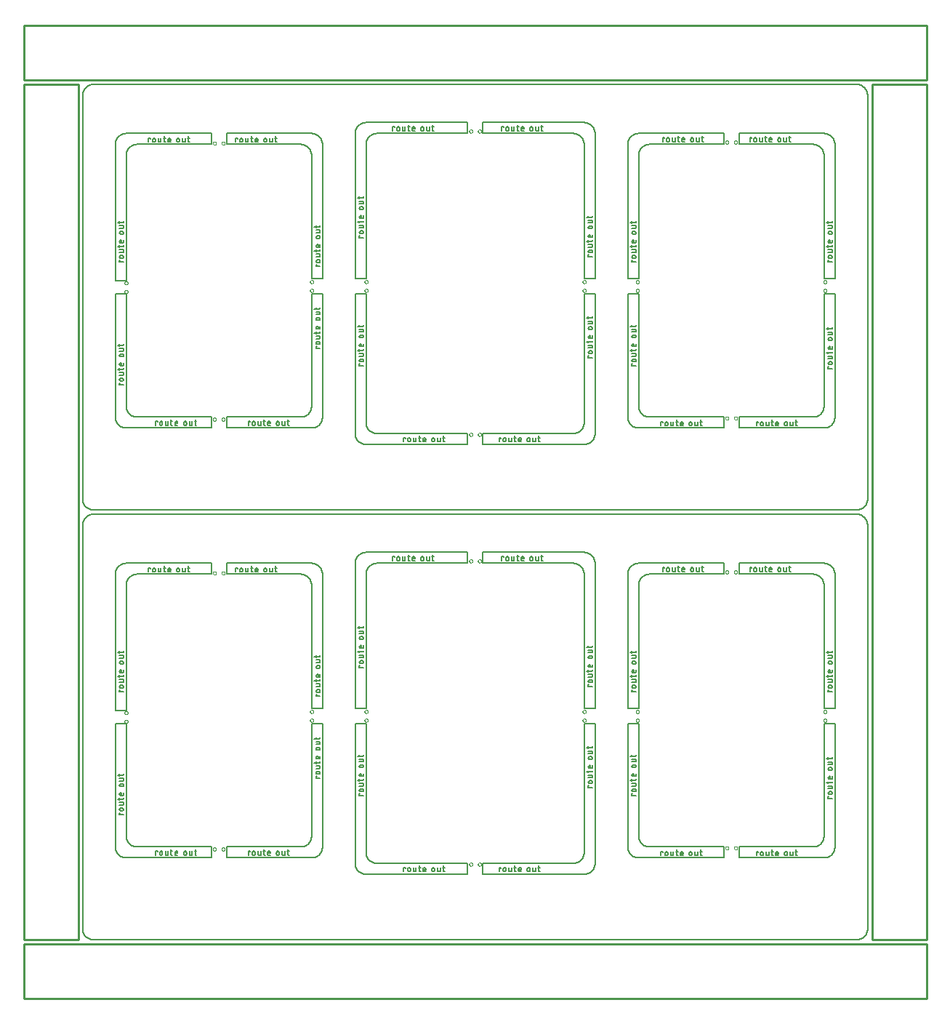
<source format=gko>
G75*
%MOIN*%
%OFA0B0*%
%FSLAX25Y25*%
%IPPOS*%
%LPD*%
%AMOC8*
5,1,8,0,0,1.08239X$1,22.5*
%
%ADD10C,0.00800*%
%ADD11C,0.00000*%
%ADD12C,0.00500*%
%ADD13C,0.01000*%
D10*
X0028750Y0033750D02*
X0028750Y0218750D01*
X0028752Y0218890D01*
X0028758Y0219030D01*
X0028768Y0219170D01*
X0028781Y0219310D01*
X0028799Y0219449D01*
X0028821Y0219588D01*
X0028846Y0219725D01*
X0028875Y0219863D01*
X0028908Y0219999D01*
X0028945Y0220134D01*
X0028986Y0220268D01*
X0029031Y0220401D01*
X0029079Y0220533D01*
X0029131Y0220663D01*
X0029186Y0220792D01*
X0029245Y0220919D01*
X0029308Y0221045D01*
X0029374Y0221169D01*
X0029443Y0221290D01*
X0029516Y0221410D01*
X0029593Y0221528D01*
X0029672Y0221643D01*
X0029755Y0221757D01*
X0029841Y0221867D01*
X0029930Y0221976D01*
X0030022Y0222082D01*
X0030117Y0222185D01*
X0030214Y0222286D01*
X0030315Y0222383D01*
X0030418Y0222478D01*
X0030524Y0222570D01*
X0030633Y0222659D01*
X0030743Y0222745D01*
X0030857Y0222828D01*
X0030972Y0222907D01*
X0031090Y0222984D01*
X0031210Y0223057D01*
X0031331Y0223126D01*
X0031455Y0223192D01*
X0031581Y0223255D01*
X0031708Y0223314D01*
X0031837Y0223369D01*
X0031967Y0223421D01*
X0032099Y0223469D01*
X0032232Y0223514D01*
X0032366Y0223555D01*
X0032501Y0223592D01*
X0032637Y0223625D01*
X0032775Y0223654D01*
X0032912Y0223679D01*
X0033051Y0223701D01*
X0033190Y0223719D01*
X0033330Y0223732D01*
X0033470Y0223742D01*
X0033610Y0223748D01*
X0033750Y0223750D01*
X0383750Y0223750D01*
X0383750Y0225750D02*
X0033750Y0225750D01*
X0033610Y0225752D01*
X0033470Y0225758D01*
X0033330Y0225768D01*
X0033190Y0225781D01*
X0033051Y0225799D01*
X0032912Y0225821D01*
X0032775Y0225846D01*
X0032637Y0225875D01*
X0032501Y0225908D01*
X0032366Y0225945D01*
X0032232Y0225986D01*
X0032099Y0226031D01*
X0031967Y0226079D01*
X0031837Y0226131D01*
X0031708Y0226186D01*
X0031581Y0226245D01*
X0031455Y0226308D01*
X0031331Y0226374D01*
X0031210Y0226443D01*
X0031090Y0226516D01*
X0030972Y0226593D01*
X0030857Y0226672D01*
X0030743Y0226755D01*
X0030633Y0226841D01*
X0030524Y0226930D01*
X0030418Y0227022D01*
X0030315Y0227117D01*
X0030214Y0227214D01*
X0030117Y0227315D01*
X0030022Y0227418D01*
X0029930Y0227524D01*
X0029841Y0227633D01*
X0029755Y0227743D01*
X0029672Y0227857D01*
X0029593Y0227972D01*
X0029516Y0228090D01*
X0029443Y0228210D01*
X0029374Y0228331D01*
X0029308Y0228455D01*
X0029245Y0228581D01*
X0029186Y0228708D01*
X0029131Y0228837D01*
X0029079Y0228967D01*
X0029031Y0229099D01*
X0028986Y0229232D01*
X0028945Y0229366D01*
X0028908Y0229501D01*
X0028875Y0229637D01*
X0028846Y0229775D01*
X0028821Y0229912D01*
X0028799Y0230051D01*
X0028781Y0230190D01*
X0028768Y0230330D01*
X0028758Y0230470D01*
X0028752Y0230610D01*
X0028750Y0230750D01*
X0028750Y0415750D01*
X0028752Y0415890D01*
X0028758Y0416030D01*
X0028768Y0416170D01*
X0028781Y0416310D01*
X0028799Y0416449D01*
X0028821Y0416588D01*
X0028846Y0416725D01*
X0028875Y0416863D01*
X0028908Y0416999D01*
X0028945Y0417134D01*
X0028986Y0417268D01*
X0029031Y0417401D01*
X0029079Y0417533D01*
X0029131Y0417663D01*
X0029186Y0417792D01*
X0029245Y0417919D01*
X0029308Y0418045D01*
X0029374Y0418169D01*
X0029443Y0418290D01*
X0029516Y0418410D01*
X0029593Y0418528D01*
X0029672Y0418643D01*
X0029755Y0418757D01*
X0029841Y0418867D01*
X0029930Y0418976D01*
X0030022Y0419082D01*
X0030117Y0419185D01*
X0030214Y0419286D01*
X0030315Y0419383D01*
X0030418Y0419478D01*
X0030524Y0419570D01*
X0030633Y0419659D01*
X0030743Y0419745D01*
X0030857Y0419828D01*
X0030972Y0419907D01*
X0031090Y0419984D01*
X0031210Y0420057D01*
X0031331Y0420126D01*
X0031455Y0420192D01*
X0031581Y0420255D01*
X0031708Y0420314D01*
X0031837Y0420369D01*
X0031967Y0420421D01*
X0032099Y0420469D01*
X0032232Y0420514D01*
X0032366Y0420555D01*
X0032501Y0420592D01*
X0032637Y0420625D01*
X0032775Y0420654D01*
X0032912Y0420679D01*
X0033051Y0420701D01*
X0033190Y0420719D01*
X0033330Y0420732D01*
X0033470Y0420742D01*
X0033610Y0420748D01*
X0033750Y0420750D01*
X0383750Y0420750D01*
X0383890Y0420748D01*
X0384030Y0420742D01*
X0384170Y0420732D01*
X0384310Y0420719D01*
X0384449Y0420701D01*
X0384588Y0420679D01*
X0384725Y0420654D01*
X0384863Y0420625D01*
X0384999Y0420592D01*
X0385134Y0420555D01*
X0385268Y0420514D01*
X0385401Y0420469D01*
X0385533Y0420421D01*
X0385663Y0420369D01*
X0385792Y0420314D01*
X0385919Y0420255D01*
X0386045Y0420192D01*
X0386169Y0420126D01*
X0386290Y0420057D01*
X0386410Y0419984D01*
X0386528Y0419907D01*
X0386643Y0419828D01*
X0386757Y0419745D01*
X0386867Y0419659D01*
X0386976Y0419570D01*
X0387082Y0419478D01*
X0387185Y0419383D01*
X0387286Y0419286D01*
X0387383Y0419185D01*
X0387478Y0419082D01*
X0387570Y0418976D01*
X0387659Y0418867D01*
X0387745Y0418757D01*
X0387828Y0418643D01*
X0387907Y0418528D01*
X0387984Y0418410D01*
X0388057Y0418290D01*
X0388126Y0418169D01*
X0388192Y0418045D01*
X0388255Y0417919D01*
X0388314Y0417792D01*
X0388369Y0417663D01*
X0388421Y0417533D01*
X0388469Y0417401D01*
X0388514Y0417268D01*
X0388555Y0417134D01*
X0388592Y0416999D01*
X0388625Y0416863D01*
X0388654Y0416725D01*
X0388679Y0416588D01*
X0388701Y0416449D01*
X0388719Y0416310D01*
X0388732Y0416170D01*
X0388742Y0416030D01*
X0388748Y0415890D01*
X0388750Y0415750D01*
X0388750Y0230750D01*
X0388748Y0230610D01*
X0388742Y0230470D01*
X0388732Y0230330D01*
X0388719Y0230190D01*
X0388701Y0230051D01*
X0388679Y0229912D01*
X0388654Y0229775D01*
X0388625Y0229637D01*
X0388592Y0229501D01*
X0388555Y0229366D01*
X0388514Y0229232D01*
X0388469Y0229099D01*
X0388421Y0228967D01*
X0388369Y0228837D01*
X0388314Y0228708D01*
X0388255Y0228581D01*
X0388192Y0228455D01*
X0388126Y0228331D01*
X0388057Y0228210D01*
X0387984Y0228090D01*
X0387907Y0227972D01*
X0387828Y0227857D01*
X0387745Y0227743D01*
X0387659Y0227633D01*
X0387570Y0227524D01*
X0387478Y0227418D01*
X0387383Y0227315D01*
X0387286Y0227214D01*
X0387185Y0227117D01*
X0387082Y0227022D01*
X0386976Y0226930D01*
X0386867Y0226841D01*
X0386757Y0226755D01*
X0386643Y0226672D01*
X0386528Y0226593D01*
X0386410Y0226516D01*
X0386290Y0226443D01*
X0386169Y0226374D01*
X0386045Y0226308D01*
X0385919Y0226245D01*
X0385792Y0226186D01*
X0385663Y0226131D01*
X0385533Y0226079D01*
X0385401Y0226031D01*
X0385268Y0225986D01*
X0385134Y0225945D01*
X0384999Y0225908D01*
X0384863Y0225875D01*
X0384725Y0225846D01*
X0384588Y0225821D01*
X0384449Y0225799D01*
X0384310Y0225781D01*
X0384170Y0225768D01*
X0384030Y0225758D01*
X0383890Y0225752D01*
X0383750Y0225750D01*
X0383750Y0223750D02*
X0383890Y0223748D01*
X0384030Y0223742D01*
X0384170Y0223732D01*
X0384310Y0223719D01*
X0384449Y0223701D01*
X0384588Y0223679D01*
X0384725Y0223654D01*
X0384863Y0223625D01*
X0384999Y0223592D01*
X0385134Y0223555D01*
X0385268Y0223514D01*
X0385401Y0223469D01*
X0385533Y0223421D01*
X0385663Y0223369D01*
X0385792Y0223314D01*
X0385919Y0223255D01*
X0386045Y0223192D01*
X0386169Y0223126D01*
X0386290Y0223057D01*
X0386410Y0222984D01*
X0386528Y0222907D01*
X0386643Y0222828D01*
X0386757Y0222745D01*
X0386867Y0222659D01*
X0386976Y0222570D01*
X0387082Y0222478D01*
X0387185Y0222383D01*
X0387286Y0222286D01*
X0387383Y0222185D01*
X0387478Y0222082D01*
X0387570Y0221976D01*
X0387659Y0221867D01*
X0387745Y0221757D01*
X0387828Y0221643D01*
X0387907Y0221528D01*
X0387984Y0221410D01*
X0388057Y0221290D01*
X0388126Y0221169D01*
X0388192Y0221045D01*
X0388255Y0220919D01*
X0388314Y0220792D01*
X0388369Y0220663D01*
X0388421Y0220533D01*
X0388469Y0220401D01*
X0388514Y0220268D01*
X0388555Y0220134D01*
X0388592Y0219999D01*
X0388625Y0219863D01*
X0388654Y0219725D01*
X0388679Y0219588D01*
X0388701Y0219449D01*
X0388719Y0219310D01*
X0388732Y0219170D01*
X0388742Y0219030D01*
X0388748Y0218890D01*
X0388750Y0218750D01*
X0388750Y0033750D01*
X0388748Y0033610D01*
X0388742Y0033470D01*
X0388732Y0033330D01*
X0388719Y0033190D01*
X0388701Y0033051D01*
X0388679Y0032912D01*
X0388654Y0032775D01*
X0388625Y0032637D01*
X0388592Y0032501D01*
X0388555Y0032366D01*
X0388514Y0032232D01*
X0388469Y0032099D01*
X0388421Y0031967D01*
X0388369Y0031837D01*
X0388314Y0031708D01*
X0388255Y0031581D01*
X0388192Y0031455D01*
X0388126Y0031331D01*
X0388057Y0031210D01*
X0387984Y0031090D01*
X0387907Y0030972D01*
X0387828Y0030857D01*
X0387745Y0030743D01*
X0387659Y0030633D01*
X0387570Y0030524D01*
X0387478Y0030418D01*
X0387383Y0030315D01*
X0387286Y0030214D01*
X0387185Y0030117D01*
X0387082Y0030022D01*
X0386976Y0029930D01*
X0386867Y0029841D01*
X0386757Y0029755D01*
X0386643Y0029672D01*
X0386528Y0029593D01*
X0386410Y0029516D01*
X0386290Y0029443D01*
X0386169Y0029374D01*
X0386045Y0029308D01*
X0385919Y0029245D01*
X0385792Y0029186D01*
X0385663Y0029131D01*
X0385533Y0029079D01*
X0385401Y0029031D01*
X0385268Y0028986D01*
X0385134Y0028945D01*
X0384999Y0028908D01*
X0384863Y0028875D01*
X0384725Y0028846D01*
X0384588Y0028821D01*
X0384449Y0028799D01*
X0384310Y0028781D01*
X0384170Y0028768D01*
X0384030Y0028758D01*
X0383890Y0028752D01*
X0383750Y0028750D01*
X0033750Y0028750D01*
X0033610Y0028752D01*
X0033470Y0028758D01*
X0033330Y0028768D01*
X0033190Y0028781D01*
X0033051Y0028799D01*
X0032912Y0028821D01*
X0032775Y0028846D01*
X0032637Y0028875D01*
X0032501Y0028908D01*
X0032366Y0028945D01*
X0032232Y0028986D01*
X0032099Y0029031D01*
X0031967Y0029079D01*
X0031837Y0029131D01*
X0031708Y0029186D01*
X0031581Y0029245D01*
X0031455Y0029308D01*
X0031331Y0029374D01*
X0031210Y0029443D01*
X0031090Y0029516D01*
X0030972Y0029593D01*
X0030857Y0029672D01*
X0030743Y0029755D01*
X0030633Y0029841D01*
X0030524Y0029930D01*
X0030418Y0030022D01*
X0030315Y0030117D01*
X0030214Y0030214D01*
X0030117Y0030315D01*
X0030022Y0030418D01*
X0029930Y0030524D01*
X0029841Y0030633D01*
X0029755Y0030743D01*
X0029672Y0030857D01*
X0029593Y0030972D01*
X0029516Y0031090D01*
X0029443Y0031210D01*
X0029374Y0031331D01*
X0029308Y0031455D01*
X0029245Y0031581D01*
X0029186Y0031708D01*
X0029131Y0031837D01*
X0029079Y0031967D01*
X0029031Y0032099D01*
X0028986Y0032232D01*
X0028945Y0032366D01*
X0028908Y0032501D01*
X0028875Y0032637D01*
X0028846Y0032775D01*
X0028821Y0032912D01*
X0028799Y0033051D01*
X0028781Y0033190D01*
X0028768Y0033330D01*
X0028758Y0033470D01*
X0028752Y0033610D01*
X0028750Y0033750D01*
X0048750Y0066250D02*
X0087750Y0066250D01*
X0087750Y0071250D01*
X0053750Y0071250D01*
X0053610Y0071252D01*
X0053470Y0071258D01*
X0053330Y0071268D01*
X0053190Y0071281D01*
X0053051Y0071299D01*
X0052912Y0071321D01*
X0052775Y0071346D01*
X0052637Y0071375D01*
X0052501Y0071408D01*
X0052366Y0071445D01*
X0052232Y0071486D01*
X0052099Y0071531D01*
X0051967Y0071579D01*
X0051837Y0071631D01*
X0051708Y0071686D01*
X0051581Y0071745D01*
X0051455Y0071808D01*
X0051331Y0071874D01*
X0051210Y0071943D01*
X0051090Y0072016D01*
X0050972Y0072093D01*
X0050857Y0072172D01*
X0050743Y0072255D01*
X0050633Y0072341D01*
X0050524Y0072430D01*
X0050418Y0072522D01*
X0050315Y0072617D01*
X0050214Y0072714D01*
X0050117Y0072815D01*
X0050022Y0072918D01*
X0049930Y0073024D01*
X0049841Y0073133D01*
X0049755Y0073243D01*
X0049672Y0073357D01*
X0049593Y0073472D01*
X0049516Y0073590D01*
X0049443Y0073710D01*
X0049374Y0073831D01*
X0049308Y0073955D01*
X0049245Y0074081D01*
X0049186Y0074208D01*
X0049131Y0074337D01*
X0049079Y0074467D01*
X0049031Y0074599D01*
X0048986Y0074732D01*
X0048945Y0074866D01*
X0048908Y0075001D01*
X0048875Y0075137D01*
X0048846Y0075275D01*
X0048821Y0075412D01*
X0048799Y0075551D01*
X0048781Y0075690D01*
X0048768Y0075830D01*
X0048758Y0075970D01*
X0048752Y0076110D01*
X0048750Y0076250D01*
X0048750Y0127750D01*
X0043750Y0127750D01*
X0043750Y0071250D01*
X0043752Y0071110D01*
X0043758Y0070970D01*
X0043768Y0070830D01*
X0043781Y0070690D01*
X0043799Y0070551D01*
X0043821Y0070412D01*
X0043846Y0070275D01*
X0043875Y0070137D01*
X0043908Y0070001D01*
X0043945Y0069866D01*
X0043986Y0069732D01*
X0044031Y0069599D01*
X0044079Y0069467D01*
X0044131Y0069337D01*
X0044186Y0069208D01*
X0044245Y0069081D01*
X0044308Y0068955D01*
X0044374Y0068831D01*
X0044443Y0068710D01*
X0044516Y0068590D01*
X0044593Y0068472D01*
X0044672Y0068357D01*
X0044755Y0068243D01*
X0044841Y0068133D01*
X0044930Y0068024D01*
X0045022Y0067918D01*
X0045117Y0067815D01*
X0045214Y0067714D01*
X0045315Y0067617D01*
X0045418Y0067522D01*
X0045524Y0067430D01*
X0045633Y0067341D01*
X0045743Y0067255D01*
X0045857Y0067172D01*
X0045972Y0067093D01*
X0046090Y0067016D01*
X0046210Y0066943D01*
X0046331Y0066874D01*
X0046455Y0066808D01*
X0046581Y0066745D01*
X0046708Y0066686D01*
X0046837Y0066631D01*
X0046967Y0066579D01*
X0047099Y0066531D01*
X0047232Y0066486D01*
X0047366Y0066445D01*
X0047501Y0066408D01*
X0047637Y0066375D01*
X0047775Y0066346D01*
X0047912Y0066321D01*
X0048051Y0066299D01*
X0048190Y0066281D01*
X0048330Y0066268D01*
X0048470Y0066258D01*
X0048610Y0066252D01*
X0048750Y0066250D01*
X0094750Y0066250D02*
X0133750Y0066250D01*
X0133890Y0066252D01*
X0134030Y0066258D01*
X0134170Y0066268D01*
X0134310Y0066281D01*
X0134449Y0066299D01*
X0134588Y0066321D01*
X0134725Y0066346D01*
X0134863Y0066375D01*
X0134999Y0066408D01*
X0135134Y0066445D01*
X0135268Y0066486D01*
X0135401Y0066531D01*
X0135533Y0066579D01*
X0135663Y0066631D01*
X0135792Y0066686D01*
X0135919Y0066745D01*
X0136045Y0066808D01*
X0136169Y0066874D01*
X0136290Y0066943D01*
X0136410Y0067016D01*
X0136528Y0067093D01*
X0136643Y0067172D01*
X0136757Y0067255D01*
X0136867Y0067341D01*
X0136976Y0067430D01*
X0137082Y0067522D01*
X0137185Y0067617D01*
X0137286Y0067714D01*
X0137383Y0067815D01*
X0137478Y0067918D01*
X0137570Y0068024D01*
X0137659Y0068133D01*
X0137745Y0068243D01*
X0137828Y0068357D01*
X0137907Y0068472D01*
X0137984Y0068590D01*
X0138057Y0068710D01*
X0138126Y0068831D01*
X0138192Y0068955D01*
X0138255Y0069081D01*
X0138314Y0069208D01*
X0138369Y0069337D01*
X0138421Y0069467D01*
X0138469Y0069599D01*
X0138514Y0069732D01*
X0138555Y0069866D01*
X0138592Y0070001D01*
X0138625Y0070137D01*
X0138654Y0070275D01*
X0138679Y0070412D01*
X0138701Y0070551D01*
X0138719Y0070690D01*
X0138732Y0070830D01*
X0138742Y0070970D01*
X0138748Y0071110D01*
X0138750Y0071250D01*
X0138750Y0127750D01*
X0133750Y0127750D01*
X0133750Y0076250D01*
X0133748Y0076110D01*
X0133742Y0075970D01*
X0133732Y0075830D01*
X0133719Y0075690D01*
X0133701Y0075551D01*
X0133679Y0075412D01*
X0133654Y0075275D01*
X0133625Y0075137D01*
X0133592Y0075001D01*
X0133555Y0074866D01*
X0133514Y0074732D01*
X0133469Y0074599D01*
X0133421Y0074467D01*
X0133369Y0074337D01*
X0133314Y0074208D01*
X0133255Y0074081D01*
X0133192Y0073955D01*
X0133126Y0073831D01*
X0133057Y0073710D01*
X0132984Y0073590D01*
X0132907Y0073472D01*
X0132828Y0073357D01*
X0132745Y0073243D01*
X0132659Y0073133D01*
X0132570Y0073024D01*
X0132478Y0072918D01*
X0132383Y0072815D01*
X0132286Y0072714D01*
X0132185Y0072617D01*
X0132082Y0072522D01*
X0131976Y0072430D01*
X0131867Y0072341D01*
X0131757Y0072255D01*
X0131643Y0072172D01*
X0131528Y0072093D01*
X0131410Y0072016D01*
X0131290Y0071943D01*
X0131169Y0071874D01*
X0131045Y0071808D01*
X0130919Y0071745D01*
X0130792Y0071686D01*
X0130663Y0071631D01*
X0130533Y0071579D01*
X0130401Y0071531D01*
X0130268Y0071486D01*
X0130134Y0071445D01*
X0129999Y0071408D01*
X0129863Y0071375D01*
X0129725Y0071346D01*
X0129588Y0071321D01*
X0129449Y0071299D01*
X0129310Y0071281D01*
X0129170Y0071268D01*
X0129030Y0071258D01*
X0128890Y0071252D01*
X0128750Y0071250D01*
X0094750Y0071250D01*
X0094750Y0066250D01*
X0153750Y0063750D02*
X0153750Y0127750D01*
X0158750Y0127750D01*
X0158750Y0068750D01*
X0153750Y0063750D02*
X0153752Y0063610D01*
X0153758Y0063470D01*
X0153768Y0063330D01*
X0153781Y0063190D01*
X0153799Y0063051D01*
X0153821Y0062912D01*
X0153846Y0062775D01*
X0153875Y0062637D01*
X0153908Y0062501D01*
X0153945Y0062366D01*
X0153986Y0062232D01*
X0154031Y0062099D01*
X0154079Y0061967D01*
X0154131Y0061837D01*
X0154186Y0061708D01*
X0154245Y0061581D01*
X0154308Y0061455D01*
X0154374Y0061331D01*
X0154443Y0061210D01*
X0154516Y0061090D01*
X0154593Y0060972D01*
X0154672Y0060857D01*
X0154755Y0060743D01*
X0154841Y0060633D01*
X0154930Y0060524D01*
X0155022Y0060418D01*
X0155117Y0060315D01*
X0155214Y0060214D01*
X0155315Y0060117D01*
X0155418Y0060022D01*
X0155524Y0059930D01*
X0155633Y0059841D01*
X0155743Y0059755D01*
X0155857Y0059672D01*
X0155972Y0059593D01*
X0156090Y0059516D01*
X0156210Y0059443D01*
X0156331Y0059374D01*
X0156455Y0059308D01*
X0156581Y0059245D01*
X0156708Y0059186D01*
X0156837Y0059131D01*
X0156967Y0059079D01*
X0157099Y0059031D01*
X0157232Y0058986D01*
X0157366Y0058945D01*
X0157501Y0058908D01*
X0157637Y0058875D01*
X0157775Y0058846D01*
X0157912Y0058821D01*
X0158051Y0058799D01*
X0158190Y0058781D01*
X0158330Y0058768D01*
X0158470Y0058758D01*
X0158610Y0058752D01*
X0158750Y0058750D01*
X0205250Y0058750D01*
X0205250Y0063750D01*
X0163750Y0063750D01*
X0163610Y0063752D01*
X0163470Y0063758D01*
X0163330Y0063768D01*
X0163190Y0063781D01*
X0163051Y0063799D01*
X0162912Y0063821D01*
X0162775Y0063846D01*
X0162637Y0063875D01*
X0162501Y0063908D01*
X0162366Y0063945D01*
X0162232Y0063986D01*
X0162099Y0064031D01*
X0161967Y0064079D01*
X0161837Y0064131D01*
X0161708Y0064186D01*
X0161581Y0064245D01*
X0161455Y0064308D01*
X0161331Y0064374D01*
X0161210Y0064443D01*
X0161090Y0064516D01*
X0160972Y0064593D01*
X0160857Y0064672D01*
X0160743Y0064755D01*
X0160633Y0064841D01*
X0160524Y0064930D01*
X0160418Y0065022D01*
X0160315Y0065117D01*
X0160214Y0065214D01*
X0160117Y0065315D01*
X0160022Y0065418D01*
X0159930Y0065524D01*
X0159841Y0065633D01*
X0159755Y0065743D01*
X0159672Y0065857D01*
X0159593Y0065972D01*
X0159516Y0066090D01*
X0159443Y0066210D01*
X0159374Y0066331D01*
X0159308Y0066455D01*
X0159245Y0066581D01*
X0159186Y0066708D01*
X0159131Y0066837D01*
X0159079Y0066967D01*
X0159031Y0067099D01*
X0158986Y0067232D01*
X0158945Y0067366D01*
X0158908Y0067501D01*
X0158875Y0067637D01*
X0158846Y0067775D01*
X0158821Y0067912D01*
X0158799Y0068051D01*
X0158781Y0068190D01*
X0158768Y0068330D01*
X0158758Y0068470D01*
X0158752Y0068610D01*
X0158750Y0068750D01*
X0212250Y0063750D02*
X0212250Y0058750D01*
X0258750Y0058750D01*
X0258890Y0058752D01*
X0259030Y0058758D01*
X0259170Y0058768D01*
X0259310Y0058781D01*
X0259449Y0058799D01*
X0259588Y0058821D01*
X0259725Y0058846D01*
X0259863Y0058875D01*
X0259999Y0058908D01*
X0260134Y0058945D01*
X0260268Y0058986D01*
X0260401Y0059031D01*
X0260533Y0059079D01*
X0260663Y0059131D01*
X0260792Y0059186D01*
X0260919Y0059245D01*
X0261045Y0059308D01*
X0261169Y0059374D01*
X0261290Y0059443D01*
X0261410Y0059516D01*
X0261528Y0059593D01*
X0261643Y0059672D01*
X0261757Y0059755D01*
X0261867Y0059841D01*
X0261976Y0059930D01*
X0262082Y0060022D01*
X0262185Y0060117D01*
X0262286Y0060214D01*
X0262383Y0060315D01*
X0262478Y0060418D01*
X0262570Y0060524D01*
X0262659Y0060633D01*
X0262745Y0060743D01*
X0262828Y0060857D01*
X0262907Y0060972D01*
X0262984Y0061090D01*
X0263057Y0061210D01*
X0263126Y0061331D01*
X0263192Y0061455D01*
X0263255Y0061581D01*
X0263314Y0061708D01*
X0263369Y0061837D01*
X0263421Y0061967D01*
X0263469Y0062099D01*
X0263514Y0062232D01*
X0263555Y0062366D01*
X0263592Y0062501D01*
X0263625Y0062637D01*
X0263654Y0062775D01*
X0263679Y0062912D01*
X0263701Y0063051D01*
X0263719Y0063190D01*
X0263732Y0063330D01*
X0263742Y0063470D01*
X0263748Y0063610D01*
X0263750Y0063750D01*
X0263750Y0127750D01*
X0258750Y0127750D01*
X0258750Y0068750D01*
X0258748Y0068610D01*
X0258742Y0068470D01*
X0258732Y0068330D01*
X0258719Y0068190D01*
X0258701Y0068051D01*
X0258679Y0067912D01*
X0258654Y0067775D01*
X0258625Y0067637D01*
X0258592Y0067501D01*
X0258555Y0067366D01*
X0258514Y0067232D01*
X0258469Y0067099D01*
X0258421Y0066967D01*
X0258369Y0066837D01*
X0258314Y0066708D01*
X0258255Y0066581D01*
X0258192Y0066455D01*
X0258126Y0066331D01*
X0258057Y0066210D01*
X0257984Y0066090D01*
X0257907Y0065972D01*
X0257828Y0065857D01*
X0257745Y0065743D01*
X0257659Y0065633D01*
X0257570Y0065524D01*
X0257478Y0065418D01*
X0257383Y0065315D01*
X0257286Y0065214D01*
X0257185Y0065117D01*
X0257082Y0065022D01*
X0256976Y0064930D01*
X0256867Y0064841D01*
X0256757Y0064755D01*
X0256643Y0064672D01*
X0256528Y0064593D01*
X0256410Y0064516D01*
X0256290Y0064443D01*
X0256169Y0064374D01*
X0256045Y0064308D01*
X0255919Y0064245D01*
X0255792Y0064186D01*
X0255663Y0064131D01*
X0255533Y0064079D01*
X0255401Y0064031D01*
X0255268Y0063986D01*
X0255134Y0063945D01*
X0254999Y0063908D01*
X0254863Y0063875D01*
X0254725Y0063846D01*
X0254588Y0063821D01*
X0254449Y0063799D01*
X0254310Y0063781D01*
X0254170Y0063768D01*
X0254030Y0063758D01*
X0253890Y0063752D01*
X0253750Y0063750D01*
X0212250Y0063750D01*
X0278750Y0071250D02*
X0278750Y0127750D01*
X0283750Y0127750D01*
X0283750Y0076250D01*
X0278750Y0071250D02*
X0278752Y0071110D01*
X0278758Y0070970D01*
X0278768Y0070830D01*
X0278781Y0070690D01*
X0278799Y0070551D01*
X0278821Y0070412D01*
X0278846Y0070275D01*
X0278875Y0070137D01*
X0278908Y0070001D01*
X0278945Y0069866D01*
X0278986Y0069732D01*
X0279031Y0069599D01*
X0279079Y0069467D01*
X0279131Y0069337D01*
X0279186Y0069208D01*
X0279245Y0069081D01*
X0279308Y0068955D01*
X0279374Y0068831D01*
X0279443Y0068710D01*
X0279516Y0068590D01*
X0279593Y0068472D01*
X0279672Y0068357D01*
X0279755Y0068243D01*
X0279841Y0068133D01*
X0279930Y0068024D01*
X0280022Y0067918D01*
X0280117Y0067815D01*
X0280214Y0067714D01*
X0280315Y0067617D01*
X0280418Y0067522D01*
X0280524Y0067430D01*
X0280633Y0067341D01*
X0280743Y0067255D01*
X0280857Y0067172D01*
X0280972Y0067093D01*
X0281090Y0067016D01*
X0281210Y0066943D01*
X0281331Y0066874D01*
X0281455Y0066808D01*
X0281581Y0066745D01*
X0281708Y0066686D01*
X0281837Y0066631D01*
X0281967Y0066579D01*
X0282099Y0066531D01*
X0282232Y0066486D01*
X0282366Y0066445D01*
X0282501Y0066408D01*
X0282637Y0066375D01*
X0282775Y0066346D01*
X0282912Y0066321D01*
X0283051Y0066299D01*
X0283190Y0066281D01*
X0283330Y0066268D01*
X0283470Y0066258D01*
X0283610Y0066252D01*
X0283750Y0066250D01*
X0322750Y0066250D01*
X0322750Y0071250D01*
X0288750Y0071250D01*
X0288610Y0071252D01*
X0288470Y0071258D01*
X0288330Y0071268D01*
X0288190Y0071281D01*
X0288051Y0071299D01*
X0287912Y0071321D01*
X0287775Y0071346D01*
X0287637Y0071375D01*
X0287501Y0071408D01*
X0287366Y0071445D01*
X0287232Y0071486D01*
X0287099Y0071531D01*
X0286967Y0071579D01*
X0286837Y0071631D01*
X0286708Y0071686D01*
X0286581Y0071745D01*
X0286455Y0071808D01*
X0286331Y0071874D01*
X0286210Y0071943D01*
X0286090Y0072016D01*
X0285972Y0072093D01*
X0285857Y0072172D01*
X0285743Y0072255D01*
X0285633Y0072341D01*
X0285524Y0072430D01*
X0285418Y0072522D01*
X0285315Y0072617D01*
X0285214Y0072714D01*
X0285117Y0072815D01*
X0285022Y0072918D01*
X0284930Y0073024D01*
X0284841Y0073133D01*
X0284755Y0073243D01*
X0284672Y0073357D01*
X0284593Y0073472D01*
X0284516Y0073590D01*
X0284443Y0073710D01*
X0284374Y0073831D01*
X0284308Y0073955D01*
X0284245Y0074081D01*
X0284186Y0074208D01*
X0284131Y0074337D01*
X0284079Y0074467D01*
X0284031Y0074599D01*
X0283986Y0074732D01*
X0283945Y0074866D01*
X0283908Y0075001D01*
X0283875Y0075137D01*
X0283846Y0075275D01*
X0283821Y0075412D01*
X0283799Y0075551D01*
X0283781Y0075690D01*
X0283768Y0075830D01*
X0283758Y0075970D01*
X0283752Y0076110D01*
X0283750Y0076250D01*
X0329750Y0071250D02*
X0329750Y0066250D01*
X0368750Y0066250D01*
X0368890Y0066252D01*
X0369030Y0066258D01*
X0369170Y0066268D01*
X0369310Y0066281D01*
X0369449Y0066299D01*
X0369588Y0066321D01*
X0369725Y0066346D01*
X0369863Y0066375D01*
X0369999Y0066408D01*
X0370134Y0066445D01*
X0370268Y0066486D01*
X0370401Y0066531D01*
X0370533Y0066579D01*
X0370663Y0066631D01*
X0370792Y0066686D01*
X0370919Y0066745D01*
X0371045Y0066808D01*
X0371169Y0066874D01*
X0371290Y0066943D01*
X0371410Y0067016D01*
X0371528Y0067093D01*
X0371643Y0067172D01*
X0371757Y0067255D01*
X0371867Y0067341D01*
X0371976Y0067430D01*
X0372082Y0067522D01*
X0372185Y0067617D01*
X0372286Y0067714D01*
X0372383Y0067815D01*
X0372478Y0067918D01*
X0372570Y0068024D01*
X0372659Y0068133D01*
X0372745Y0068243D01*
X0372828Y0068357D01*
X0372907Y0068472D01*
X0372984Y0068590D01*
X0373057Y0068710D01*
X0373126Y0068831D01*
X0373192Y0068955D01*
X0373255Y0069081D01*
X0373314Y0069208D01*
X0373369Y0069337D01*
X0373421Y0069467D01*
X0373469Y0069599D01*
X0373514Y0069732D01*
X0373555Y0069866D01*
X0373592Y0070001D01*
X0373625Y0070137D01*
X0373654Y0070275D01*
X0373679Y0070412D01*
X0373701Y0070551D01*
X0373719Y0070690D01*
X0373732Y0070830D01*
X0373742Y0070970D01*
X0373748Y0071110D01*
X0373750Y0071250D01*
X0373750Y0127750D01*
X0368750Y0127750D01*
X0368750Y0076250D01*
X0368748Y0076110D01*
X0368742Y0075970D01*
X0368732Y0075830D01*
X0368719Y0075690D01*
X0368701Y0075551D01*
X0368679Y0075412D01*
X0368654Y0075275D01*
X0368625Y0075137D01*
X0368592Y0075001D01*
X0368555Y0074866D01*
X0368514Y0074732D01*
X0368469Y0074599D01*
X0368421Y0074467D01*
X0368369Y0074337D01*
X0368314Y0074208D01*
X0368255Y0074081D01*
X0368192Y0073955D01*
X0368126Y0073831D01*
X0368057Y0073710D01*
X0367984Y0073590D01*
X0367907Y0073472D01*
X0367828Y0073357D01*
X0367745Y0073243D01*
X0367659Y0073133D01*
X0367570Y0073024D01*
X0367478Y0072918D01*
X0367383Y0072815D01*
X0367286Y0072714D01*
X0367185Y0072617D01*
X0367082Y0072522D01*
X0366976Y0072430D01*
X0366867Y0072341D01*
X0366757Y0072255D01*
X0366643Y0072172D01*
X0366528Y0072093D01*
X0366410Y0072016D01*
X0366290Y0071943D01*
X0366169Y0071874D01*
X0366045Y0071808D01*
X0365919Y0071745D01*
X0365792Y0071686D01*
X0365663Y0071631D01*
X0365533Y0071579D01*
X0365401Y0071531D01*
X0365268Y0071486D01*
X0365134Y0071445D01*
X0364999Y0071408D01*
X0364863Y0071375D01*
X0364725Y0071346D01*
X0364588Y0071321D01*
X0364449Y0071299D01*
X0364310Y0071281D01*
X0364170Y0071268D01*
X0364030Y0071258D01*
X0363890Y0071252D01*
X0363750Y0071250D01*
X0329750Y0071250D01*
X0368750Y0134750D02*
X0373750Y0134750D01*
X0373750Y0196250D01*
X0373748Y0196390D01*
X0373742Y0196530D01*
X0373732Y0196670D01*
X0373719Y0196810D01*
X0373701Y0196949D01*
X0373679Y0197088D01*
X0373654Y0197225D01*
X0373625Y0197363D01*
X0373592Y0197499D01*
X0373555Y0197634D01*
X0373514Y0197768D01*
X0373469Y0197901D01*
X0373421Y0198033D01*
X0373369Y0198163D01*
X0373314Y0198292D01*
X0373255Y0198419D01*
X0373192Y0198545D01*
X0373126Y0198669D01*
X0373057Y0198790D01*
X0372984Y0198910D01*
X0372907Y0199028D01*
X0372828Y0199143D01*
X0372745Y0199257D01*
X0372659Y0199367D01*
X0372570Y0199476D01*
X0372478Y0199582D01*
X0372383Y0199685D01*
X0372286Y0199786D01*
X0372185Y0199883D01*
X0372082Y0199978D01*
X0371976Y0200070D01*
X0371867Y0200159D01*
X0371757Y0200245D01*
X0371643Y0200328D01*
X0371528Y0200407D01*
X0371410Y0200484D01*
X0371290Y0200557D01*
X0371169Y0200626D01*
X0371045Y0200692D01*
X0370919Y0200755D01*
X0370792Y0200814D01*
X0370663Y0200869D01*
X0370533Y0200921D01*
X0370401Y0200969D01*
X0370268Y0201014D01*
X0370134Y0201055D01*
X0369999Y0201092D01*
X0369863Y0201125D01*
X0369725Y0201154D01*
X0369588Y0201179D01*
X0369449Y0201201D01*
X0369310Y0201219D01*
X0369170Y0201232D01*
X0369030Y0201242D01*
X0368890Y0201248D01*
X0368750Y0201250D01*
X0329750Y0201250D01*
X0329750Y0196250D01*
X0363750Y0196250D01*
X0363890Y0196248D01*
X0364030Y0196242D01*
X0364170Y0196232D01*
X0364310Y0196219D01*
X0364449Y0196201D01*
X0364588Y0196179D01*
X0364725Y0196154D01*
X0364863Y0196125D01*
X0364999Y0196092D01*
X0365134Y0196055D01*
X0365268Y0196014D01*
X0365401Y0195969D01*
X0365533Y0195921D01*
X0365663Y0195869D01*
X0365792Y0195814D01*
X0365919Y0195755D01*
X0366045Y0195692D01*
X0366169Y0195626D01*
X0366290Y0195557D01*
X0366410Y0195484D01*
X0366528Y0195407D01*
X0366643Y0195328D01*
X0366757Y0195245D01*
X0366867Y0195159D01*
X0366976Y0195070D01*
X0367082Y0194978D01*
X0367185Y0194883D01*
X0367286Y0194786D01*
X0367383Y0194685D01*
X0367478Y0194582D01*
X0367570Y0194476D01*
X0367659Y0194367D01*
X0367745Y0194257D01*
X0367828Y0194143D01*
X0367907Y0194028D01*
X0367984Y0193910D01*
X0368057Y0193790D01*
X0368126Y0193669D01*
X0368192Y0193545D01*
X0368255Y0193419D01*
X0368314Y0193292D01*
X0368369Y0193163D01*
X0368421Y0193033D01*
X0368469Y0192901D01*
X0368514Y0192768D01*
X0368555Y0192634D01*
X0368592Y0192499D01*
X0368625Y0192363D01*
X0368654Y0192225D01*
X0368679Y0192088D01*
X0368701Y0191949D01*
X0368719Y0191810D01*
X0368732Y0191670D01*
X0368742Y0191530D01*
X0368748Y0191390D01*
X0368750Y0191250D01*
X0368750Y0134750D01*
X0322750Y0196250D02*
X0288750Y0196250D01*
X0288610Y0196248D01*
X0288470Y0196242D01*
X0288330Y0196232D01*
X0288190Y0196219D01*
X0288051Y0196201D01*
X0287912Y0196179D01*
X0287775Y0196154D01*
X0287637Y0196125D01*
X0287501Y0196092D01*
X0287366Y0196055D01*
X0287232Y0196014D01*
X0287099Y0195969D01*
X0286967Y0195921D01*
X0286837Y0195869D01*
X0286708Y0195814D01*
X0286581Y0195755D01*
X0286455Y0195692D01*
X0286331Y0195626D01*
X0286210Y0195557D01*
X0286090Y0195484D01*
X0285972Y0195407D01*
X0285857Y0195328D01*
X0285743Y0195245D01*
X0285633Y0195159D01*
X0285524Y0195070D01*
X0285418Y0194978D01*
X0285315Y0194883D01*
X0285214Y0194786D01*
X0285117Y0194685D01*
X0285022Y0194582D01*
X0284930Y0194476D01*
X0284841Y0194367D01*
X0284755Y0194257D01*
X0284672Y0194143D01*
X0284593Y0194028D01*
X0284516Y0193910D01*
X0284443Y0193790D01*
X0284374Y0193669D01*
X0284308Y0193545D01*
X0284245Y0193419D01*
X0284186Y0193292D01*
X0284131Y0193163D01*
X0284079Y0193033D01*
X0284031Y0192901D01*
X0283986Y0192768D01*
X0283945Y0192634D01*
X0283908Y0192499D01*
X0283875Y0192363D01*
X0283846Y0192225D01*
X0283821Y0192088D01*
X0283799Y0191949D01*
X0283781Y0191810D01*
X0283768Y0191670D01*
X0283758Y0191530D01*
X0283752Y0191390D01*
X0283750Y0191250D01*
X0283750Y0134750D01*
X0278750Y0134750D01*
X0278750Y0196250D01*
X0278752Y0196390D01*
X0278758Y0196530D01*
X0278768Y0196670D01*
X0278781Y0196810D01*
X0278799Y0196949D01*
X0278821Y0197088D01*
X0278846Y0197225D01*
X0278875Y0197363D01*
X0278908Y0197499D01*
X0278945Y0197634D01*
X0278986Y0197768D01*
X0279031Y0197901D01*
X0279079Y0198033D01*
X0279131Y0198163D01*
X0279186Y0198292D01*
X0279245Y0198419D01*
X0279308Y0198545D01*
X0279374Y0198669D01*
X0279443Y0198790D01*
X0279516Y0198910D01*
X0279593Y0199028D01*
X0279672Y0199143D01*
X0279755Y0199257D01*
X0279841Y0199367D01*
X0279930Y0199476D01*
X0280022Y0199582D01*
X0280117Y0199685D01*
X0280214Y0199786D01*
X0280315Y0199883D01*
X0280418Y0199978D01*
X0280524Y0200070D01*
X0280633Y0200159D01*
X0280743Y0200245D01*
X0280857Y0200328D01*
X0280972Y0200407D01*
X0281090Y0200484D01*
X0281210Y0200557D01*
X0281331Y0200626D01*
X0281455Y0200692D01*
X0281581Y0200755D01*
X0281708Y0200814D01*
X0281837Y0200869D01*
X0281967Y0200921D01*
X0282099Y0200969D01*
X0282232Y0201014D01*
X0282366Y0201055D01*
X0282501Y0201092D01*
X0282637Y0201125D01*
X0282775Y0201154D01*
X0282912Y0201179D01*
X0283051Y0201201D01*
X0283190Y0201219D01*
X0283330Y0201232D01*
X0283470Y0201242D01*
X0283610Y0201248D01*
X0283750Y0201250D01*
X0322750Y0201250D01*
X0322750Y0196250D01*
X0263750Y0201250D02*
X0263750Y0134750D01*
X0258750Y0134750D01*
X0258750Y0196250D01*
X0263750Y0201250D02*
X0263748Y0201390D01*
X0263742Y0201530D01*
X0263732Y0201670D01*
X0263719Y0201810D01*
X0263701Y0201949D01*
X0263679Y0202088D01*
X0263654Y0202225D01*
X0263625Y0202363D01*
X0263592Y0202499D01*
X0263555Y0202634D01*
X0263514Y0202768D01*
X0263469Y0202901D01*
X0263421Y0203033D01*
X0263369Y0203163D01*
X0263314Y0203292D01*
X0263255Y0203419D01*
X0263192Y0203545D01*
X0263126Y0203669D01*
X0263057Y0203790D01*
X0262984Y0203910D01*
X0262907Y0204028D01*
X0262828Y0204143D01*
X0262745Y0204257D01*
X0262659Y0204367D01*
X0262570Y0204476D01*
X0262478Y0204582D01*
X0262383Y0204685D01*
X0262286Y0204786D01*
X0262185Y0204883D01*
X0262082Y0204978D01*
X0261976Y0205070D01*
X0261867Y0205159D01*
X0261757Y0205245D01*
X0261643Y0205328D01*
X0261528Y0205407D01*
X0261410Y0205484D01*
X0261290Y0205557D01*
X0261169Y0205626D01*
X0261045Y0205692D01*
X0260919Y0205755D01*
X0260792Y0205814D01*
X0260663Y0205869D01*
X0260533Y0205921D01*
X0260401Y0205969D01*
X0260268Y0206014D01*
X0260134Y0206055D01*
X0259999Y0206092D01*
X0259863Y0206125D01*
X0259725Y0206154D01*
X0259588Y0206179D01*
X0259449Y0206201D01*
X0259310Y0206219D01*
X0259170Y0206232D01*
X0259030Y0206242D01*
X0258890Y0206248D01*
X0258750Y0206250D01*
X0212250Y0206250D01*
X0212250Y0201250D01*
X0253750Y0201250D01*
X0253890Y0201248D01*
X0254030Y0201242D01*
X0254170Y0201232D01*
X0254310Y0201219D01*
X0254449Y0201201D01*
X0254588Y0201179D01*
X0254725Y0201154D01*
X0254863Y0201125D01*
X0254999Y0201092D01*
X0255134Y0201055D01*
X0255268Y0201014D01*
X0255401Y0200969D01*
X0255533Y0200921D01*
X0255663Y0200869D01*
X0255792Y0200814D01*
X0255919Y0200755D01*
X0256045Y0200692D01*
X0256169Y0200626D01*
X0256290Y0200557D01*
X0256410Y0200484D01*
X0256528Y0200407D01*
X0256643Y0200328D01*
X0256757Y0200245D01*
X0256867Y0200159D01*
X0256976Y0200070D01*
X0257082Y0199978D01*
X0257185Y0199883D01*
X0257286Y0199786D01*
X0257383Y0199685D01*
X0257478Y0199582D01*
X0257570Y0199476D01*
X0257659Y0199367D01*
X0257745Y0199257D01*
X0257828Y0199143D01*
X0257907Y0199028D01*
X0257984Y0198910D01*
X0258057Y0198790D01*
X0258126Y0198669D01*
X0258192Y0198545D01*
X0258255Y0198419D01*
X0258314Y0198292D01*
X0258369Y0198163D01*
X0258421Y0198033D01*
X0258469Y0197901D01*
X0258514Y0197768D01*
X0258555Y0197634D01*
X0258592Y0197499D01*
X0258625Y0197363D01*
X0258654Y0197225D01*
X0258679Y0197088D01*
X0258701Y0196949D01*
X0258719Y0196810D01*
X0258732Y0196670D01*
X0258742Y0196530D01*
X0258748Y0196390D01*
X0258750Y0196250D01*
X0205250Y0201250D02*
X0205250Y0206250D01*
X0158750Y0206250D01*
X0158610Y0206248D01*
X0158470Y0206242D01*
X0158330Y0206232D01*
X0158190Y0206219D01*
X0158051Y0206201D01*
X0157912Y0206179D01*
X0157775Y0206154D01*
X0157637Y0206125D01*
X0157501Y0206092D01*
X0157366Y0206055D01*
X0157232Y0206014D01*
X0157099Y0205969D01*
X0156967Y0205921D01*
X0156837Y0205869D01*
X0156708Y0205814D01*
X0156581Y0205755D01*
X0156455Y0205692D01*
X0156331Y0205626D01*
X0156210Y0205557D01*
X0156090Y0205484D01*
X0155972Y0205407D01*
X0155857Y0205328D01*
X0155743Y0205245D01*
X0155633Y0205159D01*
X0155524Y0205070D01*
X0155418Y0204978D01*
X0155315Y0204883D01*
X0155214Y0204786D01*
X0155117Y0204685D01*
X0155022Y0204582D01*
X0154930Y0204476D01*
X0154841Y0204367D01*
X0154755Y0204257D01*
X0154672Y0204143D01*
X0154593Y0204028D01*
X0154516Y0203910D01*
X0154443Y0203790D01*
X0154374Y0203669D01*
X0154308Y0203545D01*
X0154245Y0203419D01*
X0154186Y0203292D01*
X0154131Y0203163D01*
X0154079Y0203033D01*
X0154031Y0202901D01*
X0153986Y0202768D01*
X0153945Y0202634D01*
X0153908Y0202499D01*
X0153875Y0202363D01*
X0153846Y0202225D01*
X0153821Y0202088D01*
X0153799Y0201949D01*
X0153781Y0201810D01*
X0153768Y0201670D01*
X0153758Y0201530D01*
X0153752Y0201390D01*
X0153750Y0201250D01*
X0153750Y0134750D01*
X0158750Y0134750D01*
X0158750Y0196250D01*
X0158752Y0196390D01*
X0158758Y0196530D01*
X0158768Y0196670D01*
X0158781Y0196810D01*
X0158799Y0196949D01*
X0158821Y0197088D01*
X0158846Y0197225D01*
X0158875Y0197363D01*
X0158908Y0197499D01*
X0158945Y0197634D01*
X0158986Y0197768D01*
X0159031Y0197901D01*
X0159079Y0198033D01*
X0159131Y0198163D01*
X0159186Y0198292D01*
X0159245Y0198419D01*
X0159308Y0198545D01*
X0159374Y0198669D01*
X0159443Y0198790D01*
X0159516Y0198910D01*
X0159593Y0199028D01*
X0159672Y0199143D01*
X0159755Y0199257D01*
X0159841Y0199367D01*
X0159930Y0199476D01*
X0160022Y0199582D01*
X0160117Y0199685D01*
X0160214Y0199786D01*
X0160315Y0199883D01*
X0160418Y0199978D01*
X0160524Y0200070D01*
X0160633Y0200159D01*
X0160743Y0200245D01*
X0160857Y0200328D01*
X0160972Y0200407D01*
X0161090Y0200484D01*
X0161210Y0200557D01*
X0161331Y0200626D01*
X0161455Y0200692D01*
X0161581Y0200755D01*
X0161708Y0200814D01*
X0161837Y0200869D01*
X0161967Y0200921D01*
X0162099Y0200969D01*
X0162232Y0201014D01*
X0162366Y0201055D01*
X0162501Y0201092D01*
X0162637Y0201125D01*
X0162775Y0201154D01*
X0162912Y0201179D01*
X0163051Y0201201D01*
X0163190Y0201219D01*
X0163330Y0201232D01*
X0163470Y0201242D01*
X0163610Y0201248D01*
X0163750Y0201250D01*
X0205250Y0201250D01*
X0205250Y0255750D02*
X0158750Y0255750D01*
X0158610Y0255752D01*
X0158470Y0255758D01*
X0158330Y0255768D01*
X0158190Y0255781D01*
X0158051Y0255799D01*
X0157912Y0255821D01*
X0157775Y0255846D01*
X0157637Y0255875D01*
X0157501Y0255908D01*
X0157366Y0255945D01*
X0157232Y0255986D01*
X0157099Y0256031D01*
X0156967Y0256079D01*
X0156837Y0256131D01*
X0156708Y0256186D01*
X0156581Y0256245D01*
X0156455Y0256308D01*
X0156331Y0256374D01*
X0156210Y0256443D01*
X0156090Y0256516D01*
X0155972Y0256593D01*
X0155857Y0256672D01*
X0155743Y0256755D01*
X0155633Y0256841D01*
X0155524Y0256930D01*
X0155418Y0257022D01*
X0155315Y0257117D01*
X0155214Y0257214D01*
X0155117Y0257315D01*
X0155022Y0257418D01*
X0154930Y0257524D01*
X0154841Y0257633D01*
X0154755Y0257743D01*
X0154672Y0257857D01*
X0154593Y0257972D01*
X0154516Y0258090D01*
X0154443Y0258210D01*
X0154374Y0258331D01*
X0154308Y0258455D01*
X0154245Y0258581D01*
X0154186Y0258708D01*
X0154131Y0258837D01*
X0154079Y0258967D01*
X0154031Y0259099D01*
X0153986Y0259232D01*
X0153945Y0259366D01*
X0153908Y0259501D01*
X0153875Y0259637D01*
X0153846Y0259775D01*
X0153821Y0259912D01*
X0153799Y0260051D01*
X0153781Y0260190D01*
X0153768Y0260330D01*
X0153758Y0260470D01*
X0153752Y0260610D01*
X0153750Y0260750D01*
X0153750Y0324750D01*
X0158750Y0324750D01*
X0158750Y0265750D01*
X0158752Y0265610D01*
X0158758Y0265470D01*
X0158768Y0265330D01*
X0158781Y0265190D01*
X0158799Y0265051D01*
X0158821Y0264912D01*
X0158846Y0264775D01*
X0158875Y0264637D01*
X0158908Y0264501D01*
X0158945Y0264366D01*
X0158986Y0264232D01*
X0159031Y0264099D01*
X0159079Y0263967D01*
X0159131Y0263837D01*
X0159186Y0263708D01*
X0159245Y0263581D01*
X0159308Y0263455D01*
X0159374Y0263331D01*
X0159443Y0263210D01*
X0159516Y0263090D01*
X0159593Y0262972D01*
X0159672Y0262857D01*
X0159755Y0262743D01*
X0159841Y0262633D01*
X0159930Y0262524D01*
X0160022Y0262418D01*
X0160117Y0262315D01*
X0160214Y0262214D01*
X0160315Y0262117D01*
X0160418Y0262022D01*
X0160524Y0261930D01*
X0160633Y0261841D01*
X0160743Y0261755D01*
X0160857Y0261672D01*
X0160972Y0261593D01*
X0161090Y0261516D01*
X0161210Y0261443D01*
X0161331Y0261374D01*
X0161455Y0261308D01*
X0161581Y0261245D01*
X0161708Y0261186D01*
X0161837Y0261131D01*
X0161967Y0261079D01*
X0162099Y0261031D01*
X0162232Y0260986D01*
X0162366Y0260945D01*
X0162501Y0260908D01*
X0162637Y0260875D01*
X0162775Y0260846D01*
X0162912Y0260821D01*
X0163051Y0260799D01*
X0163190Y0260781D01*
X0163330Y0260768D01*
X0163470Y0260758D01*
X0163610Y0260752D01*
X0163750Y0260750D01*
X0205250Y0260750D01*
X0205250Y0255750D01*
X0212250Y0255750D02*
X0212250Y0260750D01*
X0253750Y0260750D01*
X0253890Y0260752D01*
X0254030Y0260758D01*
X0254170Y0260768D01*
X0254310Y0260781D01*
X0254449Y0260799D01*
X0254588Y0260821D01*
X0254725Y0260846D01*
X0254863Y0260875D01*
X0254999Y0260908D01*
X0255134Y0260945D01*
X0255268Y0260986D01*
X0255401Y0261031D01*
X0255533Y0261079D01*
X0255663Y0261131D01*
X0255792Y0261186D01*
X0255919Y0261245D01*
X0256045Y0261308D01*
X0256169Y0261374D01*
X0256290Y0261443D01*
X0256410Y0261516D01*
X0256528Y0261593D01*
X0256643Y0261672D01*
X0256757Y0261755D01*
X0256867Y0261841D01*
X0256976Y0261930D01*
X0257082Y0262022D01*
X0257185Y0262117D01*
X0257286Y0262214D01*
X0257383Y0262315D01*
X0257478Y0262418D01*
X0257570Y0262524D01*
X0257659Y0262633D01*
X0257745Y0262743D01*
X0257828Y0262857D01*
X0257907Y0262972D01*
X0257984Y0263090D01*
X0258057Y0263210D01*
X0258126Y0263331D01*
X0258192Y0263455D01*
X0258255Y0263581D01*
X0258314Y0263708D01*
X0258369Y0263837D01*
X0258421Y0263967D01*
X0258469Y0264099D01*
X0258514Y0264232D01*
X0258555Y0264366D01*
X0258592Y0264501D01*
X0258625Y0264637D01*
X0258654Y0264775D01*
X0258679Y0264912D01*
X0258701Y0265051D01*
X0258719Y0265190D01*
X0258732Y0265330D01*
X0258742Y0265470D01*
X0258748Y0265610D01*
X0258750Y0265750D01*
X0258750Y0324750D01*
X0263750Y0324750D01*
X0263750Y0260750D01*
X0263748Y0260610D01*
X0263742Y0260470D01*
X0263732Y0260330D01*
X0263719Y0260190D01*
X0263701Y0260051D01*
X0263679Y0259912D01*
X0263654Y0259775D01*
X0263625Y0259637D01*
X0263592Y0259501D01*
X0263555Y0259366D01*
X0263514Y0259232D01*
X0263469Y0259099D01*
X0263421Y0258967D01*
X0263369Y0258837D01*
X0263314Y0258708D01*
X0263255Y0258581D01*
X0263192Y0258455D01*
X0263126Y0258331D01*
X0263057Y0258210D01*
X0262984Y0258090D01*
X0262907Y0257972D01*
X0262828Y0257857D01*
X0262745Y0257743D01*
X0262659Y0257633D01*
X0262570Y0257524D01*
X0262478Y0257418D01*
X0262383Y0257315D01*
X0262286Y0257214D01*
X0262185Y0257117D01*
X0262082Y0257022D01*
X0261976Y0256930D01*
X0261867Y0256841D01*
X0261757Y0256755D01*
X0261643Y0256672D01*
X0261528Y0256593D01*
X0261410Y0256516D01*
X0261290Y0256443D01*
X0261169Y0256374D01*
X0261045Y0256308D01*
X0260919Y0256245D01*
X0260792Y0256186D01*
X0260663Y0256131D01*
X0260533Y0256079D01*
X0260401Y0256031D01*
X0260268Y0255986D01*
X0260134Y0255945D01*
X0259999Y0255908D01*
X0259863Y0255875D01*
X0259725Y0255846D01*
X0259588Y0255821D01*
X0259449Y0255799D01*
X0259310Y0255781D01*
X0259170Y0255768D01*
X0259030Y0255758D01*
X0258890Y0255752D01*
X0258750Y0255750D01*
X0212250Y0255750D01*
X0278750Y0268250D02*
X0278750Y0324750D01*
X0283750Y0324750D01*
X0283750Y0273250D01*
X0278750Y0268250D02*
X0278752Y0268110D01*
X0278758Y0267970D01*
X0278768Y0267830D01*
X0278781Y0267690D01*
X0278799Y0267551D01*
X0278821Y0267412D01*
X0278846Y0267275D01*
X0278875Y0267137D01*
X0278908Y0267001D01*
X0278945Y0266866D01*
X0278986Y0266732D01*
X0279031Y0266599D01*
X0279079Y0266467D01*
X0279131Y0266337D01*
X0279186Y0266208D01*
X0279245Y0266081D01*
X0279308Y0265955D01*
X0279374Y0265831D01*
X0279443Y0265710D01*
X0279516Y0265590D01*
X0279593Y0265472D01*
X0279672Y0265357D01*
X0279755Y0265243D01*
X0279841Y0265133D01*
X0279930Y0265024D01*
X0280022Y0264918D01*
X0280117Y0264815D01*
X0280214Y0264714D01*
X0280315Y0264617D01*
X0280418Y0264522D01*
X0280524Y0264430D01*
X0280633Y0264341D01*
X0280743Y0264255D01*
X0280857Y0264172D01*
X0280972Y0264093D01*
X0281090Y0264016D01*
X0281210Y0263943D01*
X0281331Y0263874D01*
X0281455Y0263808D01*
X0281581Y0263745D01*
X0281708Y0263686D01*
X0281837Y0263631D01*
X0281967Y0263579D01*
X0282099Y0263531D01*
X0282232Y0263486D01*
X0282366Y0263445D01*
X0282501Y0263408D01*
X0282637Y0263375D01*
X0282775Y0263346D01*
X0282912Y0263321D01*
X0283051Y0263299D01*
X0283190Y0263281D01*
X0283330Y0263268D01*
X0283470Y0263258D01*
X0283610Y0263252D01*
X0283750Y0263250D01*
X0322750Y0263250D01*
X0322750Y0268250D01*
X0288750Y0268250D01*
X0288610Y0268252D01*
X0288470Y0268258D01*
X0288330Y0268268D01*
X0288190Y0268281D01*
X0288051Y0268299D01*
X0287912Y0268321D01*
X0287775Y0268346D01*
X0287637Y0268375D01*
X0287501Y0268408D01*
X0287366Y0268445D01*
X0287232Y0268486D01*
X0287099Y0268531D01*
X0286967Y0268579D01*
X0286837Y0268631D01*
X0286708Y0268686D01*
X0286581Y0268745D01*
X0286455Y0268808D01*
X0286331Y0268874D01*
X0286210Y0268943D01*
X0286090Y0269016D01*
X0285972Y0269093D01*
X0285857Y0269172D01*
X0285743Y0269255D01*
X0285633Y0269341D01*
X0285524Y0269430D01*
X0285418Y0269522D01*
X0285315Y0269617D01*
X0285214Y0269714D01*
X0285117Y0269815D01*
X0285022Y0269918D01*
X0284930Y0270024D01*
X0284841Y0270133D01*
X0284755Y0270243D01*
X0284672Y0270357D01*
X0284593Y0270472D01*
X0284516Y0270590D01*
X0284443Y0270710D01*
X0284374Y0270831D01*
X0284308Y0270955D01*
X0284245Y0271081D01*
X0284186Y0271208D01*
X0284131Y0271337D01*
X0284079Y0271467D01*
X0284031Y0271599D01*
X0283986Y0271732D01*
X0283945Y0271866D01*
X0283908Y0272001D01*
X0283875Y0272137D01*
X0283846Y0272275D01*
X0283821Y0272412D01*
X0283799Y0272551D01*
X0283781Y0272690D01*
X0283768Y0272830D01*
X0283758Y0272970D01*
X0283752Y0273110D01*
X0283750Y0273250D01*
X0329750Y0268250D02*
X0329750Y0263250D01*
X0368750Y0263250D01*
X0368890Y0263252D01*
X0369030Y0263258D01*
X0369170Y0263268D01*
X0369310Y0263281D01*
X0369449Y0263299D01*
X0369588Y0263321D01*
X0369725Y0263346D01*
X0369863Y0263375D01*
X0369999Y0263408D01*
X0370134Y0263445D01*
X0370268Y0263486D01*
X0370401Y0263531D01*
X0370533Y0263579D01*
X0370663Y0263631D01*
X0370792Y0263686D01*
X0370919Y0263745D01*
X0371045Y0263808D01*
X0371169Y0263874D01*
X0371290Y0263943D01*
X0371410Y0264016D01*
X0371528Y0264093D01*
X0371643Y0264172D01*
X0371757Y0264255D01*
X0371867Y0264341D01*
X0371976Y0264430D01*
X0372082Y0264522D01*
X0372185Y0264617D01*
X0372286Y0264714D01*
X0372383Y0264815D01*
X0372478Y0264918D01*
X0372570Y0265024D01*
X0372659Y0265133D01*
X0372745Y0265243D01*
X0372828Y0265357D01*
X0372907Y0265472D01*
X0372984Y0265590D01*
X0373057Y0265710D01*
X0373126Y0265831D01*
X0373192Y0265955D01*
X0373255Y0266081D01*
X0373314Y0266208D01*
X0373369Y0266337D01*
X0373421Y0266467D01*
X0373469Y0266599D01*
X0373514Y0266732D01*
X0373555Y0266866D01*
X0373592Y0267001D01*
X0373625Y0267137D01*
X0373654Y0267275D01*
X0373679Y0267412D01*
X0373701Y0267551D01*
X0373719Y0267690D01*
X0373732Y0267830D01*
X0373742Y0267970D01*
X0373748Y0268110D01*
X0373750Y0268250D01*
X0373750Y0324750D01*
X0368750Y0324750D01*
X0368750Y0273250D01*
X0368748Y0273110D01*
X0368742Y0272970D01*
X0368732Y0272830D01*
X0368719Y0272690D01*
X0368701Y0272551D01*
X0368679Y0272412D01*
X0368654Y0272275D01*
X0368625Y0272137D01*
X0368592Y0272001D01*
X0368555Y0271866D01*
X0368514Y0271732D01*
X0368469Y0271599D01*
X0368421Y0271467D01*
X0368369Y0271337D01*
X0368314Y0271208D01*
X0368255Y0271081D01*
X0368192Y0270955D01*
X0368126Y0270831D01*
X0368057Y0270710D01*
X0367984Y0270590D01*
X0367907Y0270472D01*
X0367828Y0270357D01*
X0367745Y0270243D01*
X0367659Y0270133D01*
X0367570Y0270024D01*
X0367478Y0269918D01*
X0367383Y0269815D01*
X0367286Y0269714D01*
X0367185Y0269617D01*
X0367082Y0269522D01*
X0366976Y0269430D01*
X0366867Y0269341D01*
X0366757Y0269255D01*
X0366643Y0269172D01*
X0366528Y0269093D01*
X0366410Y0269016D01*
X0366290Y0268943D01*
X0366169Y0268874D01*
X0366045Y0268808D01*
X0365919Y0268745D01*
X0365792Y0268686D01*
X0365663Y0268631D01*
X0365533Y0268579D01*
X0365401Y0268531D01*
X0365268Y0268486D01*
X0365134Y0268445D01*
X0364999Y0268408D01*
X0364863Y0268375D01*
X0364725Y0268346D01*
X0364588Y0268321D01*
X0364449Y0268299D01*
X0364310Y0268281D01*
X0364170Y0268268D01*
X0364030Y0268258D01*
X0363890Y0268252D01*
X0363750Y0268250D01*
X0329750Y0268250D01*
X0368750Y0331750D02*
X0373750Y0331750D01*
X0373750Y0393250D01*
X0373748Y0393390D01*
X0373742Y0393530D01*
X0373732Y0393670D01*
X0373719Y0393810D01*
X0373701Y0393949D01*
X0373679Y0394088D01*
X0373654Y0394225D01*
X0373625Y0394363D01*
X0373592Y0394499D01*
X0373555Y0394634D01*
X0373514Y0394768D01*
X0373469Y0394901D01*
X0373421Y0395033D01*
X0373369Y0395163D01*
X0373314Y0395292D01*
X0373255Y0395419D01*
X0373192Y0395545D01*
X0373126Y0395669D01*
X0373057Y0395790D01*
X0372984Y0395910D01*
X0372907Y0396028D01*
X0372828Y0396143D01*
X0372745Y0396257D01*
X0372659Y0396367D01*
X0372570Y0396476D01*
X0372478Y0396582D01*
X0372383Y0396685D01*
X0372286Y0396786D01*
X0372185Y0396883D01*
X0372082Y0396978D01*
X0371976Y0397070D01*
X0371867Y0397159D01*
X0371757Y0397245D01*
X0371643Y0397328D01*
X0371528Y0397407D01*
X0371410Y0397484D01*
X0371290Y0397557D01*
X0371169Y0397626D01*
X0371045Y0397692D01*
X0370919Y0397755D01*
X0370792Y0397814D01*
X0370663Y0397869D01*
X0370533Y0397921D01*
X0370401Y0397969D01*
X0370268Y0398014D01*
X0370134Y0398055D01*
X0369999Y0398092D01*
X0369863Y0398125D01*
X0369725Y0398154D01*
X0369588Y0398179D01*
X0369449Y0398201D01*
X0369310Y0398219D01*
X0369170Y0398232D01*
X0369030Y0398242D01*
X0368890Y0398248D01*
X0368750Y0398250D01*
X0329750Y0398250D01*
X0329750Y0393250D01*
X0363750Y0393250D01*
X0363890Y0393248D01*
X0364030Y0393242D01*
X0364170Y0393232D01*
X0364310Y0393219D01*
X0364449Y0393201D01*
X0364588Y0393179D01*
X0364725Y0393154D01*
X0364863Y0393125D01*
X0364999Y0393092D01*
X0365134Y0393055D01*
X0365268Y0393014D01*
X0365401Y0392969D01*
X0365533Y0392921D01*
X0365663Y0392869D01*
X0365792Y0392814D01*
X0365919Y0392755D01*
X0366045Y0392692D01*
X0366169Y0392626D01*
X0366290Y0392557D01*
X0366410Y0392484D01*
X0366528Y0392407D01*
X0366643Y0392328D01*
X0366757Y0392245D01*
X0366867Y0392159D01*
X0366976Y0392070D01*
X0367082Y0391978D01*
X0367185Y0391883D01*
X0367286Y0391786D01*
X0367383Y0391685D01*
X0367478Y0391582D01*
X0367570Y0391476D01*
X0367659Y0391367D01*
X0367745Y0391257D01*
X0367828Y0391143D01*
X0367907Y0391028D01*
X0367984Y0390910D01*
X0368057Y0390790D01*
X0368126Y0390669D01*
X0368192Y0390545D01*
X0368255Y0390419D01*
X0368314Y0390292D01*
X0368369Y0390163D01*
X0368421Y0390033D01*
X0368469Y0389901D01*
X0368514Y0389768D01*
X0368555Y0389634D01*
X0368592Y0389499D01*
X0368625Y0389363D01*
X0368654Y0389225D01*
X0368679Y0389088D01*
X0368701Y0388949D01*
X0368719Y0388810D01*
X0368732Y0388670D01*
X0368742Y0388530D01*
X0368748Y0388390D01*
X0368750Y0388250D01*
X0368750Y0331750D01*
X0322750Y0393250D02*
X0288750Y0393250D01*
X0288610Y0393248D01*
X0288470Y0393242D01*
X0288330Y0393232D01*
X0288190Y0393219D01*
X0288051Y0393201D01*
X0287912Y0393179D01*
X0287775Y0393154D01*
X0287637Y0393125D01*
X0287501Y0393092D01*
X0287366Y0393055D01*
X0287232Y0393014D01*
X0287099Y0392969D01*
X0286967Y0392921D01*
X0286837Y0392869D01*
X0286708Y0392814D01*
X0286581Y0392755D01*
X0286455Y0392692D01*
X0286331Y0392626D01*
X0286210Y0392557D01*
X0286090Y0392484D01*
X0285972Y0392407D01*
X0285857Y0392328D01*
X0285743Y0392245D01*
X0285633Y0392159D01*
X0285524Y0392070D01*
X0285418Y0391978D01*
X0285315Y0391883D01*
X0285214Y0391786D01*
X0285117Y0391685D01*
X0285022Y0391582D01*
X0284930Y0391476D01*
X0284841Y0391367D01*
X0284755Y0391257D01*
X0284672Y0391143D01*
X0284593Y0391028D01*
X0284516Y0390910D01*
X0284443Y0390790D01*
X0284374Y0390669D01*
X0284308Y0390545D01*
X0284245Y0390419D01*
X0284186Y0390292D01*
X0284131Y0390163D01*
X0284079Y0390033D01*
X0284031Y0389901D01*
X0283986Y0389768D01*
X0283945Y0389634D01*
X0283908Y0389499D01*
X0283875Y0389363D01*
X0283846Y0389225D01*
X0283821Y0389088D01*
X0283799Y0388949D01*
X0283781Y0388810D01*
X0283768Y0388670D01*
X0283758Y0388530D01*
X0283752Y0388390D01*
X0283750Y0388250D01*
X0283750Y0331750D01*
X0278750Y0331750D01*
X0278750Y0393250D01*
X0278752Y0393390D01*
X0278758Y0393530D01*
X0278768Y0393670D01*
X0278781Y0393810D01*
X0278799Y0393949D01*
X0278821Y0394088D01*
X0278846Y0394225D01*
X0278875Y0394363D01*
X0278908Y0394499D01*
X0278945Y0394634D01*
X0278986Y0394768D01*
X0279031Y0394901D01*
X0279079Y0395033D01*
X0279131Y0395163D01*
X0279186Y0395292D01*
X0279245Y0395419D01*
X0279308Y0395545D01*
X0279374Y0395669D01*
X0279443Y0395790D01*
X0279516Y0395910D01*
X0279593Y0396028D01*
X0279672Y0396143D01*
X0279755Y0396257D01*
X0279841Y0396367D01*
X0279930Y0396476D01*
X0280022Y0396582D01*
X0280117Y0396685D01*
X0280214Y0396786D01*
X0280315Y0396883D01*
X0280418Y0396978D01*
X0280524Y0397070D01*
X0280633Y0397159D01*
X0280743Y0397245D01*
X0280857Y0397328D01*
X0280972Y0397407D01*
X0281090Y0397484D01*
X0281210Y0397557D01*
X0281331Y0397626D01*
X0281455Y0397692D01*
X0281581Y0397755D01*
X0281708Y0397814D01*
X0281837Y0397869D01*
X0281967Y0397921D01*
X0282099Y0397969D01*
X0282232Y0398014D01*
X0282366Y0398055D01*
X0282501Y0398092D01*
X0282637Y0398125D01*
X0282775Y0398154D01*
X0282912Y0398179D01*
X0283051Y0398201D01*
X0283190Y0398219D01*
X0283330Y0398232D01*
X0283470Y0398242D01*
X0283610Y0398248D01*
X0283750Y0398250D01*
X0322750Y0398250D01*
X0322750Y0393250D01*
X0263750Y0398250D02*
X0263750Y0331750D01*
X0258750Y0331750D01*
X0258750Y0393250D01*
X0263750Y0398250D02*
X0263748Y0398390D01*
X0263742Y0398530D01*
X0263732Y0398670D01*
X0263719Y0398810D01*
X0263701Y0398949D01*
X0263679Y0399088D01*
X0263654Y0399225D01*
X0263625Y0399363D01*
X0263592Y0399499D01*
X0263555Y0399634D01*
X0263514Y0399768D01*
X0263469Y0399901D01*
X0263421Y0400033D01*
X0263369Y0400163D01*
X0263314Y0400292D01*
X0263255Y0400419D01*
X0263192Y0400545D01*
X0263126Y0400669D01*
X0263057Y0400790D01*
X0262984Y0400910D01*
X0262907Y0401028D01*
X0262828Y0401143D01*
X0262745Y0401257D01*
X0262659Y0401367D01*
X0262570Y0401476D01*
X0262478Y0401582D01*
X0262383Y0401685D01*
X0262286Y0401786D01*
X0262185Y0401883D01*
X0262082Y0401978D01*
X0261976Y0402070D01*
X0261867Y0402159D01*
X0261757Y0402245D01*
X0261643Y0402328D01*
X0261528Y0402407D01*
X0261410Y0402484D01*
X0261290Y0402557D01*
X0261169Y0402626D01*
X0261045Y0402692D01*
X0260919Y0402755D01*
X0260792Y0402814D01*
X0260663Y0402869D01*
X0260533Y0402921D01*
X0260401Y0402969D01*
X0260268Y0403014D01*
X0260134Y0403055D01*
X0259999Y0403092D01*
X0259863Y0403125D01*
X0259725Y0403154D01*
X0259588Y0403179D01*
X0259449Y0403201D01*
X0259310Y0403219D01*
X0259170Y0403232D01*
X0259030Y0403242D01*
X0258890Y0403248D01*
X0258750Y0403250D01*
X0212250Y0403250D01*
X0212250Y0398250D01*
X0253750Y0398250D01*
X0253890Y0398248D01*
X0254030Y0398242D01*
X0254170Y0398232D01*
X0254310Y0398219D01*
X0254449Y0398201D01*
X0254588Y0398179D01*
X0254725Y0398154D01*
X0254863Y0398125D01*
X0254999Y0398092D01*
X0255134Y0398055D01*
X0255268Y0398014D01*
X0255401Y0397969D01*
X0255533Y0397921D01*
X0255663Y0397869D01*
X0255792Y0397814D01*
X0255919Y0397755D01*
X0256045Y0397692D01*
X0256169Y0397626D01*
X0256290Y0397557D01*
X0256410Y0397484D01*
X0256528Y0397407D01*
X0256643Y0397328D01*
X0256757Y0397245D01*
X0256867Y0397159D01*
X0256976Y0397070D01*
X0257082Y0396978D01*
X0257185Y0396883D01*
X0257286Y0396786D01*
X0257383Y0396685D01*
X0257478Y0396582D01*
X0257570Y0396476D01*
X0257659Y0396367D01*
X0257745Y0396257D01*
X0257828Y0396143D01*
X0257907Y0396028D01*
X0257984Y0395910D01*
X0258057Y0395790D01*
X0258126Y0395669D01*
X0258192Y0395545D01*
X0258255Y0395419D01*
X0258314Y0395292D01*
X0258369Y0395163D01*
X0258421Y0395033D01*
X0258469Y0394901D01*
X0258514Y0394768D01*
X0258555Y0394634D01*
X0258592Y0394499D01*
X0258625Y0394363D01*
X0258654Y0394225D01*
X0258679Y0394088D01*
X0258701Y0393949D01*
X0258719Y0393810D01*
X0258732Y0393670D01*
X0258742Y0393530D01*
X0258748Y0393390D01*
X0258750Y0393250D01*
X0205250Y0398250D02*
X0205250Y0403250D01*
X0158750Y0403250D01*
X0158610Y0403248D01*
X0158470Y0403242D01*
X0158330Y0403232D01*
X0158190Y0403219D01*
X0158051Y0403201D01*
X0157912Y0403179D01*
X0157775Y0403154D01*
X0157637Y0403125D01*
X0157501Y0403092D01*
X0157366Y0403055D01*
X0157232Y0403014D01*
X0157099Y0402969D01*
X0156967Y0402921D01*
X0156837Y0402869D01*
X0156708Y0402814D01*
X0156581Y0402755D01*
X0156455Y0402692D01*
X0156331Y0402626D01*
X0156210Y0402557D01*
X0156090Y0402484D01*
X0155972Y0402407D01*
X0155857Y0402328D01*
X0155743Y0402245D01*
X0155633Y0402159D01*
X0155524Y0402070D01*
X0155418Y0401978D01*
X0155315Y0401883D01*
X0155214Y0401786D01*
X0155117Y0401685D01*
X0155022Y0401582D01*
X0154930Y0401476D01*
X0154841Y0401367D01*
X0154755Y0401257D01*
X0154672Y0401143D01*
X0154593Y0401028D01*
X0154516Y0400910D01*
X0154443Y0400790D01*
X0154374Y0400669D01*
X0154308Y0400545D01*
X0154245Y0400419D01*
X0154186Y0400292D01*
X0154131Y0400163D01*
X0154079Y0400033D01*
X0154031Y0399901D01*
X0153986Y0399768D01*
X0153945Y0399634D01*
X0153908Y0399499D01*
X0153875Y0399363D01*
X0153846Y0399225D01*
X0153821Y0399088D01*
X0153799Y0398949D01*
X0153781Y0398810D01*
X0153768Y0398670D01*
X0153758Y0398530D01*
X0153752Y0398390D01*
X0153750Y0398250D01*
X0153750Y0331750D01*
X0158750Y0331750D01*
X0158750Y0393250D01*
X0158752Y0393390D01*
X0158758Y0393530D01*
X0158768Y0393670D01*
X0158781Y0393810D01*
X0158799Y0393949D01*
X0158821Y0394088D01*
X0158846Y0394225D01*
X0158875Y0394363D01*
X0158908Y0394499D01*
X0158945Y0394634D01*
X0158986Y0394768D01*
X0159031Y0394901D01*
X0159079Y0395033D01*
X0159131Y0395163D01*
X0159186Y0395292D01*
X0159245Y0395419D01*
X0159308Y0395545D01*
X0159374Y0395669D01*
X0159443Y0395790D01*
X0159516Y0395910D01*
X0159593Y0396028D01*
X0159672Y0396143D01*
X0159755Y0396257D01*
X0159841Y0396367D01*
X0159930Y0396476D01*
X0160022Y0396582D01*
X0160117Y0396685D01*
X0160214Y0396786D01*
X0160315Y0396883D01*
X0160418Y0396978D01*
X0160524Y0397070D01*
X0160633Y0397159D01*
X0160743Y0397245D01*
X0160857Y0397328D01*
X0160972Y0397407D01*
X0161090Y0397484D01*
X0161210Y0397557D01*
X0161331Y0397626D01*
X0161455Y0397692D01*
X0161581Y0397755D01*
X0161708Y0397814D01*
X0161837Y0397869D01*
X0161967Y0397921D01*
X0162099Y0397969D01*
X0162232Y0398014D01*
X0162366Y0398055D01*
X0162501Y0398092D01*
X0162637Y0398125D01*
X0162775Y0398154D01*
X0162912Y0398179D01*
X0163051Y0398201D01*
X0163190Y0398219D01*
X0163330Y0398232D01*
X0163470Y0398242D01*
X0163610Y0398248D01*
X0163750Y0398250D01*
X0205250Y0398250D01*
X0138750Y0393250D02*
X0138750Y0331750D01*
X0133750Y0331750D01*
X0133750Y0388250D01*
X0138750Y0393250D02*
X0138748Y0393390D01*
X0138742Y0393530D01*
X0138732Y0393670D01*
X0138719Y0393810D01*
X0138701Y0393949D01*
X0138679Y0394088D01*
X0138654Y0394225D01*
X0138625Y0394363D01*
X0138592Y0394499D01*
X0138555Y0394634D01*
X0138514Y0394768D01*
X0138469Y0394901D01*
X0138421Y0395033D01*
X0138369Y0395163D01*
X0138314Y0395292D01*
X0138255Y0395419D01*
X0138192Y0395545D01*
X0138126Y0395669D01*
X0138057Y0395790D01*
X0137984Y0395910D01*
X0137907Y0396028D01*
X0137828Y0396143D01*
X0137745Y0396257D01*
X0137659Y0396367D01*
X0137570Y0396476D01*
X0137478Y0396582D01*
X0137383Y0396685D01*
X0137286Y0396786D01*
X0137185Y0396883D01*
X0137082Y0396978D01*
X0136976Y0397070D01*
X0136867Y0397159D01*
X0136757Y0397245D01*
X0136643Y0397328D01*
X0136528Y0397407D01*
X0136410Y0397484D01*
X0136290Y0397557D01*
X0136169Y0397626D01*
X0136045Y0397692D01*
X0135919Y0397755D01*
X0135792Y0397814D01*
X0135663Y0397869D01*
X0135533Y0397921D01*
X0135401Y0397969D01*
X0135268Y0398014D01*
X0135134Y0398055D01*
X0134999Y0398092D01*
X0134863Y0398125D01*
X0134725Y0398154D01*
X0134588Y0398179D01*
X0134449Y0398201D01*
X0134310Y0398219D01*
X0134170Y0398232D01*
X0134030Y0398242D01*
X0133890Y0398248D01*
X0133750Y0398250D01*
X0094750Y0398250D01*
X0094750Y0393250D01*
X0128750Y0393250D01*
X0128890Y0393248D01*
X0129030Y0393242D01*
X0129170Y0393232D01*
X0129310Y0393219D01*
X0129449Y0393201D01*
X0129588Y0393179D01*
X0129725Y0393154D01*
X0129863Y0393125D01*
X0129999Y0393092D01*
X0130134Y0393055D01*
X0130268Y0393014D01*
X0130401Y0392969D01*
X0130533Y0392921D01*
X0130663Y0392869D01*
X0130792Y0392814D01*
X0130919Y0392755D01*
X0131045Y0392692D01*
X0131169Y0392626D01*
X0131290Y0392557D01*
X0131410Y0392484D01*
X0131528Y0392407D01*
X0131643Y0392328D01*
X0131757Y0392245D01*
X0131867Y0392159D01*
X0131976Y0392070D01*
X0132082Y0391978D01*
X0132185Y0391883D01*
X0132286Y0391786D01*
X0132383Y0391685D01*
X0132478Y0391582D01*
X0132570Y0391476D01*
X0132659Y0391367D01*
X0132745Y0391257D01*
X0132828Y0391143D01*
X0132907Y0391028D01*
X0132984Y0390910D01*
X0133057Y0390790D01*
X0133126Y0390669D01*
X0133192Y0390545D01*
X0133255Y0390419D01*
X0133314Y0390292D01*
X0133369Y0390163D01*
X0133421Y0390033D01*
X0133469Y0389901D01*
X0133514Y0389768D01*
X0133555Y0389634D01*
X0133592Y0389499D01*
X0133625Y0389363D01*
X0133654Y0389225D01*
X0133679Y0389088D01*
X0133701Y0388949D01*
X0133719Y0388810D01*
X0133732Y0388670D01*
X0133742Y0388530D01*
X0133748Y0388390D01*
X0133750Y0388250D01*
X0087750Y0393250D02*
X0053750Y0393250D01*
X0053610Y0393248D01*
X0053470Y0393242D01*
X0053330Y0393232D01*
X0053190Y0393219D01*
X0053051Y0393201D01*
X0052912Y0393179D01*
X0052775Y0393154D01*
X0052637Y0393125D01*
X0052501Y0393092D01*
X0052366Y0393055D01*
X0052232Y0393014D01*
X0052099Y0392969D01*
X0051967Y0392921D01*
X0051837Y0392869D01*
X0051708Y0392814D01*
X0051581Y0392755D01*
X0051455Y0392692D01*
X0051331Y0392626D01*
X0051210Y0392557D01*
X0051090Y0392484D01*
X0050972Y0392407D01*
X0050857Y0392328D01*
X0050743Y0392245D01*
X0050633Y0392159D01*
X0050524Y0392070D01*
X0050418Y0391978D01*
X0050315Y0391883D01*
X0050214Y0391786D01*
X0050117Y0391685D01*
X0050022Y0391582D01*
X0049930Y0391476D01*
X0049841Y0391367D01*
X0049755Y0391257D01*
X0049672Y0391143D01*
X0049593Y0391028D01*
X0049516Y0390910D01*
X0049443Y0390790D01*
X0049374Y0390669D01*
X0049308Y0390545D01*
X0049245Y0390419D01*
X0049186Y0390292D01*
X0049131Y0390163D01*
X0049079Y0390033D01*
X0049031Y0389901D01*
X0048986Y0389768D01*
X0048945Y0389634D01*
X0048908Y0389499D01*
X0048875Y0389363D01*
X0048846Y0389225D01*
X0048821Y0389088D01*
X0048799Y0388949D01*
X0048781Y0388810D01*
X0048768Y0388670D01*
X0048758Y0388530D01*
X0048752Y0388390D01*
X0048750Y0388250D01*
X0048750Y0330750D01*
X0043750Y0330750D01*
X0043750Y0393250D01*
X0043752Y0393390D01*
X0043758Y0393530D01*
X0043768Y0393670D01*
X0043781Y0393810D01*
X0043799Y0393949D01*
X0043821Y0394088D01*
X0043846Y0394225D01*
X0043875Y0394363D01*
X0043908Y0394499D01*
X0043945Y0394634D01*
X0043986Y0394768D01*
X0044031Y0394901D01*
X0044079Y0395033D01*
X0044131Y0395163D01*
X0044186Y0395292D01*
X0044245Y0395419D01*
X0044308Y0395545D01*
X0044374Y0395669D01*
X0044443Y0395790D01*
X0044516Y0395910D01*
X0044593Y0396028D01*
X0044672Y0396143D01*
X0044755Y0396257D01*
X0044841Y0396367D01*
X0044930Y0396476D01*
X0045022Y0396582D01*
X0045117Y0396685D01*
X0045214Y0396786D01*
X0045315Y0396883D01*
X0045418Y0396978D01*
X0045524Y0397070D01*
X0045633Y0397159D01*
X0045743Y0397245D01*
X0045857Y0397328D01*
X0045972Y0397407D01*
X0046090Y0397484D01*
X0046210Y0397557D01*
X0046331Y0397626D01*
X0046455Y0397692D01*
X0046581Y0397755D01*
X0046708Y0397814D01*
X0046837Y0397869D01*
X0046967Y0397921D01*
X0047099Y0397969D01*
X0047232Y0398014D01*
X0047366Y0398055D01*
X0047501Y0398092D01*
X0047637Y0398125D01*
X0047775Y0398154D01*
X0047912Y0398179D01*
X0048051Y0398201D01*
X0048190Y0398219D01*
X0048330Y0398232D01*
X0048470Y0398242D01*
X0048610Y0398248D01*
X0048750Y0398250D01*
X0087750Y0398250D01*
X0087750Y0393250D01*
X0048750Y0324750D02*
X0043750Y0324750D01*
X0043750Y0268250D01*
X0043752Y0268110D01*
X0043758Y0267970D01*
X0043768Y0267830D01*
X0043781Y0267690D01*
X0043799Y0267551D01*
X0043821Y0267412D01*
X0043846Y0267275D01*
X0043875Y0267137D01*
X0043908Y0267001D01*
X0043945Y0266866D01*
X0043986Y0266732D01*
X0044031Y0266599D01*
X0044079Y0266467D01*
X0044131Y0266337D01*
X0044186Y0266208D01*
X0044245Y0266081D01*
X0044308Y0265955D01*
X0044374Y0265831D01*
X0044443Y0265710D01*
X0044516Y0265590D01*
X0044593Y0265472D01*
X0044672Y0265357D01*
X0044755Y0265243D01*
X0044841Y0265133D01*
X0044930Y0265024D01*
X0045022Y0264918D01*
X0045117Y0264815D01*
X0045214Y0264714D01*
X0045315Y0264617D01*
X0045418Y0264522D01*
X0045524Y0264430D01*
X0045633Y0264341D01*
X0045743Y0264255D01*
X0045857Y0264172D01*
X0045972Y0264093D01*
X0046090Y0264016D01*
X0046210Y0263943D01*
X0046331Y0263874D01*
X0046455Y0263808D01*
X0046581Y0263745D01*
X0046708Y0263686D01*
X0046837Y0263631D01*
X0046967Y0263579D01*
X0047099Y0263531D01*
X0047232Y0263486D01*
X0047366Y0263445D01*
X0047501Y0263408D01*
X0047637Y0263375D01*
X0047775Y0263346D01*
X0047912Y0263321D01*
X0048051Y0263299D01*
X0048190Y0263281D01*
X0048330Y0263268D01*
X0048470Y0263258D01*
X0048610Y0263252D01*
X0048750Y0263250D01*
X0087750Y0263250D01*
X0087750Y0268250D01*
X0053750Y0268250D01*
X0053610Y0268252D01*
X0053470Y0268258D01*
X0053330Y0268268D01*
X0053190Y0268281D01*
X0053051Y0268299D01*
X0052912Y0268321D01*
X0052775Y0268346D01*
X0052637Y0268375D01*
X0052501Y0268408D01*
X0052366Y0268445D01*
X0052232Y0268486D01*
X0052099Y0268531D01*
X0051967Y0268579D01*
X0051837Y0268631D01*
X0051708Y0268686D01*
X0051581Y0268745D01*
X0051455Y0268808D01*
X0051331Y0268874D01*
X0051210Y0268943D01*
X0051090Y0269016D01*
X0050972Y0269093D01*
X0050857Y0269172D01*
X0050743Y0269255D01*
X0050633Y0269341D01*
X0050524Y0269430D01*
X0050418Y0269522D01*
X0050315Y0269617D01*
X0050214Y0269714D01*
X0050117Y0269815D01*
X0050022Y0269918D01*
X0049930Y0270024D01*
X0049841Y0270133D01*
X0049755Y0270243D01*
X0049672Y0270357D01*
X0049593Y0270472D01*
X0049516Y0270590D01*
X0049443Y0270710D01*
X0049374Y0270831D01*
X0049308Y0270955D01*
X0049245Y0271081D01*
X0049186Y0271208D01*
X0049131Y0271337D01*
X0049079Y0271467D01*
X0049031Y0271599D01*
X0048986Y0271732D01*
X0048945Y0271866D01*
X0048908Y0272001D01*
X0048875Y0272137D01*
X0048846Y0272275D01*
X0048821Y0272412D01*
X0048799Y0272551D01*
X0048781Y0272690D01*
X0048768Y0272830D01*
X0048758Y0272970D01*
X0048752Y0273110D01*
X0048750Y0273250D01*
X0048750Y0324750D01*
X0094750Y0268250D02*
X0128750Y0268250D01*
X0128890Y0268252D01*
X0129030Y0268258D01*
X0129170Y0268268D01*
X0129310Y0268281D01*
X0129449Y0268299D01*
X0129588Y0268321D01*
X0129725Y0268346D01*
X0129863Y0268375D01*
X0129999Y0268408D01*
X0130134Y0268445D01*
X0130268Y0268486D01*
X0130401Y0268531D01*
X0130533Y0268579D01*
X0130663Y0268631D01*
X0130792Y0268686D01*
X0130919Y0268745D01*
X0131045Y0268808D01*
X0131169Y0268874D01*
X0131290Y0268943D01*
X0131410Y0269016D01*
X0131528Y0269093D01*
X0131643Y0269172D01*
X0131757Y0269255D01*
X0131867Y0269341D01*
X0131976Y0269430D01*
X0132082Y0269522D01*
X0132185Y0269617D01*
X0132286Y0269714D01*
X0132383Y0269815D01*
X0132478Y0269918D01*
X0132570Y0270024D01*
X0132659Y0270133D01*
X0132745Y0270243D01*
X0132828Y0270357D01*
X0132907Y0270472D01*
X0132984Y0270590D01*
X0133057Y0270710D01*
X0133126Y0270831D01*
X0133192Y0270955D01*
X0133255Y0271081D01*
X0133314Y0271208D01*
X0133369Y0271337D01*
X0133421Y0271467D01*
X0133469Y0271599D01*
X0133514Y0271732D01*
X0133555Y0271866D01*
X0133592Y0272001D01*
X0133625Y0272137D01*
X0133654Y0272275D01*
X0133679Y0272412D01*
X0133701Y0272551D01*
X0133719Y0272690D01*
X0133732Y0272830D01*
X0133742Y0272970D01*
X0133748Y0273110D01*
X0133750Y0273250D01*
X0133750Y0324750D01*
X0138750Y0324750D01*
X0138750Y0268250D01*
X0138748Y0268110D01*
X0138742Y0267970D01*
X0138732Y0267830D01*
X0138719Y0267690D01*
X0138701Y0267551D01*
X0138679Y0267412D01*
X0138654Y0267275D01*
X0138625Y0267137D01*
X0138592Y0267001D01*
X0138555Y0266866D01*
X0138514Y0266732D01*
X0138469Y0266599D01*
X0138421Y0266467D01*
X0138369Y0266337D01*
X0138314Y0266208D01*
X0138255Y0266081D01*
X0138192Y0265955D01*
X0138126Y0265831D01*
X0138057Y0265710D01*
X0137984Y0265590D01*
X0137907Y0265472D01*
X0137828Y0265357D01*
X0137745Y0265243D01*
X0137659Y0265133D01*
X0137570Y0265024D01*
X0137478Y0264918D01*
X0137383Y0264815D01*
X0137286Y0264714D01*
X0137185Y0264617D01*
X0137082Y0264522D01*
X0136976Y0264430D01*
X0136867Y0264341D01*
X0136757Y0264255D01*
X0136643Y0264172D01*
X0136528Y0264093D01*
X0136410Y0264016D01*
X0136290Y0263943D01*
X0136169Y0263874D01*
X0136045Y0263808D01*
X0135919Y0263745D01*
X0135792Y0263686D01*
X0135663Y0263631D01*
X0135533Y0263579D01*
X0135401Y0263531D01*
X0135268Y0263486D01*
X0135134Y0263445D01*
X0134999Y0263408D01*
X0134863Y0263375D01*
X0134725Y0263346D01*
X0134588Y0263321D01*
X0134449Y0263299D01*
X0134310Y0263281D01*
X0134170Y0263268D01*
X0134030Y0263258D01*
X0133890Y0263252D01*
X0133750Y0263250D01*
X0094750Y0263250D01*
X0094750Y0268250D01*
X0094750Y0201250D02*
X0133750Y0201250D01*
X0133890Y0201248D01*
X0134030Y0201242D01*
X0134170Y0201232D01*
X0134310Y0201219D01*
X0134449Y0201201D01*
X0134588Y0201179D01*
X0134725Y0201154D01*
X0134863Y0201125D01*
X0134999Y0201092D01*
X0135134Y0201055D01*
X0135268Y0201014D01*
X0135401Y0200969D01*
X0135533Y0200921D01*
X0135663Y0200869D01*
X0135792Y0200814D01*
X0135919Y0200755D01*
X0136045Y0200692D01*
X0136169Y0200626D01*
X0136290Y0200557D01*
X0136410Y0200484D01*
X0136528Y0200407D01*
X0136643Y0200328D01*
X0136757Y0200245D01*
X0136867Y0200159D01*
X0136976Y0200070D01*
X0137082Y0199978D01*
X0137185Y0199883D01*
X0137286Y0199786D01*
X0137383Y0199685D01*
X0137478Y0199582D01*
X0137570Y0199476D01*
X0137659Y0199367D01*
X0137745Y0199257D01*
X0137828Y0199143D01*
X0137907Y0199028D01*
X0137984Y0198910D01*
X0138057Y0198790D01*
X0138126Y0198669D01*
X0138192Y0198545D01*
X0138255Y0198419D01*
X0138314Y0198292D01*
X0138369Y0198163D01*
X0138421Y0198033D01*
X0138469Y0197901D01*
X0138514Y0197768D01*
X0138555Y0197634D01*
X0138592Y0197499D01*
X0138625Y0197363D01*
X0138654Y0197225D01*
X0138679Y0197088D01*
X0138701Y0196949D01*
X0138719Y0196810D01*
X0138732Y0196670D01*
X0138742Y0196530D01*
X0138748Y0196390D01*
X0138750Y0196250D01*
X0138750Y0134750D01*
X0133750Y0134750D01*
X0133750Y0191250D01*
X0133748Y0191390D01*
X0133742Y0191530D01*
X0133732Y0191670D01*
X0133719Y0191810D01*
X0133701Y0191949D01*
X0133679Y0192088D01*
X0133654Y0192225D01*
X0133625Y0192363D01*
X0133592Y0192499D01*
X0133555Y0192634D01*
X0133514Y0192768D01*
X0133469Y0192901D01*
X0133421Y0193033D01*
X0133369Y0193163D01*
X0133314Y0193292D01*
X0133255Y0193419D01*
X0133192Y0193545D01*
X0133126Y0193669D01*
X0133057Y0193790D01*
X0132984Y0193910D01*
X0132907Y0194028D01*
X0132828Y0194143D01*
X0132745Y0194257D01*
X0132659Y0194367D01*
X0132570Y0194476D01*
X0132478Y0194582D01*
X0132383Y0194685D01*
X0132286Y0194786D01*
X0132185Y0194883D01*
X0132082Y0194978D01*
X0131976Y0195070D01*
X0131867Y0195159D01*
X0131757Y0195245D01*
X0131643Y0195328D01*
X0131528Y0195407D01*
X0131410Y0195484D01*
X0131290Y0195557D01*
X0131169Y0195626D01*
X0131045Y0195692D01*
X0130919Y0195755D01*
X0130792Y0195814D01*
X0130663Y0195869D01*
X0130533Y0195921D01*
X0130401Y0195969D01*
X0130268Y0196014D01*
X0130134Y0196055D01*
X0129999Y0196092D01*
X0129863Y0196125D01*
X0129725Y0196154D01*
X0129588Y0196179D01*
X0129449Y0196201D01*
X0129310Y0196219D01*
X0129170Y0196232D01*
X0129030Y0196242D01*
X0128890Y0196248D01*
X0128750Y0196250D01*
X0094750Y0196250D01*
X0094750Y0201250D01*
X0087750Y0201250D02*
X0087750Y0196250D01*
X0053750Y0196250D01*
X0053610Y0196248D01*
X0053470Y0196242D01*
X0053330Y0196232D01*
X0053190Y0196219D01*
X0053051Y0196201D01*
X0052912Y0196179D01*
X0052775Y0196154D01*
X0052637Y0196125D01*
X0052501Y0196092D01*
X0052366Y0196055D01*
X0052232Y0196014D01*
X0052099Y0195969D01*
X0051967Y0195921D01*
X0051837Y0195869D01*
X0051708Y0195814D01*
X0051581Y0195755D01*
X0051455Y0195692D01*
X0051331Y0195626D01*
X0051210Y0195557D01*
X0051090Y0195484D01*
X0050972Y0195407D01*
X0050857Y0195328D01*
X0050743Y0195245D01*
X0050633Y0195159D01*
X0050524Y0195070D01*
X0050418Y0194978D01*
X0050315Y0194883D01*
X0050214Y0194786D01*
X0050117Y0194685D01*
X0050022Y0194582D01*
X0049930Y0194476D01*
X0049841Y0194367D01*
X0049755Y0194257D01*
X0049672Y0194143D01*
X0049593Y0194028D01*
X0049516Y0193910D01*
X0049443Y0193790D01*
X0049374Y0193669D01*
X0049308Y0193545D01*
X0049245Y0193419D01*
X0049186Y0193292D01*
X0049131Y0193163D01*
X0049079Y0193033D01*
X0049031Y0192901D01*
X0048986Y0192768D01*
X0048945Y0192634D01*
X0048908Y0192499D01*
X0048875Y0192363D01*
X0048846Y0192225D01*
X0048821Y0192088D01*
X0048799Y0191949D01*
X0048781Y0191810D01*
X0048768Y0191670D01*
X0048758Y0191530D01*
X0048752Y0191390D01*
X0048750Y0191250D01*
X0048750Y0133750D01*
X0043750Y0133750D01*
X0043750Y0196250D01*
X0043752Y0196390D01*
X0043758Y0196530D01*
X0043768Y0196670D01*
X0043781Y0196810D01*
X0043799Y0196949D01*
X0043821Y0197088D01*
X0043846Y0197225D01*
X0043875Y0197363D01*
X0043908Y0197499D01*
X0043945Y0197634D01*
X0043986Y0197768D01*
X0044031Y0197901D01*
X0044079Y0198033D01*
X0044131Y0198163D01*
X0044186Y0198292D01*
X0044245Y0198419D01*
X0044308Y0198545D01*
X0044374Y0198669D01*
X0044443Y0198790D01*
X0044516Y0198910D01*
X0044593Y0199028D01*
X0044672Y0199143D01*
X0044755Y0199257D01*
X0044841Y0199367D01*
X0044930Y0199476D01*
X0045022Y0199582D01*
X0045117Y0199685D01*
X0045214Y0199786D01*
X0045315Y0199883D01*
X0045418Y0199978D01*
X0045524Y0200070D01*
X0045633Y0200159D01*
X0045743Y0200245D01*
X0045857Y0200328D01*
X0045972Y0200407D01*
X0046090Y0200484D01*
X0046210Y0200557D01*
X0046331Y0200626D01*
X0046455Y0200692D01*
X0046581Y0200755D01*
X0046708Y0200814D01*
X0046837Y0200869D01*
X0046967Y0200921D01*
X0047099Y0200969D01*
X0047232Y0201014D01*
X0047366Y0201055D01*
X0047501Y0201092D01*
X0047637Y0201125D01*
X0047775Y0201154D01*
X0047912Y0201179D01*
X0048051Y0201201D01*
X0048190Y0201219D01*
X0048330Y0201232D01*
X0048470Y0201242D01*
X0048610Y0201248D01*
X0048750Y0201250D01*
X0087750Y0201250D01*
D11*
X0088500Y0196750D02*
X0088502Y0196804D01*
X0088508Y0196858D01*
X0088518Y0196911D01*
X0088531Y0196964D01*
X0088548Y0197015D01*
X0088569Y0197065D01*
X0088594Y0197113D01*
X0088622Y0197160D01*
X0088653Y0197204D01*
X0088687Y0197246D01*
X0088724Y0197285D01*
X0088764Y0197322D01*
X0088807Y0197355D01*
X0088852Y0197386D01*
X0088899Y0197413D01*
X0088947Y0197436D01*
X0088998Y0197456D01*
X0089049Y0197473D01*
X0089102Y0197485D01*
X0089155Y0197494D01*
X0089209Y0197499D01*
X0089264Y0197500D01*
X0089318Y0197497D01*
X0089371Y0197490D01*
X0089424Y0197479D01*
X0089477Y0197465D01*
X0089528Y0197447D01*
X0089577Y0197425D01*
X0089625Y0197400D01*
X0089671Y0197371D01*
X0089715Y0197339D01*
X0089756Y0197304D01*
X0089794Y0197266D01*
X0089830Y0197225D01*
X0089863Y0197182D01*
X0089893Y0197137D01*
X0089919Y0197089D01*
X0089942Y0197040D01*
X0089961Y0196989D01*
X0089976Y0196938D01*
X0089988Y0196885D01*
X0089996Y0196831D01*
X0090000Y0196777D01*
X0090000Y0196723D01*
X0089996Y0196669D01*
X0089988Y0196615D01*
X0089976Y0196562D01*
X0089961Y0196511D01*
X0089942Y0196460D01*
X0089919Y0196411D01*
X0089893Y0196363D01*
X0089863Y0196318D01*
X0089830Y0196275D01*
X0089794Y0196234D01*
X0089756Y0196196D01*
X0089715Y0196161D01*
X0089671Y0196129D01*
X0089625Y0196100D01*
X0089577Y0196075D01*
X0089528Y0196053D01*
X0089477Y0196035D01*
X0089424Y0196021D01*
X0089371Y0196010D01*
X0089318Y0196003D01*
X0089264Y0196000D01*
X0089209Y0196001D01*
X0089155Y0196006D01*
X0089102Y0196015D01*
X0089049Y0196027D01*
X0088998Y0196044D01*
X0088947Y0196064D01*
X0088899Y0196087D01*
X0088852Y0196114D01*
X0088807Y0196145D01*
X0088764Y0196178D01*
X0088724Y0196215D01*
X0088687Y0196254D01*
X0088653Y0196296D01*
X0088622Y0196340D01*
X0088594Y0196387D01*
X0088569Y0196435D01*
X0088548Y0196485D01*
X0088531Y0196536D01*
X0088518Y0196589D01*
X0088508Y0196642D01*
X0088502Y0196696D01*
X0088500Y0196750D01*
X0092500Y0196750D02*
X0092502Y0196804D01*
X0092508Y0196858D01*
X0092518Y0196911D01*
X0092531Y0196964D01*
X0092548Y0197015D01*
X0092569Y0197065D01*
X0092594Y0197113D01*
X0092622Y0197160D01*
X0092653Y0197204D01*
X0092687Y0197246D01*
X0092724Y0197285D01*
X0092764Y0197322D01*
X0092807Y0197355D01*
X0092852Y0197386D01*
X0092899Y0197413D01*
X0092947Y0197436D01*
X0092998Y0197456D01*
X0093049Y0197473D01*
X0093102Y0197485D01*
X0093155Y0197494D01*
X0093209Y0197499D01*
X0093264Y0197500D01*
X0093318Y0197497D01*
X0093371Y0197490D01*
X0093424Y0197479D01*
X0093477Y0197465D01*
X0093528Y0197447D01*
X0093577Y0197425D01*
X0093625Y0197400D01*
X0093671Y0197371D01*
X0093715Y0197339D01*
X0093756Y0197304D01*
X0093794Y0197266D01*
X0093830Y0197225D01*
X0093863Y0197182D01*
X0093893Y0197137D01*
X0093919Y0197089D01*
X0093942Y0197040D01*
X0093961Y0196989D01*
X0093976Y0196938D01*
X0093988Y0196885D01*
X0093996Y0196831D01*
X0094000Y0196777D01*
X0094000Y0196723D01*
X0093996Y0196669D01*
X0093988Y0196615D01*
X0093976Y0196562D01*
X0093961Y0196511D01*
X0093942Y0196460D01*
X0093919Y0196411D01*
X0093893Y0196363D01*
X0093863Y0196318D01*
X0093830Y0196275D01*
X0093794Y0196234D01*
X0093756Y0196196D01*
X0093715Y0196161D01*
X0093671Y0196129D01*
X0093625Y0196100D01*
X0093577Y0196075D01*
X0093528Y0196053D01*
X0093477Y0196035D01*
X0093424Y0196021D01*
X0093371Y0196010D01*
X0093318Y0196003D01*
X0093264Y0196000D01*
X0093209Y0196001D01*
X0093155Y0196006D01*
X0093102Y0196015D01*
X0093049Y0196027D01*
X0092998Y0196044D01*
X0092947Y0196064D01*
X0092899Y0196087D01*
X0092852Y0196114D01*
X0092807Y0196145D01*
X0092764Y0196178D01*
X0092724Y0196215D01*
X0092687Y0196254D01*
X0092653Y0196296D01*
X0092622Y0196340D01*
X0092594Y0196387D01*
X0092569Y0196435D01*
X0092548Y0196485D01*
X0092531Y0196536D01*
X0092518Y0196589D01*
X0092508Y0196642D01*
X0092502Y0196696D01*
X0092500Y0196750D01*
X0133000Y0133250D02*
X0133002Y0133304D01*
X0133008Y0133358D01*
X0133018Y0133411D01*
X0133031Y0133464D01*
X0133048Y0133515D01*
X0133069Y0133565D01*
X0133094Y0133613D01*
X0133122Y0133660D01*
X0133153Y0133704D01*
X0133187Y0133746D01*
X0133224Y0133785D01*
X0133264Y0133822D01*
X0133307Y0133855D01*
X0133352Y0133886D01*
X0133399Y0133913D01*
X0133447Y0133936D01*
X0133498Y0133956D01*
X0133549Y0133973D01*
X0133602Y0133985D01*
X0133655Y0133994D01*
X0133709Y0133999D01*
X0133764Y0134000D01*
X0133818Y0133997D01*
X0133871Y0133990D01*
X0133924Y0133979D01*
X0133977Y0133965D01*
X0134028Y0133947D01*
X0134077Y0133925D01*
X0134125Y0133900D01*
X0134171Y0133871D01*
X0134215Y0133839D01*
X0134256Y0133804D01*
X0134294Y0133766D01*
X0134330Y0133725D01*
X0134363Y0133682D01*
X0134393Y0133637D01*
X0134419Y0133589D01*
X0134442Y0133540D01*
X0134461Y0133489D01*
X0134476Y0133438D01*
X0134488Y0133385D01*
X0134496Y0133331D01*
X0134500Y0133277D01*
X0134500Y0133223D01*
X0134496Y0133169D01*
X0134488Y0133115D01*
X0134476Y0133062D01*
X0134461Y0133011D01*
X0134442Y0132960D01*
X0134419Y0132911D01*
X0134393Y0132863D01*
X0134363Y0132818D01*
X0134330Y0132775D01*
X0134294Y0132734D01*
X0134256Y0132696D01*
X0134215Y0132661D01*
X0134171Y0132629D01*
X0134125Y0132600D01*
X0134077Y0132575D01*
X0134028Y0132553D01*
X0133977Y0132535D01*
X0133924Y0132521D01*
X0133871Y0132510D01*
X0133818Y0132503D01*
X0133764Y0132500D01*
X0133709Y0132501D01*
X0133655Y0132506D01*
X0133602Y0132515D01*
X0133549Y0132527D01*
X0133498Y0132544D01*
X0133447Y0132564D01*
X0133399Y0132587D01*
X0133352Y0132614D01*
X0133307Y0132645D01*
X0133264Y0132678D01*
X0133224Y0132715D01*
X0133187Y0132754D01*
X0133153Y0132796D01*
X0133122Y0132840D01*
X0133094Y0132887D01*
X0133069Y0132935D01*
X0133048Y0132985D01*
X0133031Y0133036D01*
X0133018Y0133089D01*
X0133008Y0133142D01*
X0133002Y0133196D01*
X0133000Y0133250D01*
X0133000Y0129250D02*
X0133002Y0129304D01*
X0133008Y0129358D01*
X0133018Y0129411D01*
X0133031Y0129464D01*
X0133048Y0129515D01*
X0133069Y0129565D01*
X0133094Y0129613D01*
X0133122Y0129660D01*
X0133153Y0129704D01*
X0133187Y0129746D01*
X0133224Y0129785D01*
X0133264Y0129822D01*
X0133307Y0129855D01*
X0133352Y0129886D01*
X0133399Y0129913D01*
X0133447Y0129936D01*
X0133498Y0129956D01*
X0133549Y0129973D01*
X0133602Y0129985D01*
X0133655Y0129994D01*
X0133709Y0129999D01*
X0133764Y0130000D01*
X0133818Y0129997D01*
X0133871Y0129990D01*
X0133924Y0129979D01*
X0133977Y0129965D01*
X0134028Y0129947D01*
X0134077Y0129925D01*
X0134125Y0129900D01*
X0134171Y0129871D01*
X0134215Y0129839D01*
X0134256Y0129804D01*
X0134294Y0129766D01*
X0134330Y0129725D01*
X0134363Y0129682D01*
X0134393Y0129637D01*
X0134419Y0129589D01*
X0134442Y0129540D01*
X0134461Y0129489D01*
X0134476Y0129438D01*
X0134488Y0129385D01*
X0134496Y0129331D01*
X0134500Y0129277D01*
X0134500Y0129223D01*
X0134496Y0129169D01*
X0134488Y0129115D01*
X0134476Y0129062D01*
X0134461Y0129011D01*
X0134442Y0128960D01*
X0134419Y0128911D01*
X0134393Y0128863D01*
X0134363Y0128818D01*
X0134330Y0128775D01*
X0134294Y0128734D01*
X0134256Y0128696D01*
X0134215Y0128661D01*
X0134171Y0128629D01*
X0134125Y0128600D01*
X0134077Y0128575D01*
X0134028Y0128553D01*
X0133977Y0128535D01*
X0133924Y0128521D01*
X0133871Y0128510D01*
X0133818Y0128503D01*
X0133764Y0128500D01*
X0133709Y0128501D01*
X0133655Y0128506D01*
X0133602Y0128515D01*
X0133549Y0128527D01*
X0133498Y0128544D01*
X0133447Y0128564D01*
X0133399Y0128587D01*
X0133352Y0128614D01*
X0133307Y0128645D01*
X0133264Y0128678D01*
X0133224Y0128715D01*
X0133187Y0128754D01*
X0133153Y0128796D01*
X0133122Y0128840D01*
X0133094Y0128887D01*
X0133069Y0128935D01*
X0133048Y0128985D01*
X0133031Y0129036D01*
X0133018Y0129089D01*
X0133008Y0129142D01*
X0133002Y0129196D01*
X0133000Y0129250D01*
X0158000Y0129250D02*
X0158002Y0129304D01*
X0158008Y0129358D01*
X0158018Y0129411D01*
X0158031Y0129464D01*
X0158048Y0129515D01*
X0158069Y0129565D01*
X0158094Y0129613D01*
X0158122Y0129660D01*
X0158153Y0129704D01*
X0158187Y0129746D01*
X0158224Y0129785D01*
X0158264Y0129822D01*
X0158307Y0129855D01*
X0158352Y0129886D01*
X0158399Y0129913D01*
X0158447Y0129936D01*
X0158498Y0129956D01*
X0158549Y0129973D01*
X0158602Y0129985D01*
X0158655Y0129994D01*
X0158709Y0129999D01*
X0158764Y0130000D01*
X0158818Y0129997D01*
X0158871Y0129990D01*
X0158924Y0129979D01*
X0158977Y0129965D01*
X0159028Y0129947D01*
X0159077Y0129925D01*
X0159125Y0129900D01*
X0159171Y0129871D01*
X0159215Y0129839D01*
X0159256Y0129804D01*
X0159294Y0129766D01*
X0159330Y0129725D01*
X0159363Y0129682D01*
X0159393Y0129637D01*
X0159419Y0129589D01*
X0159442Y0129540D01*
X0159461Y0129489D01*
X0159476Y0129438D01*
X0159488Y0129385D01*
X0159496Y0129331D01*
X0159500Y0129277D01*
X0159500Y0129223D01*
X0159496Y0129169D01*
X0159488Y0129115D01*
X0159476Y0129062D01*
X0159461Y0129011D01*
X0159442Y0128960D01*
X0159419Y0128911D01*
X0159393Y0128863D01*
X0159363Y0128818D01*
X0159330Y0128775D01*
X0159294Y0128734D01*
X0159256Y0128696D01*
X0159215Y0128661D01*
X0159171Y0128629D01*
X0159125Y0128600D01*
X0159077Y0128575D01*
X0159028Y0128553D01*
X0158977Y0128535D01*
X0158924Y0128521D01*
X0158871Y0128510D01*
X0158818Y0128503D01*
X0158764Y0128500D01*
X0158709Y0128501D01*
X0158655Y0128506D01*
X0158602Y0128515D01*
X0158549Y0128527D01*
X0158498Y0128544D01*
X0158447Y0128564D01*
X0158399Y0128587D01*
X0158352Y0128614D01*
X0158307Y0128645D01*
X0158264Y0128678D01*
X0158224Y0128715D01*
X0158187Y0128754D01*
X0158153Y0128796D01*
X0158122Y0128840D01*
X0158094Y0128887D01*
X0158069Y0128935D01*
X0158048Y0128985D01*
X0158031Y0129036D01*
X0158018Y0129089D01*
X0158008Y0129142D01*
X0158002Y0129196D01*
X0158000Y0129250D01*
X0158000Y0133250D02*
X0158002Y0133304D01*
X0158008Y0133358D01*
X0158018Y0133411D01*
X0158031Y0133464D01*
X0158048Y0133515D01*
X0158069Y0133565D01*
X0158094Y0133613D01*
X0158122Y0133660D01*
X0158153Y0133704D01*
X0158187Y0133746D01*
X0158224Y0133785D01*
X0158264Y0133822D01*
X0158307Y0133855D01*
X0158352Y0133886D01*
X0158399Y0133913D01*
X0158447Y0133936D01*
X0158498Y0133956D01*
X0158549Y0133973D01*
X0158602Y0133985D01*
X0158655Y0133994D01*
X0158709Y0133999D01*
X0158764Y0134000D01*
X0158818Y0133997D01*
X0158871Y0133990D01*
X0158924Y0133979D01*
X0158977Y0133965D01*
X0159028Y0133947D01*
X0159077Y0133925D01*
X0159125Y0133900D01*
X0159171Y0133871D01*
X0159215Y0133839D01*
X0159256Y0133804D01*
X0159294Y0133766D01*
X0159330Y0133725D01*
X0159363Y0133682D01*
X0159393Y0133637D01*
X0159419Y0133589D01*
X0159442Y0133540D01*
X0159461Y0133489D01*
X0159476Y0133438D01*
X0159488Y0133385D01*
X0159496Y0133331D01*
X0159500Y0133277D01*
X0159500Y0133223D01*
X0159496Y0133169D01*
X0159488Y0133115D01*
X0159476Y0133062D01*
X0159461Y0133011D01*
X0159442Y0132960D01*
X0159419Y0132911D01*
X0159393Y0132863D01*
X0159363Y0132818D01*
X0159330Y0132775D01*
X0159294Y0132734D01*
X0159256Y0132696D01*
X0159215Y0132661D01*
X0159171Y0132629D01*
X0159125Y0132600D01*
X0159077Y0132575D01*
X0159028Y0132553D01*
X0158977Y0132535D01*
X0158924Y0132521D01*
X0158871Y0132510D01*
X0158818Y0132503D01*
X0158764Y0132500D01*
X0158709Y0132501D01*
X0158655Y0132506D01*
X0158602Y0132515D01*
X0158549Y0132527D01*
X0158498Y0132544D01*
X0158447Y0132564D01*
X0158399Y0132587D01*
X0158352Y0132614D01*
X0158307Y0132645D01*
X0158264Y0132678D01*
X0158224Y0132715D01*
X0158187Y0132754D01*
X0158153Y0132796D01*
X0158122Y0132840D01*
X0158094Y0132887D01*
X0158069Y0132935D01*
X0158048Y0132985D01*
X0158031Y0133036D01*
X0158018Y0133089D01*
X0158008Y0133142D01*
X0158002Y0133196D01*
X0158000Y0133250D01*
X0206000Y0202250D02*
X0206002Y0202304D01*
X0206008Y0202358D01*
X0206018Y0202411D01*
X0206031Y0202464D01*
X0206048Y0202515D01*
X0206069Y0202565D01*
X0206094Y0202613D01*
X0206122Y0202660D01*
X0206153Y0202704D01*
X0206187Y0202746D01*
X0206224Y0202785D01*
X0206264Y0202822D01*
X0206307Y0202855D01*
X0206352Y0202886D01*
X0206399Y0202913D01*
X0206447Y0202936D01*
X0206498Y0202956D01*
X0206549Y0202973D01*
X0206602Y0202985D01*
X0206655Y0202994D01*
X0206709Y0202999D01*
X0206764Y0203000D01*
X0206818Y0202997D01*
X0206871Y0202990D01*
X0206924Y0202979D01*
X0206977Y0202965D01*
X0207028Y0202947D01*
X0207077Y0202925D01*
X0207125Y0202900D01*
X0207171Y0202871D01*
X0207215Y0202839D01*
X0207256Y0202804D01*
X0207294Y0202766D01*
X0207330Y0202725D01*
X0207363Y0202682D01*
X0207393Y0202637D01*
X0207419Y0202589D01*
X0207442Y0202540D01*
X0207461Y0202489D01*
X0207476Y0202438D01*
X0207488Y0202385D01*
X0207496Y0202331D01*
X0207500Y0202277D01*
X0207500Y0202223D01*
X0207496Y0202169D01*
X0207488Y0202115D01*
X0207476Y0202062D01*
X0207461Y0202011D01*
X0207442Y0201960D01*
X0207419Y0201911D01*
X0207393Y0201863D01*
X0207363Y0201818D01*
X0207330Y0201775D01*
X0207294Y0201734D01*
X0207256Y0201696D01*
X0207215Y0201661D01*
X0207171Y0201629D01*
X0207125Y0201600D01*
X0207077Y0201575D01*
X0207028Y0201553D01*
X0206977Y0201535D01*
X0206924Y0201521D01*
X0206871Y0201510D01*
X0206818Y0201503D01*
X0206764Y0201500D01*
X0206709Y0201501D01*
X0206655Y0201506D01*
X0206602Y0201515D01*
X0206549Y0201527D01*
X0206498Y0201544D01*
X0206447Y0201564D01*
X0206399Y0201587D01*
X0206352Y0201614D01*
X0206307Y0201645D01*
X0206264Y0201678D01*
X0206224Y0201715D01*
X0206187Y0201754D01*
X0206153Y0201796D01*
X0206122Y0201840D01*
X0206094Y0201887D01*
X0206069Y0201935D01*
X0206048Y0201985D01*
X0206031Y0202036D01*
X0206018Y0202089D01*
X0206008Y0202142D01*
X0206002Y0202196D01*
X0206000Y0202250D01*
X0210000Y0202250D02*
X0210002Y0202304D01*
X0210008Y0202358D01*
X0210018Y0202411D01*
X0210031Y0202464D01*
X0210048Y0202515D01*
X0210069Y0202565D01*
X0210094Y0202613D01*
X0210122Y0202660D01*
X0210153Y0202704D01*
X0210187Y0202746D01*
X0210224Y0202785D01*
X0210264Y0202822D01*
X0210307Y0202855D01*
X0210352Y0202886D01*
X0210399Y0202913D01*
X0210447Y0202936D01*
X0210498Y0202956D01*
X0210549Y0202973D01*
X0210602Y0202985D01*
X0210655Y0202994D01*
X0210709Y0202999D01*
X0210764Y0203000D01*
X0210818Y0202997D01*
X0210871Y0202990D01*
X0210924Y0202979D01*
X0210977Y0202965D01*
X0211028Y0202947D01*
X0211077Y0202925D01*
X0211125Y0202900D01*
X0211171Y0202871D01*
X0211215Y0202839D01*
X0211256Y0202804D01*
X0211294Y0202766D01*
X0211330Y0202725D01*
X0211363Y0202682D01*
X0211393Y0202637D01*
X0211419Y0202589D01*
X0211442Y0202540D01*
X0211461Y0202489D01*
X0211476Y0202438D01*
X0211488Y0202385D01*
X0211496Y0202331D01*
X0211500Y0202277D01*
X0211500Y0202223D01*
X0211496Y0202169D01*
X0211488Y0202115D01*
X0211476Y0202062D01*
X0211461Y0202011D01*
X0211442Y0201960D01*
X0211419Y0201911D01*
X0211393Y0201863D01*
X0211363Y0201818D01*
X0211330Y0201775D01*
X0211294Y0201734D01*
X0211256Y0201696D01*
X0211215Y0201661D01*
X0211171Y0201629D01*
X0211125Y0201600D01*
X0211077Y0201575D01*
X0211028Y0201553D01*
X0210977Y0201535D01*
X0210924Y0201521D01*
X0210871Y0201510D01*
X0210818Y0201503D01*
X0210764Y0201500D01*
X0210709Y0201501D01*
X0210655Y0201506D01*
X0210602Y0201515D01*
X0210549Y0201527D01*
X0210498Y0201544D01*
X0210447Y0201564D01*
X0210399Y0201587D01*
X0210352Y0201614D01*
X0210307Y0201645D01*
X0210264Y0201678D01*
X0210224Y0201715D01*
X0210187Y0201754D01*
X0210153Y0201796D01*
X0210122Y0201840D01*
X0210094Y0201887D01*
X0210069Y0201935D01*
X0210048Y0201985D01*
X0210031Y0202036D01*
X0210018Y0202089D01*
X0210008Y0202142D01*
X0210002Y0202196D01*
X0210000Y0202250D01*
X0210000Y0260250D02*
X0210002Y0260304D01*
X0210008Y0260358D01*
X0210018Y0260411D01*
X0210031Y0260464D01*
X0210048Y0260515D01*
X0210069Y0260565D01*
X0210094Y0260613D01*
X0210122Y0260660D01*
X0210153Y0260704D01*
X0210187Y0260746D01*
X0210224Y0260785D01*
X0210264Y0260822D01*
X0210307Y0260855D01*
X0210352Y0260886D01*
X0210399Y0260913D01*
X0210447Y0260936D01*
X0210498Y0260956D01*
X0210549Y0260973D01*
X0210602Y0260985D01*
X0210655Y0260994D01*
X0210709Y0260999D01*
X0210764Y0261000D01*
X0210818Y0260997D01*
X0210871Y0260990D01*
X0210924Y0260979D01*
X0210977Y0260965D01*
X0211028Y0260947D01*
X0211077Y0260925D01*
X0211125Y0260900D01*
X0211171Y0260871D01*
X0211215Y0260839D01*
X0211256Y0260804D01*
X0211294Y0260766D01*
X0211330Y0260725D01*
X0211363Y0260682D01*
X0211393Y0260637D01*
X0211419Y0260589D01*
X0211442Y0260540D01*
X0211461Y0260489D01*
X0211476Y0260438D01*
X0211488Y0260385D01*
X0211496Y0260331D01*
X0211500Y0260277D01*
X0211500Y0260223D01*
X0211496Y0260169D01*
X0211488Y0260115D01*
X0211476Y0260062D01*
X0211461Y0260011D01*
X0211442Y0259960D01*
X0211419Y0259911D01*
X0211393Y0259863D01*
X0211363Y0259818D01*
X0211330Y0259775D01*
X0211294Y0259734D01*
X0211256Y0259696D01*
X0211215Y0259661D01*
X0211171Y0259629D01*
X0211125Y0259600D01*
X0211077Y0259575D01*
X0211028Y0259553D01*
X0210977Y0259535D01*
X0210924Y0259521D01*
X0210871Y0259510D01*
X0210818Y0259503D01*
X0210764Y0259500D01*
X0210709Y0259501D01*
X0210655Y0259506D01*
X0210602Y0259515D01*
X0210549Y0259527D01*
X0210498Y0259544D01*
X0210447Y0259564D01*
X0210399Y0259587D01*
X0210352Y0259614D01*
X0210307Y0259645D01*
X0210264Y0259678D01*
X0210224Y0259715D01*
X0210187Y0259754D01*
X0210153Y0259796D01*
X0210122Y0259840D01*
X0210094Y0259887D01*
X0210069Y0259935D01*
X0210048Y0259985D01*
X0210031Y0260036D01*
X0210018Y0260089D01*
X0210008Y0260142D01*
X0210002Y0260196D01*
X0210000Y0260250D01*
X0206000Y0260250D02*
X0206002Y0260304D01*
X0206008Y0260358D01*
X0206018Y0260411D01*
X0206031Y0260464D01*
X0206048Y0260515D01*
X0206069Y0260565D01*
X0206094Y0260613D01*
X0206122Y0260660D01*
X0206153Y0260704D01*
X0206187Y0260746D01*
X0206224Y0260785D01*
X0206264Y0260822D01*
X0206307Y0260855D01*
X0206352Y0260886D01*
X0206399Y0260913D01*
X0206447Y0260936D01*
X0206498Y0260956D01*
X0206549Y0260973D01*
X0206602Y0260985D01*
X0206655Y0260994D01*
X0206709Y0260999D01*
X0206764Y0261000D01*
X0206818Y0260997D01*
X0206871Y0260990D01*
X0206924Y0260979D01*
X0206977Y0260965D01*
X0207028Y0260947D01*
X0207077Y0260925D01*
X0207125Y0260900D01*
X0207171Y0260871D01*
X0207215Y0260839D01*
X0207256Y0260804D01*
X0207294Y0260766D01*
X0207330Y0260725D01*
X0207363Y0260682D01*
X0207393Y0260637D01*
X0207419Y0260589D01*
X0207442Y0260540D01*
X0207461Y0260489D01*
X0207476Y0260438D01*
X0207488Y0260385D01*
X0207496Y0260331D01*
X0207500Y0260277D01*
X0207500Y0260223D01*
X0207496Y0260169D01*
X0207488Y0260115D01*
X0207476Y0260062D01*
X0207461Y0260011D01*
X0207442Y0259960D01*
X0207419Y0259911D01*
X0207393Y0259863D01*
X0207363Y0259818D01*
X0207330Y0259775D01*
X0207294Y0259734D01*
X0207256Y0259696D01*
X0207215Y0259661D01*
X0207171Y0259629D01*
X0207125Y0259600D01*
X0207077Y0259575D01*
X0207028Y0259553D01*
X0206977Y0259535D01*
X0206924Y0259521D01*
X0206871Y0259510D01*
X0206818Y0259503D01*
X0206764Y0259500D01*
X0206709Y0259501D01*
X0206655Y0259506D01*
X0206602Y0259515D01*
X0206549Y0259527D01*
X0206498Y0259544D01*
X0206447Y0259564D01*
X0206399Y0259587D01*
X0206352Y0259614D01*
X0206307Y0259645D01*
X0206264Y0259678D01*
X0206224Y0259715D01*
X0206187Y0259754D01*
X0206153Y0259796D01*
X0206122Y0259840D01*
X0206094Y0259887D01*
X0206069Y0259935D01*
X0206048Y0259985D01*
X0206031Y0260036D01*
X0206018Y0260089D01*
X0206008Y0260142D01*
X0206002Y0260196D01*
X0206000Y0260250D01*
X0158000Y0326250D02*
X0158002Y0326304D01*
X0158008Y0326358D01*
X0158018Y0326411D01*
X0158031Y0326464D01*
X0158048Y0326515D01*
X0158069Y0326565D01*
X0158094Y0326613D01*
X0158122Y0326660D01*
X0158153Y0326704D01*
X0158187Y0326746D01*
X0158224Y0326785D01*
X0158264Y0326822D01*
X0158307Y0326855D01*
X0158352Y0326886D01*
X0158399Y0326913D01*
X0158447Y0326936D01*
X0158498Y0326956D01*
X0158549Y0326973D01*
X0158602Y0326985D01*
X0158655Y0326994D01*
X0158709Y0326999D01*
X0158764Y0327000D01*
X0158818Y0326997D01*
X0158871Y0326990D01*
X0158924Y0326979D01*
X0158977Y0326965D01*
X0159028Y0326947D01*
X0159077Y0326925D01*
X0159125Y0326900D01*
X0159171Y0326871D01*
X0159215Y0326839D01*
X0159256Y0326804D01*
X0159294Y0326766D01*
X0159330Y0326725D01*
X0159363Y0326682D01*
X0159393Y0326637D01*
X0159419Y0326589D01*
X0159442Y0326540D01*
X0159461Y0326489D01*
X0159476Y0326438D01*
X0159488Y0326385D01*
X0159496Y0326331D01*
X0159500Y0326277D01*
X0159500Y0326223D01*
X0159496Y0326169D01*
X0159488Y0326115D01*
X0159476Y0326062D01*
X0159461Y0326011D01*
X0159442Y0325960D01*
X0159419Y0325911D01*
X0159393Y0325863D01*
X0159363Y0325818D01*
X0159330Y0325775D01*
X0159294Y0325734D01*
X0159256Y0325696D01*
X0159215Y0325661D01*
X0159171Y0325629D01*
X0159125Y0325600D01*
X0159077Y0325575D01*
X0159028Y0325553D01*
X0158977Y0325535D01*
X0158924Y0325521D01*
X0158871Y0325510D01*
X0158818Y0325503D01*
X0158764Y0325500D01*
X0158709Y0325501D01*
X0158655Y0325506D01*
X0158602Y0325515D01*
X0158549Y0325527D01*
X0158498Y0325544D01*
X0158447Y0325564D01*
X0158399Y0325587D01*
X0158352Y0325614D01*
X0158307Y0325645D01*
X0158264Y0325678D01*
X0158224Y0325715D01*
X0158187Y0325754D01*
X0158153Y0325796D01*
X0158122Y0325840D01*
X0158094Y0325887D01*
X0158069Y0325935D01*
X0158048Y0325985D01*
X0158031Y0326036D01*
X0158018Y0326089D01*
X0158008Y0326142D01*
X0158002Y0326196D01*
X0158000Y0326250D01*
X0158000Y0330250D02*
X0158002Y0330304D01*
X0158008Y0330358D01*
X0158018Y0330411D01*
X0158031Y0330464D01*
X0158048Y0330515D01*
X0158069Y0330565D01*
X0158094Y0330613D01*
X0158122Y0330660D01*
X0158153Y0330704D01*
X0158187Y0330746D01*
X0158224Y0330785D01*
X0158264Y0330822D01*
X0158307Y0330855D01*
X0158352Y0330886D01*
X0158399Y0330913D01*
X0158447Y0330936D01*
X0158498Y0330956D01*
X0158549Y0330973D01*
X0158602Y0330985D01*
X0158655Y0330994D01*
X0158709Y0330999D01*
X0158764Y0331000D01*
X0158818Y0330997D01*
X0158871Y0330990D01*
X0158924Y0330979D01*
X0158977Y0330965D01*
X0159028Y0330947D01*
X0159077Y0330925D01*
X0159125Y0330900D01*
X0159171Y0330871D01*
X0159215Y0330839D01*
X0159256Y0330804D01*
X0159294Y0330766D01*
X0159330Y0330725D01*
X0159363Y0330682D01*
X0159393Y0330637D01*
X0159419Y0330589D01*
X0159442Y0330540D01*
X0159461Y0330489D01*
X0159476Y0330438D01*
X0159488Y0330385D01*
X0159496Y0330331D01*
X0159500Y0330277D01*
X0159500Y0330223D01*
X0159496Y0330169D01*
X0159488Y0330115D01*
X0159476Y0330062D01*
X0159461Y0330011D01*
X0159442Y0329960D01*
X0159419Y0329911D01*
X0159393Y0329863D01*
X0159363Y0329818D01*
X0159330Y0329775D01*
X0159294Y0329734D01*
X0159256Y0329696D01*
X0159215Y0329661D01*
X0159171Y0329629D01*
X0159125Y0329600D01*
X0159077Y0329575D01*
X0159028Y0329553D01*
X0158977Y0329535D01*
X0158924Y0329521D01*
X0158871Y0329510D01*
X0158818Y0329503D01*
X0158764Y0329500D01*
X0158709Y0329501D01*
X0158655Y0329506D01*
X0158602Y0329515D01*
X0158549Y0329527D01*
X0158498Y0329544D01*
X0158447Y0329564D01*
X0158399Y0329587D01*
X0158352Y0329614D01*
X0158307Y0329645D01*
X0158264Y0329678D01*
X0158224Y0329715D01*
X0158187Y0329754D01*
X0158153Y0329796D01*
X0158122Y0329840D01*
X0158094Y0329887D01*
X0158069Y0329935D01*
X0158048Y0329985D01*
X0158031Y0330036D01*
X0158018Y0330089D01*
X0158008Y0330142D01*
X0158002Y0330196D01*
X0158000Y0330250D01*
X0133000Y0330250D02*
X0133002Y0330304D01*
X0133008Y0330358D01*
X0133018Y0330411D01*
X0133031Y0330464D01*
X0133048Y0330515D01*
X0133069Y0330565D01*
X0133094Y0330613D01*
X0133122Y0330660D01*
X0133153Y0330704D01*
X0133187Y0330746D01*
X0133224Y0330785D01*
X0133264Y0330822D01*
X0133307Y0330855D01*
X0133352Y0330886D01*
X0133399Y0330913D01*
X0133447Y0330936D01*
X0133498Y0330956D01*
X0133549Y0330973D01*
X0133602Y0330985D01*
X0133655Y0330994D01*
X0133709Y0330999D01*
X0133764Y0331000D01*
X0133818Y0330997D01*
X0133871Y0330990D01*
X0133924Y0330979D01*
X0133977Y0330965D01*
X0134028Y0330947D01*
X0134077Y0330925D01*
X0134125Y0330900D01*
X0134171Y0330871D01*
X0134215Y0330839D01*
X0134256Y0330804D01*
X0134294Y0330766D01*
X0134330Y0330725D01*
X0134363Y0330682D01*
X0134393Y0330637D01*
X0134419Y0330589D01*
X0134442Y0330540D01*
X0134461Y0330489D01*
X0134476Y0330438D01*
X0134488Y0330385D01*
X0134496Y0330331D01*
X0134500Y0330277D01*
X0134500Y0330223D01*
X0134496Y0330169D01*
X0134488Y0330115D01*
X0134476Y0330062D01*
X0134461Y0330011D01*
X0134442Y0329960D01*
X0134419Y0329911D01*
X0134393Y0329863D01*
X0134363Y0329818D01*
X0134330Y0329775D01*
X0134294Y0329734D01*
X0134256Y0329696D01*
X0134215Y0329661D01*
X0134171Y0329629D01*
X0134125Y0329600D01*
X0134077Y0329575D01*
X0134028Y0329553D01*
X0133977Y0329535D01*
X0133924Y0329521D01*
X0133871Y0329510D01*
X0133818Y0329503D01*
X0133764Y0329500D01*
X0133709Y0329501D01*
X0133655Y0329506D01*
X0133602Y0329515D01*
X0133549Y0329527D01*
X0133498Y0329544D01*
X0133447Y0329564D01*
X0133399Y0329587D01*
X0133352Y0329614D01*
X0133307Y0329645D01*
X0133264Y0329678D01*
X0133224Y0329715D01*
X0133187Y0329754D01*
X0133153Y0329796D01*
X0133122Y0329840D01*
X0133094Y0329887D01*
X0133069Y0329935D01*
X0133048Y0329985D01*
X0133031Y0330036D01*
X0133018Y0330089D01*
X0133008Y0330142D01*
X0133002Y0330196D01*
X0133000Y0330250D01*
X0133000Y0326250D02*
X0133002Y0326304D01*
X0133008Y0326358D01*
X0133018Y0326411D01*
X0133031Y0326464D01*
X0133048Y0326515D01*
X0133069Y0326565D01*
X0133094Y0326613D01*
X0133122Y0326660D01*
X0133153Y0326704D01*
X0133187Y0326746D01*
X0133224Y0326785D01*
X0133264Y0326822D01*
X0133307Y0326855D01*
X0133352Y0326886D01*
X0133399Y0326913D01*
X0133447Y0326936D01*
X0133498Y0326956D01*
X0133549Y0326973D01*
X0133602Y0326985D01*
X0133655Y0326994D01*
X0133709Y0326999D01*
X0133764Y0327000D01*
X0133818Y0326997D01*
X0133871Y0326990D01*
X0133924Y0326979D01*
X0133977Y0326965D01*
X0134028Y0326947D01*
X0134077Y0326925D01*
X0134125Y0326900D01*
X0134171Y0326871D01*
X0134215Y0326839D01*
X0134256Y0326804D01*
X0134294Y0326766D01*
X0134330Y0326725D01*
X0134363Y0326682D01*
X0134393Y0326637D01*
X0134419Y0326589D01*
X0134442Y0326540D01*
X0134461Y0326489D01*
X0134476Y0326438D01*
X0134488Y0326385D01*
X0134496Y0326331D01*
X0134500Y0326277D01*
X0134500Y0326223D01*
X0134496Y0326169D01*
X0134488Y0326115D01*
X0134476Y0326062D01*
X0134461Y0326011D01*
X0134442Y0325960D01*
X0134419Y0325911D01*
X0134393Y0325863D01*
X0134363Y0325818D01*
X0134330Y0325775D01*
X0134294Y0325734D01*
X0134256Y0325696D01*
X0134215Y0325661D01*
X0134171Y0325629D01*
X0134125Y0325600D01*
X0134077Y0325575D01*
X0134028Y0325553D01*
X0133977Y0325535D01*
X0133924Y0325521D01*
X0133871Y0325510D01*
X0133818Y0325503D01*
X0133764Y0325500D01*
X0133709Y0325501D01*
X0133655Y0325506D01*
X0133602Y0325515D01*
X0133549Y0325527D01*
X0133498Y0325544D01*
X0133447Y0325564D01*
X0133399Y0325587D01*
X0133352Y0325614D01*
X0133307Y0325645D01*
X0133264Y0325678D01*
X0133224Y0325715D01*
X0133187Y0325754D01*
X0133153Y0325796D01*
X0133122Y0325840D01*
X0133094Y0325887D01*
X0133069Y0325935D01*
X0133048Y0325985D01*
X0133031Y0326036D01*
X0133018Y0326089D01*
X0133008Y0326142D01*
X0133002Y0326196D01*
X0133000Y0326250D01*
X0092500Y0267250D02*
X0092502Y0267304D01*
X0092508Y0267358D01*
X0092518Y0267411D01*
X0092531Y0267464D01*
X0092548Y0267515D01*
X0092569Y0267565D01*
X0092594Y0267613D01*
X0092622Y0267660D01*
X0092653Y0267704D01*
X0092687Y0267746D01*
X0092724Y0267785D01*
X0092764Y0267822D01*
X0092807Y0267855D01*
X0092852Y0267886D01*
X0092899Y0267913D01*
X0092947Y0267936D01*
X0092998Y0267956D01*
X0093049Y0267973D01*
X0093102Y0267985D01*
X0093155Y0267994D01*
X0093209Y0267999D01*
X0093264Y0268000D01*
X0093318Y0267997D01*
X0093371Y0267990D01*
X0093424Y0267979D01*
X0093477Y0267965D01*
X0093528Y0267947D01*
X0093577Y0267925D01*
X0093625Y0267900D01*
X0093671Y0267871D01*
X0093715Y0267839D01*
X0093756Y0267804D01*
X0093794Y0267766D01*
X0093830Y0267725D01*
X0093863Y0267682D01*
X0093893Y0267637D01*
X0093919Y0267589D01*
X0093942Y0267540D01*
X0093961Y0267489D01*
X0093976Y0267438D01*
X0093988Y0267385D01*
X0093996Y0267331D01*
X0094000Y0267277D01*
X0094000Y0267223D01*
X0093996Y0267169D01*
X0093988Y0267115D01*
X0093976Y0267062D01*
X0093961Y0267011D01*
X0093942Y0266960D01*
X0093919Y0266911D01*
X0093893Y0266863D01*
X0093863Y0266818D01*
X0093830Y0266775D01*
X0093794Y0266734D01*
X0093756Y0266696D01*
X0093715Y0266661D01*
X0093671Y0266629D01*
X0093625Y0266600D01*
X0093577Y0266575D01*
X0093528Y0266553D01*
X0093477Y0266535D01*
X0093424Y0266521D01*
X0093371Y0266510D01*
X0093318Y0266503D01*
X0093264Y0266500D01*
X0093209Y0266501D01*
X0093155Y0266506D01*
X0093102Y0266515D01*
X0093049Y0266527D01*
X0092998Y0266544D01*
X0092947Y0266564D01*
X0092899Y0266587D01*
X0092852Y0266614D01*
X0092807Y0266645D01*
X0092764Y0266678D01*
X0092724Y0266715D01*
X0092687Y0266754D01*
X0092653Y0266796D01*
X0092622Y0266840D01*
X0092594Y0266887D01*
X0092569Y0266935D01*
X0092548Y0266985D01*
X0092531Y0267036D01*
X0092518Y0267089D01*
X0092508Y0267142D01*
X0092502Y0267196D01*
X0092500Y0267250D01*
X0088500Y0267250D02*
X0088502Y0267304D01*
X0088508Y0267358D01*
X0088518Y0267411D01*
X0088531Y0267464D01*
X0088548Y0267515D01*
X0088569Y0267565D01*
X0088594Y0267613D01*
X0088622Y0267660D01*
X0088653Y0267704D01*
X0088687Y0267746D01*
X0088724Y0267785D01*
X0088764Y0267822D01*
X0088807Y0267855D01*
X0088852Y0267886D01*
X0088899Y0267913D01*
X0088947Y0267936D01*
X0088998Y0267956D01*
X0089049Y0267973D01*
X0089102Y0267985D01*
X0089155Y0267994D01*
X0089209Y0267999D01*
X0089264Y0268000D01*
X0089318Y0267997D01*
X0089371Y0267990D01*
X0089424Y0267979D01*
X0089477Y0267965D01*
X0089528Y0267947D01*
X0089577Y0267925D01*
X0089625Y0267900D01*
X0089671Y0267871D01*
X0089715Y0267839D01*
X0089756Y0267804D01*
X0089794Y0267766D01*
X0089830Y0267725D01*
X0089863Y0267682D01*
X0089893Y0267637D01*
X0089919Y0267589D01*
X0089942Y0267540D01*
X0089961Y0267489D01*
X0089976Y0267438D01*
X0089988Y0267385D01*
X0089996Y0267331D01*
X0090000Y0267277D01*
X0090000Y0267223D01*
X0089996Y0267169D01*
X0089988Y0267115D01*
X0089976Y0267062D01*
X0089961Y0267011D01*
X0089942Y0266960D01*
X0089919Y0266911D01*
X0089893Y0266863D01*
X0089863Y0266818D01*
X0089830Y0266775D01*
X0089794Y0266734D01*
X0089756Y0266696D01*
X0089715Y0266661D01*
X0089671Y0266629D01*
X0089625Y0266600D01*
X0089577Y0266575D01*
X0089528Y0266553D01*
X0089477Y0266535D01*
X0089424Y0266521D01*
X0089371Y0266510D01*
X0089318Y0266503D01*
X0089264Y0266500D01*
X0089209Y0266501D01*
X0089155Y0266506D01*
X0089102Y0266515D01*
X0089049Y0266527D01*
X0088998Y0266544D01*
X0088947Y0266564D01*
X0088899Y0266587D01*
X0088852Y0266614D01*
X0088807Y0266645D01*
X0088764Y0266678D01*
X0088724Y0266715D01*
X0088687Y0266754D01*
X0088653Y0266796D01*
X0088622Y0266840D01*
X0088594Y0266887D01*
X0088569Y0266935D01*
X0088548Y0266985D01*
X0088531Y0267036D01*
X0088518Y0267089D01*
X0088508Y0267142D01*
X0088502Y0267196D01*
X0088500Y0267250D01*
X0048000Y0325750D02*
X0048002Y0325804D01*
X0048008Y0325858D01*
X0048018Y0325911D01*
X0048031Y0325964D01*
X0048048Y0326015D01*
X0048069Y0326065D01*
X0048094Y0326113D01*
X0048122Y0326160D01*
X0048153Y0326204D01*
X0048187Y0326246D01*
X0048224Y0326285D01*
X0048264Y0326322D01*
X0048307Y0326355D01*
X0048352Y0326386D01*
X0048399Y0326413D01*
X0048447Y0326436D01*
X0048498Y0326456D01*
X0048549Y0326473D01*
X0048602Y0326485D01*
X0048655Y0326494D01*
X0048709Y0326499D01*
X0048764Y0326500D01*
X0048818Y0326497D01*
X0048871Y0326490D01*
X0048924Y0326479D01*
X0048977Y0326465D01*
X0049028Y0326447D01*
X0049077Y0326425D01*
X0049125Y0326400D01*
X0049171Y0326371D01*
X0049215Y0326339D01*
X0049256Y0326304D01*
X0049294Y0326266D01*
X0049330Y0326225D01*
X0049363Y0326182D01*
X0049393Y0326137D01*
X0049419Y0326089D01*
X0049442Y0326040D01*
X0049461Y0325989D01*
X0049476Y0325938D01*
X0049488Y0325885D01*
X0049496Y0325831D01*
X0049500Y0325777D01*
X0049500Y0325723D01*
X0049496Y0325669D01*
X0049488Y0325615D01*
X0049476Y0325562D01*
X0049461Y0325511D01*
X0049442Y0325460D01*
X0049419Y0325411D01*
X0049393Y0325363D01*
X0049363Y0325318D01*
X0049330Y0325275D01*
X0049294Y0325234D01*
X0049256Y0325196D01*
X0049215Y0325161D01*
X0049171Y0325129D01*
X0049125Y0325100D01*
X0049077Y0325075D01*
X0049028Y0325053D01*
X0048977Y0325035D01*
X0048924Y0325021D01*
X0048871Y0325010D01*
X0048818Y0325003D01*
X0048764Y0325000D01*
X0048709Y0325001D01*
X0048655Y0325006D01*
X0048602Y0325015D01*
X0048549Y0325027D01*
X0048498Y0325044D01*
X0048447Y0325064D01*
X0048399Y0325087D01*
X0048352Y0325114D01*
X0048307Y0325145D01*
X0048264Y0325178D01*
X0048224Y0325215D01*
X0048187Y0325254D01*
X0048153Y0325296D01*
X0048122Y0325340D01*
X0048094Y0325387D01*
X0048069Y0325435D01*
X0048048Y0325485D01*
X0048031Y0325536D01*
X0048018Y0325589D01*
X0048008Y0325642D01*
X0048002Y0325696D01*
X0048000Y0325750D01*
X0048000Y0329750D02*
X0048002Y0329804D01*
X0048008Y0329858D01*
X0048018Y0329911D01*
X0048031Y0329964D01*
X0048048Y0330015D01*
X0048069Y0330065D01*
X0048094Y0330113D01*
X0048122Y0330160D01*
X0048153Y0330204D01*
X0048187Y0330246D01*
X0048224Y0330285D01*
X0048264Y0330322D01*
X0048307Y0330355D01*
X0048352Y0330386D01*
X0048399Y0330413D01*
X0048447Y0330436D01*
X0048498Y0330456D01*
X0048549Y0330473D01*
X0048602Y0330485D01*
X0048655Y0330494D01*
X0048709Y0330499D01*
X0048764Y0330500D01*
X0048818Y0330497D01*
X0048871Y0330490D01*
X0048924Y0330479D01*
X0048977Y0330465D01*
X0049028Y0330447D01*
X0049077Y0330425D01*
X0049125Y0330400D01*
X0049171Y0330371D01*
X0049215Y0330339D01*
X0049256Y0330304D01*
X0049294Y0330266D01*
X0049330Y0330225D01*
X0049363Y0330182D01*
X0049393Y0330137D01*
X0049419Y0330089D01*
X0049442Y0330040D01*
X0049461Y0329989D01*
X0049476Y0329938D01*
X0049488Y0329885D01*
X0049496Y0329831D01*
X0049500Y0329777D01*
X0049500Y0329723D01*
X0049496Y0329669D01*
X0049488Y0329615D01*
X0049476Y0329562D01*
X0049461Y0329511D01*
X0049442Y0329460D01*
X0049419Y0329411D01*
X0049393Y0329363D01*
X0049363Y0329318D01*
X0049330Y0329275D01*
X0049294Y0329234D01*
X0049256Y0329196D01*
X0049215Y0329161D01*
X0049171Y0329129D01*
X0049125Y0329100D01*
X0049077Y0329075D01*
X0049028Y0329053D01*
X0048977Y0329035D01*
X0048924Y0329021D01*
X0048871Y0329010D01*
X0048818Y0329003D01*
X0048764Y0329000D01*
X0048709Y0329001D01*
X0048655Y0329006D01*
X0048602Y0329015D01*
X0048549Y0329027D01*
X0048498Y0329044D01*
X0048447Y0329064D01*
X0048399Y0329087D01*
X0048352Y0329114D01*
X0048307Y0329145D01*
X0048264Y0329178D01*
X0048224Y0329215D01*
X0048187Y0329254D01*
X0048153Y0329296D01*
X0048122Y0329340D01*
X0048094Y0329387D01*
X0048069Y0329435D01*
X0048048Y0329485D01*
X0048031Y0329536D01*
X0048018Y0329589D01*
X0048008Y0329642D01*
X0048002Y0329696D01*
X0048000Y0329750D01*
X0088500Y0393750D02*
X0088502Y0393804D01*
X0088508Y0393858D01*
X0088518Y0393911D01*
X0088531Y0393964D01*
X0088548Y0394015D01*
X0088569Y0394065D01*
X0088594Y0394113D01*
X0088622Y0394160D01*
X0088653Y0394204D01*
X0088687Y0394246D01*
X0088724Y0394285D01*
X0088764Y0394322D01*
X0088807Y0394355D01*
X0088852Y0394386D01*
X0088899Y0394413D01*
X0088947Y0394436D01*
X0088998Y0394456D01*
X0089049Y0394473D01*
X0089102Y0394485D01*
X0089155Y0394494D01*
X0089209Y0394499D01*
X0089264Y0394500D01*
X0089318Y0394497D01*
X0089371Y0394490D01*
X0089424Y0394479D01*
X0089477Y0394465D01*
X0089528Y0394447D01*
X0089577Y0394425D01*
X0089625Y0394400D01*
X0089671Y0394371D01*
X0089715Y0394339D01*
X0089756Y0394304D01*
X0089794Y0394266D01*
X0089830Y0394225D01*
X0089863Y0394182D01*
X0089893Y0394137D01*
X0089919Y0394089D01*
X0089942Y0394040D01*
X0089961Y0393989D01*
X0089976Y0393938D01*
X0089988Y0393885D01*
X0089996Y0393831D01*
X0090000Y0393777D01*
X0090000Y0393723D01*
X0089996Y0393669D01*
X0089988Y0393615D01*
X0089976Y0393562D01*
X0089961Y0393511D01*
X0089942Y0393460D01*
X0089919Y0393411D01*
X0089893Y0393363D01*
X0089863Y0393318D01*
X0089830Y0393275D01*
X0089794Y0393234D01*
X0089756Y0393196D01*
X0089715Y0393161D01*
X0089671Y0393129D01*
X0089625Y0393100D01*
X0089577Y0393075D01*
X0089528Y0393053D01*
X0089477Y0393035D01*
X0089424Y0393021D01*
X0089371Y0393010D01*
X0089318Y0393003D01*
X0089264Y0393000D01*
X0089209Y0393001D01*
X0089155Y0393006D01*
X0089102Y0393015D01*
X0089049Y0393027D01*
X0088998Y0393044D01*
X0088947Y0393064D01*
X0088899Y0393087D01*
X0088852Y0393114D01*
X0088807Y0393145D01*
X0088764Y0393178D01*
X0088724Y0393215D01*
X0088687Y0393254D01*
X0088653Y0393296D01*
X0088622Y0393340D01*
X0088594Y0393387D01*
X0088569Y0393435D01*
X0088548Y0393485D01*
X0088531Y0393536D01*
X0088518Y0393589D01*
X0088508Y0393642D01*
X0088502Y0393696D01*
X0088500Y0393750D01*
X0092500Y0393750D02*
X0092502Y0393804D01*
X0092508Y0393858D01*
X0092518Y0393911D01*
X0092531Y0393964D01*
X0092548Y0394015D01*
X0092569Y0394065D01*
X0092594Y0394113D01*
X0092622Y0394160D01*
X0092653Y0394204D01*
X0092687Y0394246D01*
X0092724Y0394285D01*
X0092764Y0394322D01*
X0092807Y0394355D01*
X0092852Y0394386D01*
X0092899Y0394413D01*
X0092947Y0394436D01*
X0092998Y0394456D01*
X0093049Y0394473D01*
X0093102Y0394485D01*
X0093155Y0394494D01*
X0093209Y0394499D01*
X0093264Y0394500D01*
X0093318Y0394497D01*
X0093371Y0394490D01*
X0093424Y0394479D01*
X0093477Y0394465D01*
X0093528Y0394447D01*
X0093577Y0394425D01*
X0093625Y0394400D01*
X0093671Y0394371D01*
X0093715Y0394339D01*
X0093756Y0394304D01*
X0093794Y0394266D01*
X0093830Y0394225D01*
X0093863Y0394182D01*
X0093893Y0394137D01*
X0093919Y0394089D01*
X0093942Y0394040D01*
X0093961Y0393989D01*
X0093976Y0393938D01*
X0093988Y0393885D01*
X0093996Y0393831D01*
X0094000Y0393777D01*
X0094000Y0393723D01*
X0093996Y0393669D01*
X0093988Y0393615D01*
X0093976Y0393562D01*
X0093961Y0393511D01*
X0093942Y0393460D01*
X0093919Y0393411D01*
X0093893Y0393363D01*
X0093863Y0393318D01*
X0093830Y0393275D01*
X0093794Y0393234D01*
X0093756Y0393196D01*
X0093715Y0393161D01*
X0093671Y0393129D01*
X0093625Y0393100D01*
X0093577Y0393075D01*
X0093528Y0393053D01*
X0093477Y0393035D01*
X0093424Y0393021D01*
X0093371Y0393010D01*
X0093318Y0393003D01*
X0093264Y0393000D01*
X0093209Y0393001D01*
X0093155Y0393006D01*
X0093102Y0393015D01*
X0093049Y0393027D01*
X0092998Y0393044D01*
X0092947Y0393064D01*
X0092899Y0393087D01*
X0092852Y0393114D01*
X0092807Y0393145D01*
X0092764Y0393178D01*
X0092724Y0393215D01*
X0092687Y0393254D01*
X0092653Y0393296D01*
X0092622Y0393340D01*
X0092594Y0393387D01*
X0092569Y0393435D01*
X0092548Y0393485D01*
X0092531Y0393536D01*
X0092518Y0393589D01*
X0092508Y0393642D01*
X0092502Y0393696D01*
X0092500Y0393750D01*
X0206000Y0399250D02*
X0206002Y0399304D01*
X0206008Y0399358D01*
X0206018Y0399411D01*
X0206031Y0399464D01*
X0206048Y0399515D01*
X0206069Y0399565D01*
X0206094Y0399613D01*
X0206122Y0399660D01*
X0206153Y0399704D01*
X0206187Y0399746D01*
X0206224Y0399785D01*
X0206264Y0399822D01*
X0206307Y0399855D01*
X0206352Y0399886D01*
X0206399Y0399913D01*
X0206447Y0399936D01*
X0206498Y0399956D01*
X0206549Y0399973D01*
X0206602Y0399985D01*
X0206655Y0399994D01*
X0206709Y0399999D01*
X0206764Y0400000D01*
X0206818Y0399997D01*
X0206871Y0399990D01*
X0206924Y0399979D01*
X0206977Y0399965D01*
X0207028Y0399947D01*
X0207077Y0399925D01*
X0207125Y0399900D01*
X0207171Y0399871D01*
X0207215Y0399839D01*
X0207256Y0399804D01*
X0207294Y0399766D01*
X0207330Y0399725D01*
X0207363Y0399682D01*
X0207393Y0399637D01*
X0207419Y0399589D01*
X0207442Y0399540D01*
X0207461Y0399489D01*
X0207476Y0399438D01*
X0207488Y0399385D01*
X0207496Y0399331D01*
X0207500Y0399277D01*
X0207500Y0399223D01*
X0207496Y0399169D01*
X0207488Y0399115D01*
X0207476Y0399062D01*
X0207461Y0399011D01*
X0207442Y0398960D01*
X0207419Y0398911D01*
X0207393Y0398863D01*
X0207363Y0398818D01*
X0207330Y0398775D01*
X0207294Y0398734D01*
X0207256Y0398696D01*
X0207215Y0398661D01*
X0207171Y0398629D01*
X0207125Y0398600D01*
X0207077Y0398575D01*
X0207028Y0398553D01*
X0206977Y0398535D01*
X0206924Y0398521D01*
X0206871Y0398510D01*
X0206818Y0398503D01*
X0206764Y0398500D01*
X0206709Y0398501D01*
X0206655Y0398506D01*
X0206602Y0398515D01*
X0206549Y0398527D01*
X0206498Y0398544D01*
X0206447Y0398564D01*
X0206399Y0398587D01*
X0206352Y0398614D01*
X0206307Y0398645D01*
X0206264Y0398678D01*
X0206224Y0398715D01*
X0206187Y0398754D01*
X0206153Y0398796D01*
X0206122Y0398840D01*
X0206094Y0398887D01*
X0206069Y0398935D01*
X0206048Y0398985D01*
X0206031Y0399036D01*
X0206018Y0399089D01*
X0206008Y0399142D01*
X0206002Y0399196D01*
X0206000Y0399250D01*
X0210000Y0399250D02*
X0210002Y0399304D01*
X0210008Y0399358D01*
X0210018Y0399411D01*
X0210031Y0399464D01*
X0210048Y0399515D01*
X0210069Y0399565D01*
X0210094Y0399613D01*
X0210122Y0399660D01*
X0210153Y0399704D01*
X0210187Y0399746D01*
X0210224Y0399785D01*
X0210264Y0399822D01*
X0210307Y0399855D01*
X0210352Y0399886D01*
X0210399Y0399913D01*
X0210447Y0399936D01*
X0210498Y0399956D01*
X0210549Y0399973D01*
X0210602Y0399985D01*
X0210655Y0399994D01*
X0210709Y0399999D01*
X0210764Y0400000D01*
X0210818Y0399997D01*
X0210871Y0399990D01*
X0210924Y0399979D01*
X0210977Y0399965D01*
X0211028Y0399947D01*
X0211077Y0399925D01*
X0211125Y0399900D01*
X0211171Y0399871D01*
X0211215Y0399839D01*
X0211256Y0399804D01*
X0211294Y0399766D01*
X0211330Y0399725D01*
X0211363Y0399682D01*
X0211393Y0399637D01*
X0211419Y0399589D01*
X0211442Y0399540D01*
X0211461Y0399489D01*
X0211476Y0399438D01*
X0211488Y0399385D01*
X0211496Y0399331D01*
X0211500Y0399277D01*
X0211500Y0399223D01*
X0211496Y0399169D01*
X0211488Y0399115D01*
X0211476Y0399062D01*
X0211461Y0399011D01*
X0211442Y0398960D01*
X0211419Y0398911D01*
X0211393Y0398863D01*
X0211363Y0398818D01*
X0211330Y0398775D01*
X0211294Y0398734D01*
X0211256Y0398696D01*
X0211215Y0398661D01*
X0211171Y0398629D01*
X0211125Y0398600D01*
X0211077Y0398575D01*
X0211028Y0398553D01*
X0210977Y0398535D01*
X0210924Y0398521D01*
X0210871Y0398510D01*
X0210818Y0398503D01*
X0210764Y0398500D01*
X0210709Y0398501D01*
X0210655Y0398506D01*
X0210602Y0398515D01*
X0210549Y0398527D01*
X0210498Y0398544D01*
X0210447Y0398564D01*
X0210399Y0398587D01*
X0210352Y0398614D01*
X0210307Y0398645D01*
X0210264Y0398678D01*
X0210224Y0398715D01*
X0210187Y0398754D01*
X0210153Y0398796D01*
X0210122Y0398840D01*
X0210094Y0398887D01*
X0210069Y0398935D01*
X0210048Y0398985D01*
X0210031Y0399036D01*
X0210018Y0399089D01*
X0210008Y0399142D01*
X0210002Y0399196D01*
X0210000Y0399250D01*
X0258000Y0330250D02*
X0258002Y0330304D01*
X0258008Y0330358D01*
X0258018Y0330411D01*
X0258031Y0330464D01*
X0258048Y0330515D01*
X0258069Y0330565D01*
X0258094Y0330613D01*
X0258122Y0330660D01*
X0258153Y0330704D01*
X0258187Y0330746D01*
X0258224Y0330785D01*
X0258264Y0330822D01*
X0258307Y0330855D01*
X0258352Y0330886D01*
X0258399Y0330913D01*
X0258447Y0330936D01*
X0258498Y0330956D01*
X0258549Y0330973D01*
X0258602Y0330985D01*
X0258655Y0330994D01*
X0258709Y0330999D01*
X0258764Y0331000D01*
X0258818Y0330997D01*
X0258871Y0330990D01*
X0258924Y0330979D01*
X0258977Y0330965D01*
X0259028Y0330947D01*
X0259077Y0330925D01*
X0259125Y0330900D01*
X0259171Y0330871D01*
X0259215Y0330839D01*
X0259256Y0330804D01*
X0259294Y0330766D01*
X0259330Y0330725D01*
X0259363Y0330682D01*
X0259393Y0330637D01*
X0259419Y0330589D01*
X0259442Y0330540D01*
X0259461Y0330489D01*
X0259476Y0330438D01*
X0259488Y0330385D01*
X0259496Y0330331D01*
X0259500Y0330277D01*
X0259500Y0330223D01*
X0259496Y0330169D01*
X0259488Y0330115D01*
X0259476Y0330062D01*
X0259461Y0330011D01*
X0259442Y0329960D01*
X0259419Y0329911D01*
X0259393Y0329863D01*
X0259363Y0329818D01*
X0259330Y0329775D01*
X0259294Y0329734D01*
X0259256Y0329696D01*
X0259215Y0329661D01*
X0259171Y0329629D01*
X0259125Y0329600D01*
X0259077Y0329575D01*
X0259028Y0329553D01*
X0258977Y0329535D01*
X0258924Y0329521D01*
X0258871Y0329510D01*
X0258818Y0329503D01*
X0258764Y0329500D01*
X0258709Y0329501D01*
X0258655Y0329506D01*
X0258602Y0329515D01*
X0258549Y0329527D01*
X0258498Y0329544D01*
X0258447Y0329564D01*
X0258399Y0329587D01*
X0258352Y0329614D01*
X0258307Y0329645D01*
X0258264Y0329678D01*
X0258224Y0329715D01*
X0258187Y0329754D01*
X0258153Y0329796D01*
X0258122Y0329840D01*
X0258094Y0329887D01*
X0258069Y0329935D01*
X0258048Y0329985D01*
X0258031Y0330036D01*
X0258018Y0330089D01*
X0258008Y0330142D01*
X0258002Y0330196D01*
X0258000Y0330250D01*
X0258000Y0326250D02*
X0258002Y0326304D01*
X0258008Y0326358D01*
X0258018Y0326411D01*
X0258031Y0326464D01*
X0258048Y0326515D01*
X0258069Y0326565D01*
X0258094Y0326613D01*
X0258122Y0326660D01*
X0258153Y0326704D01*
X0258187Y0326746D01*
X0258224Y0326785D01*
X0258264Y0326822D01*
X0258307Y0326855D01*
X0258352Y0326886D01*
X0258399Y0326913D01*
X0258447Y0326936D01*
X0258498Y0326956D01*
X0258549Y0326973D01*
X0258602Y0326985D01*
X0258655Y0326994D01*
X0258709Y0326999D01*
X0258764Y0327000D01*
X0258818Y0326997D01*
X0258871Y0326990D01*
X0258924Y0326979D01*
X0258977Y0326965D01*
X0259028Y0326947D01*
X0259077Y0326925D01*
X0259125Y0326900D01*
X0259171Y0326871D01*
X0259215Y0326839D01*
X0259256Y0326804D01*
X0259294Y0326766D01*
X0259330Y0326725D01*
X0259363Y0326682D01*
X0259393Y0326637D01*
X0259419Y0326589D01*
X0259442Y0326540D01*
X0259461Y0326489D01*
X0259476Y0326438D01*
X0259488Y0326385D01*
X0259496Y0326331D01*
X0259500Y0326277D01*
X0259500Y0326223D01*
X0259496Y0326169D01*
X0259488Y0326115D01*
X0259476Y0326062D01*
X0259461Y0326011D01*
X0259442Y0325960D01*
X0259419Y0325911D01*
X0259393Y0325863D01*
X0259363Y0325818D01*
X0259330Y0325775D01*
X0259294Y0325734D01*
X0259256Y0325696D01*
X0259215Y0325661D01*
X0259171Y0325629D01*
X0259125Y0325600D01*
X0259077Y0325575D01*
X0259028Y0325553D01*
X0258977Y0325535D01*
X0258924Y0325521D01*
X0258871Y0325510D01*
X0258818Y0325503D01*
X0258764Y0325500D01*
X0258709Y0325501D01*
X0258655Y0325506D01*
X0258602Y0325515D01*
X0258549Y0325527D01*
X0258498Y0325544D01*
X0258447Y0325564D01*
X0258399Y0325587D01*
X0258352Y0325614D01*
X0258307Y0325645D01*
X0258264Y0325678D01*
X0258224Y0325715D01*
X0258187Y0325754D01*
X0258153Y0325796D01*
X0258122Y0325840D01*
X0258094Y0325887D01*
X0258069Y0325935D01*
X0258048Y0325985D01*
X0258031Y0326036D01*
X0258018Y0326089D01*
X0258008Y0326142D01*
X0258002Y0326196D01*
X0258000Y0326250D01*
X0282500Y0326250D02*
X0282502Y0326304D01*
X0282508Y0326358D01*
X0282518Y0326411D01*
X0282531Y0326464D01*
X0282548Y0326515D01*
X0282569Y0326565D01*
X0282594Y0326613D01*
X0282622Y0326660D01*
X0282653Y0326704D01*
X0282687Y0326746D01*
X0282724Y0326785D01*
X0282764Y0326822D01*
X0282807Y0326855D01*
X0282852Y0326886D01*
X0282899Y0326913D01*
X0282947Y0326936D01*
X0282998Y0326956D01*
X0283049Y0326973D01*
X0283102Y0326985D01*
X0283155Y0326994D01*
X0283209Y0326999D01*
X0283264Y0327000D01*
X0283318Y0326997D01*
X0283371Y0326990D01*
X0283424Y0326979D01*
X0283477Y0326965D01*
X0283528Y0326947D01*
X0283577Y0326925D01*
X0283625Y0326900D01*
X0283671Y0326871D01*
X0283715Y0326839D01*
X0283756Y0326804D01*
X0283794Y0326766D01*
X0283830Y0326725D01*
X0283863Y0326682D01*
X0283893Y0326637D01*
X0283919Y0326589D01*
X0283942Y0326540D01*
X0283961Y0326489D01*
X0283976Y0326438D01*
X0283988Y0326385D01*
X0283996Y0326331D01*
X0284000Y0326277D01*
X0284000Y0326223D01*
X0283996Y0326169D01*
X0283988Y0326115D01*
X0283976Y0326062D01*
X0283961Y0326011D01*
X0283942Y0325960D01*
X0283919Y0325911D01*
X0283893Y0325863D01*
X0283863Y0325818D01*
X0283830Y0325775D01*
X0283794Y0325734D01*
X0283756Y0325696D01*
X0283715Y0325661D01*
X0283671Y0325629D01*
X0283625Y0325600D01*
X0283577Y0325575D01*
X0283528Y0325553D01*
X0283477Y0325535D01*
X0283424Y0325521D01*
X0283371Y0325510D01*
X0283318Y0325503D01*
X0283264Y0325500D01*
X0283209Y0325501D01*
X0283155Y0325506D01*
X0283102Y0325515D01*
X0283049Y0325527D01*
X0282998Y0325544D01*
X0282947Y0325564D01*
X0282899Y0325587D01*
X0282852Y0325614D01*
X0282807Y0325645D01*
X0282764Y0325678D01*
X0282724Y0325715D01*
X0282687Y0325754D01*
X0282653Y0325796D01*
X0282622Y0325840D01*
X0282594Y0325887D01*
X0282569Y0325935D01*
X0282548Y0325985D01*
X0282531Y0326036D01*
X0282518Y0326089D01*
X0282508Y0326142D01*
X0282502Y0326196D01*
X0282500Y0326250D01*
X0282500Y0330250D02*
X0282502Y0330304D01*
X0282508Y0330358D01*
X0282518Y0330411D01*
X0282531Y0330464D01*
X0282548Y0330515D01*
X0282569Y0330565D01*
X0282594Y0330613D01*
X0282622Y0330660D01*
X0282653Y0330704D01*
X0282687Y0330746D01*
X0282724Y0330785D01*
X0282764Y0330822D01*
X0282807Y0330855D01*
X0282852Y0330886D01*
X0282899Y0330913D01*
X0282947Y0330936D01*
X0282998Y0330956D01*
X0283049Y0330973D01*
X0283102Y0330985D01*
X0283155Y0330994D01*
X0283209Y0330999D01*
X0283264Y0331000D01*
X0283318Y0330997D01*
X0283371Y0330990D01*
X0283424Y0330979D01*
X0283477Y0330965D01*
X0283528Y0330947D01*
X0283577Y0330925D01*
X0283625Y0330900D01*
X0283671Y0330871D01*
X0283715Y0330839D01*
X0283756Y0330804D01*
X0283794Y0330766D01*
X0283830Y0330725D01*
X0283863Y0330682D01*
X0283893Y0330637D01*
X0283919Y0330589D01*
X0283942Y0330540D01*
X0283961Y0330489D01*
X0283976Y0330438D01*
X0283988Y0330385D01*
X0283996Y0330331D01*
X0284000Y0330277D01*
X0284000Y0330223D01*
X0283996Y0330169D01*
X0283988Y0330115D01*
X0283976Y0330062D01*
X0283961Y0330011D01*
X0283942Y0329960D01*
X0283919Y0329911D01*
X0283893Y0329863D01*
X0283863Y0329818D01*
X0283830Y0329775D01*
X0283794Y0329734D01*
X0283756Y0329696D01*
X0283715Y0329661D01*
X0283671Y0329629D01*
X0283625Y0329600D01*
X0283577Y0329575D01*
X0283528Y0329553D01*
X0283477Y0329535D01*
X0283424Y0329521D01*
X0283371Y0329510D01*
X0283318Y0329503D01*
X0283264Y0329500D01*
X0283209Y0329501D01*
X0283155Y0329506D01*
X0283102Y0329515D01*
X0283049Y0329527D01*
X0282998Y0329544D01*
X0282947Y0329564D01*
X0282899Y0329587D01*
X0282852Y0329614D01*
X0282807Y0329645D01*
X0282764Y0329678D01*
X0282724Y0329715D01*
X0282687Y0329754D01*
X0282653Y0329796D01*
X0282622Y0329840D01*
X0282594Y0329887D01*
X0282569Y0329935D01*
X0282548Y0329985D01*
X0282531Y0330036D01*
X0282518Y0330089D01*
X0282508Y0330142D01*
X0282502Y0330196D01*
X0282500Y0330250D01*
X0323500Y0267750D02*
X0323502Y0267804D01*
X0323508Y0267858D01*
X0323518Y0267911D01*
X0323531Y0267964D01*
X0323548Y0268015D01*
X0323569Y0268065D01*
X0323594Y0268113D01*
X0323622Y0268160D01*
X0323653Y0268204D01*
X0323687Y0268246D01*
X0323724Y0268285D01*
X0323764Y0268322D01*
X0323807Y0268355D01*
X0323852Y0268386D01*
X0323899Y0268413D01*
X0323947Y0268436D01*
X0323998Y0268456D01*
X0324049Y0268473D01*
X0324102Y0268485D01*
X0324155Y0268494D01*
X0324209Y0268499D01*
X0324264Y0268500D01*
X0324318Y0268497D01*
X0324371Y0268490D01*
X0324424Y0268479D01*
X0324477Y0268465D01*
X0324528Y0268447D01*
X0324577Y0268425D01*
X0324625Y0268400D01*
X0324671Y0268371D01*
X0324715Y0268339D01*
X0324756Y0268304D01*
X0324794Y0268266D01*
X0324830Y0268225D01*
X0324863Y0268182D01*
X0324893Y0268137D01*
X0324919Y0268089D01*
X0324942Y0268040D01*
X0324961Y0267989D01*
X0324976Y0267938D01*
X0324988Y0267885D01*
X0324996Y0267831D01*
X0325000Y0267777D01*
X0325000Y0267723D01*
X0324996Y0267669D01*
X0324988Y0267615D01*
X0324976Y0267562D01*
X0324961Y0267511D01*
X0324942Y0267460D01*
X0324919Y0267411D01*
X0324893Y0267363D01*
X0324863Y0267318D01*
X0324830Y0267275D01*
X0324794Y0267234D01*
X0324756Y0267196D01*
X0324715Y0267161D01*
X0324671Y0267129D01*
X0324625Y0267100D01*
X0324577Y0267075D01*
X0324528Y0267053D01*
X0324477Y0267035D01*
X0324424Y0267021D01*
X0324371Y0267010D01*
X0324318Y0267003D01*
X0324264Y0267000D01*
X0324209Y0267001D01*
X0324155Y0267006D01*
X0324102Y0267015D01*
X0324049Y0267027D01*
X0323998Y0267044D01*
X0323947Y0267064D01*
X0323899Y0267087D01*
X0323852Y0267114D01*
X0323807Y0267145D01*
X0323764Y0267178D01*
X0323724Y0267215D01*
X0323687Y0267254D01*
X0323653Y0267296D01*
X0323622Y0267340D01*
X0323594Y0267387D01*
X0323569Y0267435D01*
X0323548Y0267485D01*
X0323531Y0267536D01*
X0323518Y0267589D01*
X0323508Y0267642D01*
X0323502Y0267696D01*
X0323500Y0267750D01*
X0327500Y0267750D02*
X0327502Y0267804D01*
X0327508Y0267858D01*
X0327518Y0267911D01*
X0327531Y0267964D01*
X0327548Y0268015D01*
X0327569Y0268065D01*
X0327594Y0268113D01*
X0327622Y0268160D01*
X0327653Y0268204D01*
X0327687Y0268246D01*
X0327724Y0268285D01*
X0327764Y0268322D01*
X0327807Y0268355D01*
X0327852Y0268386D01*
X0327899Y0268413D01*
X0327947Y0268436D01*
X0327998Y0268456D01*
X0328049Y0268473D01*
X0328102Y0268485D01*
X0328155Y0268494D01*
X0328209Y0268499D01*
X0328264Y0268500D01*
X0328318Y0268497D01*
X0328371Y0268490D01*
X0328424Y0268479D01*
X0328477Y0268465D01*
X0328528Y0268447D01*
X0328577Y0268425D01*
X0328625Y0268400D01*
X0328671Y0268371D01*
X0328715Y0268339D01*
X0328756Y0268304D01*
X0328794Y0268266D01*
X0328830Y0268225D01*
X0328863Y0268182D01*
X0328893Y0268137D01*
X0328919Y0268089D01*
X0328942Y0268040D01*
X0328961Y0267989D01*
X0328976Y0267938D01*
X0328988Y0267885D01*
X0328996Y0267831D01*
X0329000Y0267777D01*
X0329000Y0267723D01*
X0328996Y0267669D01*
X0328988Y0267615D01*
X0328976Y0267562D01*
X0328961Y0267511D01*
X0328942Y0267460D01*
X0328919Y0267411D01*
X0328893Y0267363D01*
X0328863Y0267318D01*
X0328830Y0267275D01*
X0328794Y0267234D01*
X0328756Y0267196D01*
X0328715Y0267161D01*
X0328671Y0267129D01*
X0328625Y0267100D01*
X0328577Y0267075D01*
X0328528Y0267053D01*
X0328477Y0267035D01*
X0328424Y0267021D01*
X0328371Y0267010D01*
X0328318Y0267003D01*
X0328264Y0267000D01*
X0328209Y0267001D01*
X0328155Y0267006D01*
X0328102Y0267015D01*
X0328049Y0267027D01*
X0327998Y0267044D01*
X0327947Y0267064D01*
X0327899Y0267087D01*
X0327852Y0267114D01*
X0327807Y0267145D01*
X0327764Y0267178D01*
X0327724Y0267215D01*
X0327687Y0267254D01*
X0327653Y0267296D01*
X0327622Y0267340D01*
X0327594Y0267387D01*
X0327569Y0267435D01*
X0327548Y0267485D01*
X0327531Y0267536D01*
X0327518Y0267589D01*
X0327508Y0267642D01*
X0327502Y0267696D01*
X0327500Y0267750D01*
X0368500Y0326250D02*
X0368502Y0326304D01*
X0368508Y0326358D01*
X0368518Y0326411D01*
X0368531Y0326464D01*
X0368548Y0326515D01*
X0368569Y0326565D01*
X0368594Y0326613D01*
X0368622Y0326660D01*
X0368653Y0326704D01*
X0368687Y0326746D01*
X0368724Y0326785D01*
X0368764Y0326822D01*
X0368807Y0326855D01*
X0368852Y0326886D01*
X0368899Y0326913D01*
X0368947Y0326936D01*
X0368998Y0326956D01*
X0369049Y0326973D01*
X0369102Y0326985D01*
X0369155Y0326994D01*
X0369209Y0326999D01*
X0369264Y0327000D01*
X0369318Y0326997D01*
X0369371Y0326990D01*
X0369424Y0326979D01*
X0369477Y0326965D01*
X0369528Y0326947D01*
X0369577Y0326925D01*
X0369625Y0326900D01*
X0369671Y0326871D01*
X0369715Y0326839D01*
X0369756Y0326804D01*
X0369794Y0326766D01*
X0369830Y0326725D01*
X0369863Y0326682D01*
X0369893Y0326637D01*
X0369919Y0326589D01*
X0369942Y0326540D01*
X0369961Y0326489D01*
X0369976Y0326438D01*
X0369988Y0326385D01*
X0369996Y0326331D01*
X0370000Y0326277D01*
X0370000Y0326223D01*
X0369996Y0326169D01*
X0369988Y0326115D01*
X0369976Y0326062D01*
X0369961Y0326011D01*
X0369942Y0325960D01*
X0369919Y0325911D01*
X0369893Y0325863D01*
X0369863Y0325818D01*
X0369830Y0325775D01*
X0369794Y0325734D01*
X0369756Y0325696D01*
X0369715Y0325661D01*
X0369671Y0325629D01*
X0369625Y0325600D01*
X0369577Y0325575D01*
X0369528Y0325553D01*
X0369477Y0325535D01*
X0369424Y0325521D01*
X0369371Y0325510D01*
X0369318Y0325503D01*
X0369264Y0325500D01*
X0369209Y0325501D01*
X0369155Y0325506D01*
X0369102Y0325515D01*
X0369049Y0325527D01*
X0368998Y0325544D01*
X0368947Y0325564D01*
X0368899Y0325587D01*
X0368852Y0325614D01*
X0368807Y0325645D01*
X0368764Y0325678D01*
X0368724Y0325715D01*
X0368687Y0325754D01*
X0368653Y0325796D01*
X0368622Y0325840D01*
X0368594Y0325887D01*
X0368569Y0325935D01*
X0368548Y0325985D01*
X0368531Y0326036D01*
X0368518Y0326089D01*
X0368508Y0326142D01*
X0368502Y0326196D01*
X0368500Y0326250D01*
X0368500Y0330250D02*
X0368502Y0330304D01*
X0368508Y0330358D01*
X0368518Y0330411D01*
X0368531Y0330464D01*
X0368548Y0330515D01*
X0368569Y0330565D01*
X0368594Y0330613D01*
X0368622Y0330660D01*
X0368653Y0330704D01*
X0368687Y0330746D01*
X0368724Y0330785D01*
X0368764Y0330822D01*
X0368807Y0330855D01*
X0368852Y0330886D01*
X0368899Y0330913D01*
X0368947Y0330936D01*
X0368998Y0330956D01*
X0369049Y0330973D01*
X0369102Y0330985D01*
X0369155Y0330994D01*
X0369209Y0330999D01*
X0369264Y0331000D01*
X0369318Y0330997D01*
X0369371Y0330990D01*
X0369424Y0330979D01*
X0369477Y0330965D01*
X0369528Y0330947D01*
X0369577Y0330925D01*
X0369625Y0330900D01*
X0369671Y0330871D01*
X0369715Y0330839D01*
X0369756Y0330804D01*
X0369794Y0330766D01*
X0369830Y0330725D01*
X0369863Y0330682D01*
X0369893Y0330637D01*
X0369919Y0330589D01*
X0369942Y0330540D01*
X0369961Y0330489D01*
X0369976Y0330438D01*
X0369988Y0330385D01*
X0369996Y0330331D01*
X0370000Y0330277D01*
X0370000Y0330223D01*
X0369996Y0330169D01*
X0369988Y0330115D01*
X0369976Y0330062D01*
X0369961Y0330011D01*
X0369942Y0329960D01*
X0369919Y0329911D01*
X0369893Y0329863D01*
X0369863Y0329818D01*
X0369830Y0329775D01*
X0369794Y0329734D01*
X0369756Y0329696D01*
X0369715Y0329661D01*
X0369671Y0329629D01*
X0369625Y0329600D01*
X0369577Y0329575D01*
X0369528Y0329553D01*
X0369477Y0329535D01*
X0369424Y0329521D01*
X0369371Y0329510D01*
X0369318Y0329503D01*
X0369264Y0329500D01*
X0369209Y0329501D01*
X0369155Y0329506D01*
X0369102Y0329515D01*
X0369049Y0329527D01*
X0368998Y0329544D01*
X0368947Y0329564D01*
X0368899Y0329587D01*
X0368852Y0329614D01*
X0368807Y0329645D01*
X0368764Y0329678D01*
X0368724Y0329715D01*
X0368687Y0329754D01*
X0368653Y0329796D01*
X0368622Y0329840D01*
X0368594Y0329887D01*
X0368569Y0329935D01*
X0368548Y0329985D01*
X0368531Y0330036D01*
X0368518Y0330089D01*
X0368508Y0330142D01*
X0368502Y0330196D01*
X0368500Y0330250D01*
X0327500Y0394250D02*
X0327502Y0394304D01*
X0327508Y0394358D01*
X0327518Y0394411D01*
X0327531Y0394464D01*
X0327548Y0394515D01*
X0327569Y0394565D01*
X0327594Y0394613D01*
X0327622Y0394660D01*
X0327653Y0394704D01*
X0327687Y0394746D01*
X0327724Y0394785D01*
X0327764Y0394822D01*
X0327807Y0394855D01*
X0327852Y0394886D01*
X0327899Y0394913D01*
X0327947Y0394936D01*
X0327998Y0394956D01*
X0328049Y0394973D01*
X0328102Y0394985D01*
X0328155Y0394994D01*
X0328209Y0394999D01*
X0328264Y0395000D01*
X0328318Y0394997D01*
X0328371Y0394990D01*
X0328424Y0394979D01*
X0328477Y0394965D01*
X0328528Y0394947D01*
X0328577Y0394925D01*
X0328625Y0394900D01*
X0328671Y0394871D01*
X0328715Y0394839D01*
X0328756Y0394804D01*
X0328794Y0394766D01*
X0328830Y0394725D01*
X0328863Y0394682D01*
X0328893Y0394637D01*
X0328919Y0394589D01*
X0328942Y0394540D01*
X0328961Y0394489D01*
X0328976Y0394438D01*
X0328988Y0394385D01*
X0328996Y0394331D01*
X0329000Y0394277D01*
X0329000Y0394223D01*
X0328996Y0394169D01*
X0328988Y0394115D01*
X0328976Y0394062D01*
X0328961Y0394011D01*
X0328942Y0393960D01*
X0328919Y0393911D01*
X0328893Y0393863D01*
X0328863Y0393818D01*
X0328830Y0393775D01*
X0328794Y0393734D01*
X0328756Y0393696D01*
X0328715Y0393661D01*
X0328671Y0393629D01*
X0328625Y0393600D01*
X0328577Y0393575D01*
X0328528Y0393553D01*
X0328477Y0393535D01*
X0328424Y0393521D01*
X0328371Y0393510D01*
X0328318Y0393503D01*
X0328264Y0393500D01*
X0328209Y0393501D01*
X0328155Y0393506D01*
X0328102Y0393515D01*
X0328049Y0393527D01*
X0327998Y0393544D01*
X0327947Y0393564D01*
X0327899Y0393587D01*
X0327852Y0393614D01*
X0327807Y0393645D01*
X0327764Y0393678D01*
X0327724Y0393715D01*
X0327687Y0393754D01*
X0327653Y0393796D01*
X0327622Y0393840D01*
X0327594Y0393887D01*
X0327569Y0393935D01*
X0327548Y0393985D01*
X0327531Y0394036D01*
X0327518Y0394089D01*
X0327508Y0394142D01*
X0327502Y0394196D01*
X0327500Y0394250D01*
X0323500Y0394250D02*
X0323502Y0394304D01*
X0323508Y0394358D01*
X0323518Y0394411D01*
X0323531Y0394464D01*
X0323548Y0394515D01*
X0323569Y0394565D01*
X0323594Y0394613D01*
X0323622Y0394660D01*
X0323653Y0394704D01*
X0323687Y0394746D01*
X0323724Y0394785D01*
X0323764Y0394822D01*
X0323807Y0394855D01*
X0323852Y0394886D01*
X0323899Y0394913D01*
X0323947Y0394936D01*
X0323998Y0394956D01*
X0324049Y0394973D01*
X0324102Y0394985D01*
X0324155Y0394994D01*
X0324209Y0394999D01*
X0324264Y0395000D01*
X0324318Y0394997D01*
X0324371Y0394990D01*
X0324424Y0394979D01*
X0324477Y0394965D01*
X0324528Y0394947D01*
X0324577Y0394925D01*
X0324625Y0394900D01*
X0324671Y0394871D01*
X0324715Y0394839D01*
X0324756Y0394804D01*
X0324794Y0394766D01*
X0324830Y0394725D01*
X0324863Y0394682D01*
X0324893Y0394637D01*
X0324919Y0394589D01*
X0324942Y0394540D01*
X0324961Y0394489D01*
X0324976Y0394438D01*
X0324988Y0394385D01*
X0324996Y0394331D01*
X0325000Y0394277D01*
X0325000Y0394223D01*
X0324996Y0394169D01*
X0324988Y0394115D01*
X0324976Y0394062D01*
X0324961Y0394011D01*
X0324942Y0393960D01*
X0324919Y0393911D01*
X0324893Y0393863D01*
X0324863Y0393818D01*
X0324830Y0393775D01*
X0324794Y0393734D01*
X0324756Y0393696D01*
X0324715Y0393661D01*
X0324671Y0393629D01*
X0324625Y0393600D01*
X0324577Y0393575D01*
X0324528Y0393553D01*
X0324477Y0393535D01*
X0324424Y0393521D01*
X0324371Y0393510D01*
X0324318Y0393503D01*
X0324264Y0393500D01*
X0324209Y0393501D01*
X0324155Y0393506D01*
X0324102Y0393515D01*
X0324049Y0393527D01*
X0323998Y0393544D01*
X0323947Y0393564D01*
X0323899Y0393587D01*
X0323852Y0393614D01*
X0323807Y0393645D01*
X0323764Y0393678D01*
X0323724Y0393715D01*
X0323687Y0393754D01*
X0323653Y0393796D01*
X0323622Y0393840D01*
X0323594Y0393887D01*
X0323569Y0393935D01*
X0323548Y0393985D01*
X0323531Y0394036D01*
X0323518Y0394089D01*
X0323508Y0394142D01*
X0323502Y0394196D01*
X0323500Y0394250D01*
X0323500Y0197250D02*
X0323502Y0197304D01*
X0323508Y0197358D01*
X0323518Y0197411D01*
X0323531Y0197464D01*
X0323548Y0197515D01*
X0323569Y0197565D01*
X0323594Y0197613D01*
X0323622Y0197660D01*
X0323653Y0197704D01*
X0323687Y0197746D01*
X0323724Y0197785D01*
X0323764Y0197822D01*
X0323807Y0197855D01*
X0323852Y0197886D01*
X0323899Y0197913D01*
X0323947Y0197936D01*
X0323998Y0197956D01*
X0324049Y0197973D01*
X0324102Y0197985D01*
X0324155Y0197994D01*
X0324209Y0197999D01*
X0324264Y0198000D01*
X0324318Y0197997D01*
X0324371Y0197990D01*
X0324424Y0197979D01*
X0324477Y0197965D01*
X0324528Y0197947D01*
X0324577Y0197925D01*
X0324625Y0197900D01*
X0324671Y0197871D01*
X0324715Y0197839D01*
X0324756Y0197804D01*
X0324794Y0197766D01*
X0324830Y0197725D01*
X0324863Y0197682D01*
X0324893Y0197637D01*
X0324919Y0197589D01*
X0324942Y0197540D01*
X0324961Y0197489D01*
X0324976Y0197438D01*
X0324988Y0197385D01*
X0324996Y0197331D01*
X0325000Y0197277D01*
X0325000Y0197223D01*
X0324996Y0197169D01*
X0324988Y0197115D01*
X0324976Y0197062D01*
X0324961Y0197011D01*
X0324942Y0196960D01*
X0324919Y0196911D01*
X0324893Y0196863D01*
X0324863Y0196818D01*
X0324830Y0196775D01*
X0324794Y0196734D01*
X0324756Y0196696D01*
X0324715Y0196661D01*
X0324671Y0196629D01*
X0324625Y0196600D01*
X0324577Y0196575D01*
X0324528Y0196553D01*
X0324477Y0196535D01*
X0324424Y0196521D01*
X0324371Y0196510D01*
X0324318Y0196503D01*
X0324264Y0196500D01*
X0324209Y0196501D01*
X0324155Y0196506D01*
X0324102Y0196515D01*
X0324049Y0196527D01*
X0323998Y0196544D01*
X0323947Y0196564D01*
X0323899Y0196587D01*
X0323852Y0196614D01*
X0323807Y0196645D01*
X0323764Y0196678D01*
X0323724Y0196715D01*
X0323687Y0196754D01*
X0323653Y0196796D01*
X0323622Y0196840D01*
X0323594Y0196887D01*
X0323569Y0196935D01*
X0323548Y0196985D01*
X0323531Y0197036D01*
X0323518Y0197089D01*
X0323508Y0197142D01*
X0323502Y0197196D01*
X0323500Y0197250D01*
X0327500Y0197250D02*
X0327502Y0197304D01*
X0327508Y0197358D01*
X0327518Y0197411D01*
X0327531Y0197464D01*
X0327548Y0197515D01*
X0327569Y0197565D01*
X0327594Y0197613D01*
X0327622Y0197660D01*
X0327653Y0197704D01*
X0327687Y0197746D01*
X0327724Y0197785D01*
X0327764Y0197822D01*
X0327807Y0197855D01*
X0327852Y0197886D01*
X0327899Y0197913D01*
X0327947Y0197936D01*
X0327998Y0197956D01*
X0328049Y0197973D01*
X0328102Y0197985D01*
X0328155Y0197994D01*
X0328209Y0197999D01*
X0328264Y0198000D01*
X0328318Y0197997D01*
X0328371Y0197990D01*
X0328424Y0197979D01*
X0328477Y0197965D01*
X0328528Y0197947D01*
X0328577Y0197925D01*
X0328625Y0197900D01*
X0328671Y0197871D01*
X0328715Y0197839D01*
X0328756Y0197804D01*
X0328794Y0197766D01*
X0328830Y0197725D01*
X0328863Y0197682D01*
X0328893Y0197637D01*
X0328919Y0197589D01*
X0328942Y0197540D01*
X0328961Y0197489D01*
X0328976Y0197438D01*
X0328988Y0197385D01*
X0328996Y0197331D01*
X0329000Y0197277D01*
X0329000Y0197223D01*
X0328996Y0197169D01*
X0328988Y0197115D01*
X0328976Y0197062D01*
X0328961Y0197011D01*
X0328942Y0196960D01*
X0328919Y0196911D01*
X0328893Y0196863D01*
X0328863Y0196818D01*
X0328830Y0196775D01*
X0328794Y0196734D01*
X0328756Y0196696D01*
X0328715Y0196661D01*
X0328671Y0196629D01*
X0328625Y0196600D01*
X0328577Y0196575D01*
X0328528Y0196553D01*
X0328477Y0196535D01*
X0328424Y0196521D01*
X0328371Y0196510D01*
X0328318Y0196503D01*
X0328264Y0196500D01*
X0328209Y0196501D01*
X0328155Y0196506D01*
X0328102Y0196515D01*
X0328049Y0196527D01*
X0327998Y0196544D01*
X0327947Y0196564D01*
X0327899Y0196587D01*
X0327852Y0196614D01*
X0327807Y0196645D01*
X0327764Y0196678D01*
X0327724Y0196715D01*
X0327687Y0196754D01*
X0327653Y0196796D01*
X0327622Y0196840D01*
X0327594Y0196887D01*
X0327569Y0196935D01*
X0327548Y0196985D01*
X0327531Y0197036D01*
X0327518Y0197089D01*
X0327508Y0197142D01*
X0327502Y0197196D01*
X0327500Y0197250D01*
X0368500Y0133250D02*
X0368502Y0133304D01*
X0368508Y0133358D01*
X0368518Y0133411D01*
X0368531Y0133464D01*
X0368548Y0133515D01*
X0368569Y0133565D01*
X0368594Y0133613D01*
X0368622Y0133660D01*
X0368653Y0133704D01*
X0368687Y0133746D01*
X0368724Y0133785D01*
X0368764Y0133822D01*
X0368807Y0133855D01*
X0368852Y0133886D01*
X0368899Y0133913D01*
X0368947Y0133936D01*
X0368998Y0133956D01*
X0369049Y0133973D01*
X0369102Y0133985D01*
X0369155Y0133994D01*
X0369209Y0133999D01*
X0369264Y0134000D01*
X0369318Y0133997D01*
X0369371Y0133990D01*
X0369424Y0133979D01*
X0369477Y0133965D01*
X0369528Y0133947D01*
X0369577Y0133925D01*
X0369625Y0133900D01*
X0369671Y0133871D01*
X0369715Y0133839D01*
X0369756Y0133804D01*
X0369794Y0133766D01*
X0369830Y0133725D01*
X0369863Y0133682D01*
X0369893Y0133637D01*
X0369919Y0133589D01*
X0369942Y0133540D01*
X0369961Y0133489D01*
X0369976Y0133438D01*
X0369988Y0133385D01*
X0369996Y0133331D01*
X0370000Y0133277D01*
X0370000Y0133223D01*
X0369996Y0133169D01*
X0369988Y0133115D01*
X0369976Y0133062D01*
X0369961Y0133011D01*
X0369942Y0132960D01*
X0369919Y0132911D01*
X0369893Y0132863D01*
X0369863Y0132818D01*
X0369830Y0132775D01*
X0369794Y0132734D01*
X0369756Y0132696D01*
X0369715Y0132661D01*
X0369671Y0132629D01*
X0369625Y0132600D01*
X0369577Y0132575D01*
X0369528Y0132553D01*
X0369477Y0132535D01*
X0369424Y0132521D01*
X0369371Y0132510D01*
X0369318Y0132503D01*
X0369264Y0132500D01*
X0369209Y0132501D01*
X0369155Y0132506D01*
X0369102Y0132515D01*
X0369049Y0132527D01*
X0368998Y0132544D01*
X0368947Y0132564D01*
X0368899Y0132587D01*
X0368852Y0132614D01*
X0368807Y0132645D01*
X0368764Y0132678D01*
X0368724Y0132715D01*
X0368687Y0132754D01*
X0368653Y0132796D01*
X0368622Y0132840D01*
X0368594Y0132887D01*
X0368569Y0132935D01*
X0368548Y0132985D01*
X0368531Y0133036D01*
X0368518Y0133089D01*
X0368508Y0133142D01*
X0368502Y0133196D01*
X0368500Y0133250D01*
X0368500Y0129250D02*
X0368502Y0129304D01*
X0368508Y0129358D01*
X0368518Y0129411D01*
X0368531Y0129464D01*
X0368548Y0129515D01*
X0368569Y0129565D01*
X0368594Y0129613D01*
X0368622Y0129660D01*
X0368653Y0129704D01*
X0368687Y0129746D01*
X0368724Y0129785D01*
X0368764Y0129822D01*
X0368807Y0129855D01*
X0368852Y0129886D01*
X0368899Y0129913D01*
X0368947Y0129936D01*
X0368998Y0129956D01*
X0369049Y0129973D01*
X0369102Y0129985D01*
X0369155Y0129994D01*
X0369209Y0129999D01*
X0369264Y0130000D01*
X0369318Y0129997D01*
X0369371Y0129990D01*
X0369424Y0129979D01*
X0369477Y0129965D01*
X0369528Y0129947D01*
X0369577Y0129925D01*
X0369625Y0129900D01*
X0369671Y0129871D01*
X0369715Y0129839D01*
X0369756Y0129804D01*
X0369794Y0129766D01*
X0369830Y0129725D01*
X0369863Y0129682D01*
X0369893Y0129637D01*
X0369919Y0129589D01*
X0369942Y0129540D01*
X0369961Y0129489D01*
X0369976Y0129438D01*
X0369988Y0129385D01*
X0369996Y0129331D01*
X0370000Y0129277D01*
X0370000Y0129223D01*
X0369996Y0129169D01*
X0369988Y0129115D01*
X0369976Y0129062D01*
X0369961Y0129011D01*
X0369942Y0128960D01*
X0369919Y0128911D01*
X0369893Y0128863D01*
X0369863Y0128818D01*
X0369830Y0128775D01*
X0369794Y0128734D01*
X0369756Y0128696D01*
X0369715Y0128661D01*
X0369671Y0128629D01*
X0369625Y0128600D01*
X0369577Y0128575D01*
X0369528Y0128553D01*
X0369477Y0128535D01*
X0369424Y0128521D01*
X0369371Y0128510D01*
X0369318Y0128503D01*
X0369264Y0128500D01*
X0369209Y0128501D01*
X0369155Y0128506D01*
X0369102Y0128515D01*
X0369049Y0128527D01*
X0368998Y0128544D01*
X0368947Y0128564D01*
X0368899Y0128587D01*
X0368852Y0128614D01*
X0368807Y0128645D01*
X0368764Y0128678D01*
X0368724Y0128715D01*
X0368687Y0128754D01*
X0368653Y0128796D01*
X0368622Y0128840D01*
X0368594Y0128887D01*
X0368569Y0128935D01*
X0368548Y0128985D01*
X0368531Y0129036D01*
X0368518Y0129089D01*
X0368508Y0129142D01*
X0368502Y0129196D01*
X0368500Y0129250D01*
X0327500Y0070750D02*
X0327502Y0070804D01*
X0327508Y0070858D01*
X0327518Y0070911D01*
X0327531Y0070964D01*
X0327548Y0071015D01*
X0327569Y0071065D01*
X0327594Y0071113D01*
X0327622Y0071160D01*
X0327653Y0071204D01*
X0327687Y0071246D01*
X0327724Y0071285D01*
X0327764Y0071322D01*
X0327807Y0071355D01*
X0327852Y0071386D01*
X0327899Y0071413D01*
X0327947Y0071436D01*
X0327998Y0071456D01*
X0328049Y0071473D01*
X0328102Y0071485D01*
X0328155Y0071494D01*
X0328209Y0071499D01*
X0328264Y0071500D01*
X0328318Y0071497D01*
X0328371Y0071490D01*
X0328424Y0071479D01*
X0328477Y0071465D01*
X0328528Y0071447D01*
X0328577Y0071425D01*
X0328625Y0071400D01*
X0328671Y0071371D01*
X0328715Y0071339D01*
X0328756Y0071304D01*
X0328794Y0071266D01*
X0328830Y0071225D01*
X0328863Y0071182D01*
X0328893Y0071137D01*
X0328919Y0071089D01*
X0328942Y0071040D01*
X0328961Y0070989D01*
X0328976Y0070938D01*
X0328988Y0070885D01*
X0328996Y0070831D01*
X0329000Y0070777D01*
X0329000Y0070723D01*
X0328996Y0070669D01*
X0328988Y0070615D01*
X0328976Y0070562D01*
X0328961Y0070511D01*
X0328942Y0070460D01*
X0328919Y0070411D01*
X0328893Y0070363D01*
X0328863Y0070318D01*
X0328830Y0070275D01*
X0328794Y0070234D01*
X0328756Y0070196D01*
X0328715Y0070161D01*
X0328671Y0070129D01*
X0328625Y0070100D01*
X0328577Y0070075D01*
X0328528Y0070053D01*
X0328477Y0070035D01*
X0328424Y0070021D01*
X0328371Y0070010D01*
X0328318Y0070003D01*
X0328264Y0070000D01*
X0328209Y0070001D01*
X0328155Y0070006D01*
X0328102Y0070015D01*
X0328049Y0070027D01*
X0327998Y0070044D01*
X0327947Y0070064D01*
X0327899Y0070087D01*
X0327852Y0070114D01*
X0327807Y0070145D01*
X0327764Y0070178D01*
X0327724Y0070215D01*
X0327687Y0070254D01*
X0327653Y0070296D01*
X0327622Y0070340D01*
X0327594Y0070387D01*
X0327569Y0070435D01*
X0327548Y0070485D01*
X0327531Y0070536D01*
X0327518Y0070589D01*
X0327508Y0070642D01*
X0327502Y0070696D01*
X0327500Y0070750D01*
X0323500Y0070750D02*
X0323502Y0070804D01*
X0323508Y0070858D01*
X0323518Y0070911D01*
X0323531Y0070964D01*
X0323548Y0071015D01*
X0323569Y0071065D01*
X0323594Y0071113D01*
X0323622Y0071160D01*
X0323653Y0071204D01*
X0323687Y0071246D01*
X0323724Y0071285D01*
X0323764Y0071322D01*
X0323807Y0071355D01*
X0323852Y0071386D01*
X0323899Y0071413D01*
X0323947Y0071436D01*
X0323998Y0071456D01*
X0324049Y0071473D01*
X0324102Y0071485D01*
X0324155Y0071494D01*
X0324209Y0071499D01*
X0324264Y0071500D01*
X0324318Y0071497D01*
X0324371Y0071490D01*
X0324424Y0071479D01*
X0324477Y0071465D01*
X0324528Y0071447D01*
X0324577Y0071425D01*
X0324625Y0071400D01*
X0324671Y0071371D01*
X0324715Y0071339D01*
X0324756Y0071304D01*
X0324794Y0071266D01*
X0324830Y0071225D01*
X0324863Y0071182D01*
X0324893Y0071137D01*
X0324919Y0071089D01*
X0324942Y0071040D01*
X0324961Y0070989D01*
X0324976Y0070938D01*
X0324988Y0070885D01*
X0324996Y0070831D01*
X0325000Y0070777D01*
X0325000Y0070723D01*
X0324996Y0070669D01*
X0324988Y0070615D01*
X0324976Y0070562D01*
X0324961Y0070511D01*
X0324942Y0070460D01*
X0324919Y0070411D01*
X0324893Y0070363D01*
X0324863Y0070318D01*
X0324830Y0070275D01*
X0324794Y0070234D01*
X0324756Y0070196D01*
X0324715Y0070161D01*
X0324671Y0070129D01*
X0324625Y0070100D01*
X0324577Y0070075D01*
X0324528Y0070053D01*
X0324477Y0070035D01*
X0324424Y0070021D01*
X0324371Y0070010D01*
X0324318Y0070003D01*
X0324264Y0070000D01*
X0324209Y0070001D01*
X0324155Y0070006D01*
X0324102Y0070015D01*
X0324049Y0070027D01*
X0323998Y0070044D01*
X0323947Y0070064D01*
X0323899Y0070087D01*
X0323852Y0070114D01*
X0323807Y0070145D01*
X0323764Y0070178D01*
X0323724Y0070215D01*
X0323687Y0070254D01*
X0323653Y0070296D01*
X0323622Y0070340D01*
X0323594Y0070387D01*
X0323569Y0070435D01*
X0323548Y0070485D01*
X0323531Y0070536D01*
X0323518Y0070589D01*
X0323508Y0070642D01*
X0323502Y0070696D01*
X0323500Y0070750D01*
X0282500Y0129250D02*
X0282502Y0129304D01*
X0282508Y0129358D01*
X0282518Y0129411D01*
X0282531Y0129464D01*
X0282548Y0129515D01*
X0282569Y0129565D01*
X0282594Y0129613D01*
X0282622Y0129660D01*
X0282653Y0129704D01*
X0282687Y0129746D01*
X0282724Y0129785D01*
X0282764Y0129822D01*
X0282807Y0129855D01*
X0282852Y0129886D01*
X0282899Y0129913D01*
X0282947Y0129936D01*
X0282998Y0129956D01*
X0283049Y0129973D01*
X0283102Y0129985D01*
X0283155Y0129994D01*
X0283209Y0129999D01*
X0283264Y0130000D01*
X0283318Y0129997D01*
X0283371Y0129990D01*
X0283424Y0129979D01*
X0283477Y0129965D01*
X0283528Y0129947D01*
X0283577Y0129925D01*
X0283625Y0129900D01*
X0283671Y0129871D01*
X0283715Y0129839D01*
X0283756Y0129804D01*
X0283794Y0129766D01*
X0283830Y0129725D01*
X0283863Y0129682D01*
X0283893Y0129637D01*
X0283919Y0129589D01*
X0283942Y0129540D01*
X0283961Y0129489D01*
X0283976Y0129438D01*
X0283988Y0129385D01*
X0283996Y0129331D01*
X0284000Y0129277D01*
X0284000Y0129223D01*
X0283996Y0129169D01*
X0283988Y0129115D01*
X0283976Y0129062D01*
X0283961Y0129011D01*
X0283942Y0128960D01*
X0283919Y0128911D01*
X0283893Y0128863D01*
X0283863Y0128818D01*
X0283830Y0128775D01*
X0283794Y0128734D01*
X0283756Y0128696D01*
X0283715Y0128661D01*
X0283671Y0128629D01*
X0283625Y0128600D01*
X0283577Y0128575D01*
X0283528Y0128553D01*
X0283477Y0128535D01*
X0283424Y0128521D01*
X0283371Y0128510D01*
X0283318Y0128503D01*
X0283264Y0128500D01*
X0283209Y0128501D01*
X0283155Y0128506D01*
X0283102Y0128515D01*
X0283049Y0128527D01*
X0282998Y0128544D01*
X0282947Y0128564D01*
X0282899Y0128587D01*
X0282852Y0128614D01*
X0282807Y0128645D01*
X0282764Y0128678D01*
X0282724Y0128715D01*
X0282687Y0128754D01*
X0282653Y0128796D01*
X0282622Y0128840D01*
X0282594Y0128887D01*
X0282569Y0128935D01*
X0282548Y0128985D01*
X0282531Y0129036D01*
X0282518Y0129089D01*
X0282508Y0129142D01*
X0282502Y0129196D01*
X0282500Y0129250D01*
X0282500Y0133250D02*
X0282502Y0133304D01*
X0282508Y0133358D01*
X0282518Y0133411D01*
X0282531Y0133464D01*
X0282548Y0133515D01*
X0282569Y0133565D01*
X0282594Y0133613D01*
X0282622Y0133660D01*
X0282653Y0133704D01*
X0282687Y0133746D01*
X0282724Y0133785D01*
X0282764Y0133822D01*
X0282807Y0133855D01*
X0282852Y0133886D01*
X0282899Y0133913D01*
X0282947Y0133936D01*
X0282998Y0133956D01*
X0283049Y0133973D01*
X0283102Y0133985D01*
X0283155Y0133994D01*
X0283209Y0133999D01*
X0283264Y0134000D01*
X0283318Y0133997D01*
X0283371Y0133990D01*
X0283424Y0133979D01*
X0283477Y0133965D01*
X0283528Y0133947D01*
X0283577Y0133925D01*
X0283625Y0133900D01*
X0283671Y0133871D01*
X0283715Y0133839D01*
X0283756Y0133804D01*
X0283794Y0133766D01*
X0283830Y0133725D01*
X0283863Y0133682D01*
X0283893Y0133637D01*
X0283919Y0133589D01*
X0283942Y0133540D01*
X0283961Y0133489D01*
X0283976Y0133438D01*
X0283988Y0133385D01*
X0283996Y0133331D01*
X0284000Y0133277D01*
X0284000Y0133223D01*
X0283996Y0133169D01*
X0283988Y0133115D01*
X0283976Y0133062D01*
X0283961Y0133011D01*
X0283942Y0132960D01*
X0283919Y0132911D01*
X0283893Y0132863D01*
X0283863Y0132818D01*
X0283830Y0132775D01*
X0283794Y0132734D01*
X0283756Y0132696D01*
X0283715Y0132661D01*
X0283671Y0132629D01*
X0283625Y0132600D01*
X0283577Y0132575D01*
X0283528Y0132553D01*
X0283477Y0132535D01*
X0283424Y0132521D01*
X0283371Y0132510D01*
X0283318Y0132503D01*
X0283264Y0132500D01*
X0283209Y0132501D01*
X0283155Y0132506D01*
X0283102Y0132515D01*
X0283049Y0132527D01*
X0282998Y0132544D01*
X0282947Y0132564D01*
X0282899Y0132587D01*
X0282852Y0132614D01*
X0282807Y0132645D01*
X0282764Y0132678D01*
X0282724Y0132715D01*
X0282687Y0132754D01*
X0282653Y0132796D01*
X0282622Y0132840D01*
X0282594Y0132887D01*
X0282569Y0132935D01*
X0282548Y0132985D01*
X0282531Y0133036D01*
X0282518Y0133089D01*
X0282508Y0133142D01*
X0282502Y0133196D01*
X0282500Y0133250D01*
X0258000Y0133250D02*
X0258002Y0133304D01*
X0258008Y0133358D01*
X0258018Y0133411D01*
X0258031Y0133464D01*
X0258048Y0133515D01*
X0258069Y0133565D01*
X0258094Y0133613D01*
X0258122Y0133660D01*
X0258153Y0133704D01*
X0258187Y0133746D01*
X0258224Y0133785D01*
X0258264Y0133822D01*
X0258307Y0133855D01*
X0258352Y0133886D01*
X0258399Y0133913D01*
X0258447Y0133936D01*
X0258498Y0133956D01*
X0258549Y0133973D01*
X0258602Y0133985D01*
X0258655Y0133994D01*
X0258709Y0133999D01*
X0258764Y0134000D01*
X0258818Y0133997D01*
X0258871Y0133990D01*
X0258924Y0133979D01*
X0258977Y0133965D01*
X0259028Y0133947D01*
X0259077Y0133925D01*
X0259125Y0133900D01*
X0259171Y0133871D01*
X0259215Y0133839D01*
X0259256Y0133804D01*
X0259294Y0133766D01*
X0259330Y0133725D01*
X0259363Y0133682D01*
X0259393Y0133637D01*
X0259419Y0133589D01*
X0259442Y0133540D01*
X0259461Y0133489D01*
X0259476Y0133438D01*
X0259488Y0133385D01*
X0259496Y0133331D01*
X0259500Y0133277D01*
X0259500Y0133223D01*
X0259496Y0133169D01*
X0259488Y0133115D01*
X0259476Y0133062D01*
X0259461Y0133011D01*
X0259442Y0132960D01*
X0259419Y0132911D01*
X0259393Y0132863D01*
X0259363Y0132818D01*
X0259330Y0132775D01*
X0259294Y0132734D01*
X0259256Y0132696D01*
X0259215Y0132661D01*
X0259171Y0132629D01*
X0259125Y0132600D01*
X0259077Y0132575D01*
X0259028Y0132553D01*
X0258977Y0132535D01*
X0258924Y0132521D01*
X0258871Y0132510D01*
X0258818Y0132503D01*
X0258764Y0132500D01*
X0258709Y0132501D01*
X0258655Y0132506D01*
X0258602Y0132515D01*
X0258549Y0132527D01*
X0258498Y0132544D01*
X0258447Y0132564D01*
X0258399Y0132587D01*
X0258352Y0132614D01*
X0258307Y0132645D01*
X0258264Y0132678D01*
X0258224Y0132715D01*
X0258187Y0132754D01*
X0258153Y0132796D01*
X0258122Y0132840D01*
X0258094Y0132887D01*
X0258069Y0132935D01*
X0258048Y0132985D01*
X0258031Y0133036D01*
X0258018Y0133089D01*
X0258008Y0133142D01*
X0258002Y0133196D01*
X0258000Y0133250D01*
X0258000Y0129250D02*
X0258002Y0129304D01*
X0258008Y0129358D01*
X0258018Y0129411D01*
X0258031Y0129464D01*
X0258048Y0129515D01*
X0258069Y0129565D01*
X0258094Y0129613D01*
X0258122Y0129660D01*
X0258153Y0129704D01*
X0258187Y0129746D01*
X0258224Y0129785D01*
X0258264Y0129822D01*
X0258307Y0129855D01*
X0258352Y0129886D01*
X0258399Y0129913D01*
X0258447Y0129936D01*
X0258498Y0129956D01*
X0258549Y0129973D01*
X0258602Y0129985D01*
X0258655Y0129994D01*
X0258709Y0129999D01*
X0258764Y0130000D01*
X0258818Y0129997D01*
X0258871Y0129990D01*
X0258924Y0129979D01*
X0258977Y0129965D01*
X0259028Y0129947D01*
X0259077Y0129925D01*
X0259125Y0129900D01*
X0259171Y0129871D01*
X0259215Y0129839D01*
X0259256Y0129804D01*
X0259294Y0129766D01*
X0259330Y0129725D01*
X0259363Y0129682D01*
X0259393Y0129637D01*
X0259419Y0129589D01*
X0259442Y0129540D01*
X0259461Y0129489D01*
X0259476Y0129438D01*
X0259488Y0129385D01*
X0259496Y0129331D01*
X0259500Y0129277D01*
X0259500Y0129223D01*
X0259496Y0129169D01*
X0259488Y0129115D01*
X0259476Y0129062D01*
X0259461Y0129011D01*
X0259442Y0128960D01*
X0259419Y0128911D01*
X0259393Y0128863D01*
X0259363Y0128818D01*
X0259330Y0128775D01*
X0259294Y0128734D01*
X0259256Y0128696D01*
X0259215Y0128661D01*
X0259171Y0128629D01*
X0259125Y0128600D01*
X0259077Y0128575D01*
X0259028Y0128553D01*
X0258977Y0128535D01*
X0258924Y0128521D01*
X0258871Y0128510D01*
X0258818Y0128503D01*
X0258764Y0128500D01*
X0258709Y0128501D01*
X0258655Y0128506D01*
X0258602Y0128515D01*
X0258549Y0128527D01*
X0258498Y0128544D01*
X0258447Y0128564D01*
X0258399Y0128587D01*
X0258352Y0128614D01*
X0258307Y0128645D01*
X0258264Y0128678D01*
X0258224Y0128715D01*
X0258187Y0128754D01*
X0258153Y0128796D01*
X0258122Y0128840D01*
X0258094Y0128887D01*
X0258069Y0128935D01*
X0258048Y0128985D01*
X0258031Y0129036D01*
X0258018Y0129089D01*
X0258008Y0129142D01*
X0258002Y0129196D01*
X0258000Y0129250D01*
X0210000Y0063250D02*
X0210002Y0063304D01*
X0210008Y0063358D01*
X0210018Y0063411D01*
X0210031Y0063464D01*
X0210048Y0063515D01*
X0210069Y0063565D01*
X0210094Y0063613D01*
X0210122Y0063660D01*
X0210153Y0063704D01*
X0210187Y0063746D01*
X0210224Y0063785D01*
X0210264Y0063822D01*
X0210307Y0063855D01*
X0210352Y0063886D01*
X0210399Y0063913D01*
X0210447Y0063936D01*
X0210498Y0063956D01*
X0210549Y0063973D01*
X0210602Y0063985D01*
X0210655Y0063994D01*
X0210709Y0063999D01*
X0210764Y0064000D01*
X0210818Y0063997D01*
X0210871Y0063990D01*
X0210924Y0063979D01*
X0210977Y0063965D01*
X0211028Y0063947D01*
X0211077Y0063925D01*
X0211125Y0063900D01*
X0211171Y0063871D01*
X0211215Y0063839D01*
X0211256Y0063804D01*
X0211294Y0063766D01*
X0211330Y0063725D01*
X0211363Y0063682D01*
X0211393Y0063637D01*
X0211419Y0063589D01*
X0211442Y0063540D01*
X0211461Y0063489D01*
X0211476Y0063438D01*
X0211488Y0063385D01*
X0211496Y0063331D01*
X0211500Y0063277D01*
X0211500Y0063223D01*
X0211496Y0063169D01*
X0211488Y0063115D01*
X0211476Y0063062D01*
X0211461Y0063011D01*
X0211442Y0062960D01*
X0211419Y0062911D01*
X0211393Y0062863D01*
X0211363Y0062818D01*
X0211330Y0062775D01*
X0211294Y0062734D01*
X0211256Y0062696D01*
X0211215Y0062661D01*
X0211171Y0062629D01*
X0211125Y0062600D01*
X0211077Y0062575D01*
X0211028Y0062553D01*
X0210977Y0062535D01*
X0210924Y0062521D01*
X0210871Y0062510D01*
X0210818Y0062503D01*
X0210764Y0062500D01*
X0210709Y0062501D01*
X0210655Y0062506D01*
X0210602Y0062515D01*
X0210549Y0062527D01*
X0210498Y0062544D01*
X0210447Y0062564D01*
X0210399Y0062587D01*
X0210352Y0062614D01*
X0210307Y0062645D01*
X0210264Y0062678D01*
X0210224Y0062715D01*
X0210187Y0062754D01*
X0210153Y0062796D01*
X0210122Y0062840D01*
X0210094Y0062887D01*
X0210069Y0062935D01*
X0210048Y0062985D01*
X0210031Y0063036D01*
X0210018Y0063089D01*
X0210008Y0063142D01*
X0210002Y0063196D01*
X0210000Y0063250D01*
X0206000Y0063250D02*
X0206002Y0063304D01*
X0206008Y0063358D01*
X0206018Y0063411D01*
X0206031Y0063464D01*
X0206048Y0063515D01*
X0206069Y0063565D01*
X0206094Y0063613D01*
X0206122Y0063660D01*
X0206153Y0063704D01*
X0206187Y0063746D01*
X0206224Y0063785D01*
X0206264Y0063822D01*
X0206307Y0063855D01*
X0206352Y0063886D01*
X0206399Y0063913D01*
X0206447Y0063936D01*
X0206498Y0063956D01*
X0206549Y0063973D01*
X0206602Y0063985D01*
X0206655Y0063994D01*
X0206709Y0063999D01*
X0206764Y0064000D01*
X0206818Y0063997D01*
X0206871Y0063990D01*
X0206924Y0063979D01*
X0206977Y0063965D01*
X0207028Y0063947D01*
X0207077Y0063925D01*
X0207125Y0063900D01*
X0207171Y0063871D01*
X0207215Y0063839D01*
X0207256Y0063804D01*
X0207294Y0063766D01*
X0207330Y0063725D01*
X0207363Y0063682D01*
X0207393Y0063637D01*
X0207419Y0063589D01*
X0207442Y0063540D01*
X0207461Y0063489D01*
X0207476Y0063438D01*
X0207488Y0063385D01*
X0207496Y0063331D01*
X0207500Y0063277D01*
X0207500Y0063223D01*
X0207496Y0063169D01*
X0207488Y0063115D01*
X0207476Y0063062D01*
X0207461Y0063011D01*
X0207442Y0062960D01*
X0207419Y0062911D01*
X0207393Y0062863D01*
X0207363Y0062818D01*
X0207330Y0062775D01*
X0207294Y0062734D01*
X0207256Y0062696D01*
X0207215Y0062661D01*
X0207171Y0062629D01*
X0207125Y0062600D01*
X0207077Y0062575D01*
X0207028Y0062553D01*
X0206977Y0062535D01*
X0206924Y0062521D01*
X0206871Y0062510D01*
X0206818Y0062503D01*
X0206764Y0062500D01*
X0206709Y0062501D01*
X0206655Y0062506D01*
X0206602Y0062515D01*
X0206549Y0062527D01*
X0206498Y0062544D01*
X0206447Y0062564D01*
X0206399Y0062587D01*
X0206352Y0062614D01*
X0206307Y0062645D01*
X0206264Y0062678D01*
X0206224Y0062715D01*
X0206187Y0062754D01*
X0206153Y0062796D01*
X0206122Y0062840D01*
X0206094Y0062887D01*
X0206069Y0062935D01*
X0206048Y0062985D01*
X0206031Y0063036D01*
X0206018Y0063089D01*
X0206008Y0063142D01*
X0206002Y0063196D01*
X0206000Y0063250D01*
X0092500Y0070250D02*
X0092502Y0070304D01*
X0092508Y0070358D01*
X0092518Y0070411D01*
X0092531Y0070464D01*
X0092548Y0070515D01*
X0092569Y0070565D01*
X0092594Y0070613D01*
X0092622Y0070660D01*
X0092653Y0070704D01*
X0092687Y0070746D01*
X0092724Y0070785D01*
X0092764Y0070822D01*
X0092807Y0070855D01*
X0092852Y0070886D01*
X0092899Y0070913D01*
X0092947Y0070936D01*
X0092998Y0070956D01*
X0093049Y0070973D01*
X0093102Y0070985D01*
X0093155Y0070994D01*
X0093209Y0070999D01*
X0093264Y0071000D01*
X0093318Y0070997D01*
X0093371Y0070990D01*
X0093424Y0070979D01*
X0093477Y0070965D01*
X0093528Y0070947D01*
X0093577Y0070925D01*
X0093625Y0070900D01*
X0093671Y0070871D01*
X0093715Y0070839D01*
X0093756Y0070804D01*
X0093794Y0070766D01*
X0093830Y0070725D01*
X0093863Y0070682D01*
X0093893Y0070637D01*
X0093919Y0070589D01*
X0093942Y0070540D01*
X0093961Y0070489D01*
X0093976Y0070438D01*
X0093988Y0070385D01*
X0093996Y0070331D01*
X0094000Y0070277D01*
X0094000Y0070223D01*
X0093996Y0070169D01*
X0093988Y0070115D01*
X0093976Y0070062D01*
X0093961Y0070011D01*
X0093942Y0069960D01*
X0093919Y0069911D01*
X0093893Y0069863D01*
X0093863Y0069818D01*
X0093830Y0069775D01*
X0093794Y0069734D01*
X0093756Y0069696D01*
X0093715Y0069661D01*
X0093671Y0069629D01*
X0093625Y0069600D01*
X0093577Y0069575D01*
X0093528Y0069553D01*
X0093477Y0069535D01*
X0093424Y0069521D01*
X0093371Y0069510D01*
X0093318Y0069503D01*
X0093264Y0069500D01*
X0093209Y0069501D01*
X0093155Y0069506D01*
X0093102Y0069515D01*
X0093049Y0069527D01*
X0092998Y0069544D01*
X0092947Y0069564D01*
X0092899Y0069587D01*
X0092852Y0069614D01*
X0092807Y0069645D01*
X0092764Y0069678D01*
X0092724Y0069715D01*
X0092687Y0069754D01*
X0092653Y0069796D01*
X0092622Y0069840D01*
X0092594Y0069887D01*
X0092569Y0069935D01*
X0092548Y0069985D01*
X0092531Y0070036D01*
X0092518Y0070089D01*
X0092508Y0070142D01*
X0092502Y0070196D01*
X0092500Y0070250D01*
X0088500Y0070250D02*
X0088502Y0070304D01*
X0088508Y0070358D01*
X0088518Y0070411D01*
X0088531Y0070464D01*
X0088548Y0070515D01*
X0088569Y0070565D01*
X0088594Y0070613D01*
X0088622Y0070660D01*
X0088653Y0070704D01*
X0088687Y0070746D01*
X0088724Y0070785D01*
X0088764Y0070822D01*
X0088807Y0070855D01*
X0088852Y0070886D01*
X0088899Y0070913D01*
X0088947Y0070936D01*
X0088998Y0070956D01*
X0089049Y0070973D01*
X0089102Y0070985D01*
X0089155Y0070994D01*
X0089209Y0070999D01*
X0089264Y0071000D01*
X0089318Y0070997D01*
X0089371Y0070990D01*
X0089424Y0070979D01*
X0089477Y0070965D01*
X0089528Y0070947D01*
X0089577Y0070925D01*
X0089625Y0070900D01*
X0089671Y0070871D01*
X0089715Y0070839D01*
X0089756Y0070804D01*
X0089794Y0070766D01*
X0089830Y0070725D01*
X0089863Y0070682D01*
X0089893Y0070637D01*
X0089919Y0070589D01*
X0089942Y0070540D01*
X0089961Y0070489D01*
X0089976Y0070438D01*
X0089988Y0070385D01*
X0089996Y0070331D01*
X0090000Y0070277D01*
X0090000Y0070223D01*
X0089996Y0070169D01*
X0089988Y0070115D01*
X0089976Y0070062D01*
X0089961Y0070011D01*
X0089942Y0069960D01*
X0089919Y0069911D01*
X0089893Y0069863D01*
X0089863Y0069818D01*
X0089830Y0069775D01*
X0089794Y0069734D01*
X0089756Y0069696D01*
X0089715Y0069661D01*
X0089671Y0069629D01*
X0089625Y0069600D01*
X0089577Y0069575D01*
X0089528Y0069553D01*
X0089477Y0069535D01*
X0089424Y0069521D01*
X0089371Y0069510D01*
X0089318Y0069503D01*
X0089264Y0069500D01*
X0089209Y0069501D01*
X0089155Y0069506D01*
X0089102Y0069515D01*
X0089049Y0069527D01*
X0088998Y0069544D01*
X0088947Y0069564D01*
X0088899Y0069587D01*
X0088852Y0069614D01*
X0088807Y0069645D01*
X0088764Y0069678D01*
X0088724Y0069715D01*
X0088687Y0069754D01*
X0088653Y0069796D01*
X0088622Y0069840D01*
X0088594Y0069887D01*
X0088569Y0069935D01*
X0088548Y0069985D01*
X0088531Y0070036D01*
X0088518Y0070089D01*
X0088508Y0070142D01*
X0088502Y0070196D01*
X0088500Y0070250D01*
X0048000Y0128750D02*
X0048002Y0128804D01*
X0048008Y0128858D01*
X0048018Y0128911D01*
X0048031Y0128964D01*
X0048048Y0129015D01*
X0048069Y0129065D01*
X0048094Y0129113D01*
X0048122Y0129160D01*
X0048153Y0129204D01*
X0048187Y0129246D01*
X0048224Y0129285D01*
X0048264Y0129322D01*
X0048307Y0129355D01*
X0048352Y0129386D01*
X0048399Y0129413D01*
X0048447Y0129436D01*
X0048498Y0129456D01*
X0048549Y0129473D01*
X0048602Y0129485D01*
X0048655Y0129494D01*
X0048709Y0129499D01*
X0048764Y0129500D01*
X0048818Y0129497D01*
X0048871Y0129490D01*
X0048924Y0129479D01*
X0048977Y0129465D01*
X0049028Y0129447D01*
X0049077Y0129425D01*
X0049125Y0129400D01*
X0049171Y0129371D01*
X0049215Y0129339D01*
X0049256Y0129304D01*
X0049294Y0129266D01*
X0049330Y0129225D01*
X0049363Y0129182D01*
X0049393Y0129137D01*
X0049419Y0129089D01*
X0049442Y0129040D01*
X0049461Y0128989D01*
X0049476Y0128938D01*
X0049488Y0128885D01*
X0049496Y0128831D01*
X0049500Y0128777D01*
X0049500Y0128723D01*
X0049496Y0128669D01*
X0049488Y0128615D01*
X0049476Y0128562D01*
X0049461Y0128511D01*
X0049442Y0128460D01*
X0049419Y0128411D01*
X0049393Y0128363D01*
X0049363Y0128318D01*
X0049330Y0128275D01*
X0049294Y0128234D01*
X0049256Y0128196D01*
X0049215Y0128161D01*
X0049171Y0128129D01*
X0049125Y0128100D01*
X0049077Y0128075D01*
X0049028Y0128053D01*
X0048977Y0128035D01*
X0048924Y0128021D01*
X0048871Y0128010D01*
X0048818Y0128003D01*
X0048764Y0128000D01*
X0048709Y0128001D01*
X0048655Y0128006D01*
X0048602Y0128015D01*
X0048549Y0128027D01*
X0048498Y0128044D01*
X0048447Y0128064D01*
X0048399Y0128087D01*
X0048352Y0128114D01*
X0048307Y0128145D01*
X0048264Y0128178D01*
X0048224Y0128215D01*
X0048187Y0128254D01*
X0048153Y0128296D01*
X0048122Y0128340D01*
X0048094Y0128387D01*
X0048069Y0128435D01*
X0048048Y0128485D01*
X0048031Y0128536D01*
X0048018Y0128589D01*
X0048008Y0128642D01*
X0048002Y0128696D01*
X0048000Y0128750D01*
X0048000Y0132750D02*
X0048002Y0132804D01*
X0048008Y0132858D01*
X0048018Y0132911D01*
X0048031Y0132964D01*
X0048048Y0133015D01*
X0048069Y0133065D01*
X0048094Y0133113D01*
X0048122Y0133160D01*
X0048153Y0133204D01*
X0048187Y0133246D01*
X0048224Y0133285D01*
X0048264Y0133322D01*
X0048307Y0133355D01*
X0048352Y0133386D01*
X0048399Y0133413D01*
X0048447Y0133436D01*
X0048498Y0133456D01*
X0048549Y0133473D01*
X0048602Y0133485D01*
X0048655Y0133494D01*
X0048709Y0133499D01*
X0048764Y0133500D01*
X0048818Y0133497D01*
X0048871Y0133490D01*
X0048924Y0133479D01*
X0048977Y0133465D01*
X0049028Y0133447D01*
X0049077Y0133425D01*
X0049125Y0133400D01*
X0049171Y0133371D01*
X0049215Y0133339D01*
X0049256Y0133304D01*
X0049294Y0133266D01*
X0049330Y0133225D01*
X0049363Y0133182D01*
X0049393Y0133137D01*
X0049419Y0133089D01*
X0049442Y0133040D01*
X0049461Y0132989D01*
X0049476Y0132938D01*
X0049488Y0132885D01*
X0049496Y0132831D01*
X0049500Y0132777D01*
X0049500Y0132723D01*
X0049496Y0132669D01*
X0049488Y0132615D01*
X0049476Y0132562D01*
X0049461Y0132511D01*
X0049442Y0132460D01*
X0049419Y0132411D01*
X0049393Y0132363D01*
X0049363Y0132318D01*
X0049330Y0132275D01*
X0049294Y0132234D01*
X0049256Y0132196D01*
X0049215Y0132161D01*
X0049171Y0132129D01*
X0049125Y0132100D01*
X0049077Y0132075D01*
X0049028Y0132053D01*
X0048977Y0132035D01*
X0048924Y0132021D01*
X0048871Y0132010D01*
X0048818Y0132003D01*
X0048764Y0132000D01*
X0048709Y0132001D01*
X0048655Y0132006D01*
X0048602Y0132015D01*
X0048549Y0132027D01*
X0048498Y0132044D01*
X0048447Y0132064D01*
X0048399Y0132087D01*
X0048352Y0132114D01*
X0048307Y0132145D01*
X0048264Y0132178D01*
X0048224Y0132215D01*
X0048187Y0132254D01*
X0048153Y0132296D01*
X0048122Y0132340D01*
X0048094Y0132387D01*
X0048069Y0132435D01*
X0048048Y0132485D01*
X0048031Y0132536D01*
X0048018Y0132589D01*
X0048008Y0132642D01*
X0048002Y0132696D01*
X0048000Y0132750D01*
D12*
X0047500Y0142250D02*
X0045700Y0142250D01*
X0045700Y0143150D01*
X0046000Y0143150D01*
X0046300Y0144145D02*
X0046900Y0144145D01*
X0046948Y0144147D01*
X0046996Y0144153D01*
X0047044Y0144162D01*
X0047090Y0144176D01*
X0047135Y0144193D01*
X0047179Y0144214D01*
X0047221Y0144238D01*
X0047260Y0144265D01*
X0047298Y0144296D01*
X0047333Y0144329D01*
X0047365Y0144366D01*
X0047394Y0144404D01*
X0047420Y0144445D01*
X0047442Y0144488D01*
X0047461Y0144532D01*
X0047476Y0144578D01*
X0047488Y0144625D01*
X0047496Y0144673D01*
X0047500Y0144721D01*
X0047500Y0144769D01*
X0047496Y0144817D01*
X0047488Y0144865D01*
X0047476Y0144912D01*
X0047461Y0144958D01*
X0047442Y0145002D01*
X0047420Y0145045D01*
X0047394Y0145086D01*
X0047365Y0145124D01*
X0047333Y0145161D01*
X0047298Y0145194D01*
X0047260Y0145225D01*
X0047221Y0145252D01*
X0047179Y0145276D01*
X0047135Y0145297D01*
X0047090Y0145314D01*
X0047044Y0145328D01*
X0046996Y0145337D01*
X0046948Y0145343D01*
X0046900Y0145345D01*
X0046300Y0145345D01*
X0046252Y0145343D01*
X0046204Y0145337D01*
X0046156Y0145328D01*
X0046110Y0145314D01*
X0046065Y0145297D01*
X0046021Y0145276D01*
X0045979Y0145252D01*
X0045940Y0145225D01*
X0045902Y0145194D01*
X0045867Y0145161D01*
X0045835Y0145124D01*
X0045806Y0145086D01*
X0045780Y0145045D01*
X0045758Y0145002D01*
X0045739Y0144958D01*
X0045724Y0144912D01*
X0045712Y0144865D01*
X0045704Y0144817D01*
X0045700Y0144769D01*
X0045700Y0144721D01*
X0045704Y0144673D01*
X0045712Y0144625D01*
X0045724Y0144578D01*
X0045739Y0144532D01*
X0045758Y0144488D01*
X0045780Y0144445D01*
X0045806Y0144404D01*
X0045835Y0144366D01*
X0045867Y0144329D01*
X0045902Y0144296D01*
X0045940Y0144265D01*
X0045979Y0144238D01*
X0046021Y0144214D01*
X0046065Y0144193D01*
X0046110Y0144176D01*
X0046156Y0144162D01*
X0046204Y0144153D01*
X0046252Y0144147D01*
X0046300Y0144145D01*
X0045700Y0146737D02*
X0047050Y0146737D01*
X0047092Y0146739D01*
X0047133Y0146745D01*
X0047173Y0146754D01*
X0047213Y0146767D01*
X0047251Y0146784D01*
X0047287Y0146804D01*
X0047321Y0146828D01*
X0047353Y0146854D01*
X0047383Y0146884D01*
X0047409Y0146916D01*
X0047433Y0146950D01*
X0047453Y0146986D01*
X0047470Y0147024D01*
X0047483Y0147064D01*
X0047492Y0147104D01*
X0047498Y0147145D01*
X0047500Y0147187D01*
X0047500Y0147937D01*
X0045700Y0147937D01*
X0045700Y0149061D02*
X0045700Y0149961D01*
X0044800Y0149361D02*
X0047050Y0149361D01*
X0047092Y0149363D01*
X0047133Y0149369D01*
X0047173Y0149378D01*
X0047213Y0149391D01*
X0047251Y0149408D01*
X0047287Y0149428D01*
X0047321Y0149452D01*
X0047353Y0149478D01*
X0047383Y0149508D01*
X0047409Y0149540D01*
X0047433Y0149574D01*
X0047453Y0149610D01*
X0047470Y0149648D01*
X0047483Y0149688D01*
X0047492Y0149728D01*
X0047498Y0149769D01*
X0047500Y0149811D01*
X0047500Y0149961D01*
X0047050Y0151153D02*
X0046300Y0151153D01*
X0046600Y0151153D02*
X0046600Y0152353D01*
X0046300Y0152353D01*
X0046252Y0152351D01*
X0046204Y0152345D01*
X0046156Y0152336D01*
X0046110Y0152322D01*
X0046065Y0152305D01*
X0046021Y0152284D01*
X0045979Y0152260D01*
X0045940Y0152233D01*
X0045902Y0152202D01*
X0045867Y0152169D01*
X0045835Y0152132D01*
X0045806Y0152094D01*
X0045780Y0152053D01*
X0045758Y0152010D01*
X0045739Y0151966D01*
X0045724Y0151920D01*
X0045712Y0151873D01*
X0045704Y0151825D01*
X0045700Y0151777D01*
X0045700Y0151729D01*
X0045704Y0151681D01*
X0045712Y0151633D01*
X0045724Y0151586D01*
X0045739Y0151540D01*
X0045758Y0151496D01*
X0045780Y0151453D01*
X0045806Y0151412D01*
X0045835Y0151374D01*
X0045867Y0151337D01*
X0045902Y0151304D01*
X0045940Y0151273D01*
X0045979Y0151246D01*
X0046021Y0151222D01*
X0046065Y0151201D01*
X0046110Y0151184D01*
X0046156Y0151170D01*
X0046204Y0151161D01*
X0046252Y0151155D01*
X0046300Y0151153D01*
X0047050Y0151153D02*
X0047092Y0151155D01*
X0047133Y0151161D01*
X0047173Y0151170D01*
X0047213Y0151183D01*
X0047251Y0151200D01*
X0047287Y0151220D01*
X0047321Y0151244D01*
X0047353Y0151270D01*
X0047383Y0151300D01*
X0047409Y0151332D01*
X0047433Y0151366D01*
X0047453Y0151402D01*
X0047470Y0151440D01*
X0047483Y0151480D01*
X0047492Y0151520D01*
X0047498Y0151561D01*
X0047500Y0151603D01*
X0047500Y0152353D01*
X0046900Y0155185D02*
X0046300Y0155185D01*
X0046252Y0155187D01*
X0046204Y0155193D01*
X0046156Y0155202D01*
X0046110Y0155216D01*
X0046065Y0155233D01*
X0046021Y0155254D01*
X0045979Y0155278D01*
X0045940Y0155305D01*
X0045902Y0155336D01*
X0045867Y0155369D01*
X0045835Y0155406D01*
X0045806Y0155444D01*
X0045780Y0155485D01*
X0045758Y0155528D01*
X0045739Y0155572D01*
X0045724Y0155618D01*
X0045712Y0155665D01*
X0045704Y0155713D01*
X0045700Y0155761D01*
X0045700Y0155809D01*
X0045704Y0155857D01*
X0045712Y0155905D01*
X0045724Y0155952D01*
X0045739Y0155998D01*
X0045758Y0156042D01*
X0045780Y0156085D01*
X0045806Y0156126D01*
X0045835Y0156164D01*
X0045867Y0156201D01*
X0045902Y0156234D01*
X0045940Y0156265D01*
X0045979Y0156292D01*
X0046021Y0156316D01*
X0046065Y0156337D01*
X0046110Y0156354D01*
X0046156Y0156368D01*
X0046204Y0156377D01*
X0046252Y0156383D01*
X0046300Y0156385D01*
X0046900Y0156385D01*
X0046948Y0156383D01*
X0046996Y0156377D01*
X0047044Y0156368D01*
X0047090Y0156354D01*
X0047135Y0156337D01*
X0047179Y0156316D01*
X0047221Y0156292D01*
X0047260Y0156265D01*
X0047298Y0156234D01*
X0047333Y0156201D01*
X0047365Y0156164D01*
X0047394Y0156126D01*
X0047420Y0156085D01*
X0047442Y0156042D01*
X0047461Y0155998D01*
X0047476Y0155952D01*
X0047488Y0155905D01*
X0047496Y0155857D01*
X0047500Y0155809D01*
X0047500Y0155761D01*
X0047496Y0155713D01*
X0047488Y0155665D01*
X0047476Y0155618D01*
X0047461Y0155572D01*
X0047442Y0155528D01*
X0047420Y0155485D01*
X0047394Y0155444D01*
X0047365Y0155406D01*
X0047333Y0155369D01*
X0047298Y0155336D01*
X0047260Y0155305D01*
X0047221Y0155278D01*
X0047179Y0155254D01*
X0047135Y0155233D01*
X0047090Y0155216D01*
X0047044Y0155202D01*
X0046996Y0155193D01*
X0046948Y0155187D01*
X0046900Y0155185D01*
X0047050Y0157777D02*
X0045700Y0157777D01*
X0045700Y0158977D02*
X0047500Y0158977D01*
X0047500Y0158227D01*
X0047498Y0158185D01*
X0047492Y0158144D01*
X0047483Y0158104D01*
X0047470Y0158064D01*
X0047453Y0158026D01*
X0047433Y0157990D01*
X0047409Y0157956D01*
X0047383Y0157924D01*
X0047353Y0157894D01*
X0047321Y0157868D01*
X0047287Y0157844D01*
X0047251Y0157824D01*
X0047213Y0157807D01*
X0047173Y0157794D01*
X0047133Y0157785D01*
X0047092Y0157779D01*
X0047050Y0157777D01*
X0047050Y0160401D02*
X0044800Y0160401D01*
X0045700Y0160101D02*
X0045700Y0161001D01*
X0047050Y0160401D02*
X0047092Y0160403D01*
X0047133Y0160409D01*
X0047173Y0160418D01*
X0047213Y0160431D01*
X0047251Y0160448D01*
X0047287Y0160468D01*
X0047321Y0160492D01*
X0047353Y0160518D01*
X0047383Y0160548D01*
X0047409Y0160580D01*
X0047433Y0160614D01*
X0047453Y0160650D01*
X0047470Y0160688D01*
X0047483Y0160728D01*
X0047492Y0160768D01*
X0047498Y0160809D01*
X0047500Y0160851D01*
X0047500Y0161001D01*
X0058999Y0197300D02*
X0058999Y0199100D01*
X0059899Y0199100D01*
X0059899Y0198800D01*
X0060894Y0198500D02*
X0060894Y0197900D01*
X0060896Y0197852D01*
X0060902Y0197804D01*
X0060911Y0197756D01*
X0060925Y0197710D01*
X0060942Y0197665D01*
X0060963Y0197621D01*
X0060987Y0197579D01*
X0061014Y0197540D01*
X0061045Y0197502D01*
X0061078Y0197467D01*
X0061115Y0197435D01*
X0061153Y0197406D01*
X0061194Y0197380D01*
X0061237Y0197358D01*
X0061281Y0197339D01*
X0061327Y0197324D01*
X0061374Y0197312D01*
X0061422Y0197304D01*
X0061470Y0197300D01*
X0061518Y0197300D01*
X0061566Y0197304D01*
X0061614Y0197312D01*
X0061661Y0197324D01*
X0061707Y0197339D01*
X0061751Y0197358D01*
X0061794Y0197380D01*
X0061835Y0197406D01*
X0061873Y0197435D01*
X0061910Y0197467D01*
X0061943Y0197502D01*
X0061974Y0197540D01*
X0062001Y0197579D01*
X0062025Y0197621D01*
X0062046Y0197665D01*
X0062063Y0197710D01*
X0062077Y0197756D01*
X0062086Y0197804D01*
X0062092Y0197852D01*
X0062094Y0197900D01*
X0062094Y0198500D01*
X0062092Y0198548D01*
X0062086Y0198596D01*
X0062077Y0198644D01*
X0062063Y0198690D01*
X0062046Y0198735D01*
X0062025Y0198779D01*
X0062001Y0198821D01*
X0061974Y0198860D01*
X0061943Y0198898D01*
X0061910Y0198933D01*
X0061873Y0198965D01*
X0061835Y0198994D01*
X0061794Y0199020D01*
X0061751Y0199042D01*
X0061707Y0199061D01*
X0061661Y0199076D01*
X0061614Y0199088D01*
X0061566Y0199096D01*
X0061518Y0199100D01*
X0061470Y0199100D01*
X0061422Y0199096D01*
X0061374Y0199088D01*
X0061327Y0199076D01*
X0061281Y0199061D01*
X0061237Y0199042D01*
X0061194Y0199020D01*
X0061153Y0198994D01*
X0061115Y0198965D01*
X0061078Y0198933D01*
X0061045Y0198898D01*
X0061014Y0198860D01*
X0060987Y0198821D01*
X0060963Y0198779D01*
X0060942Y0198735D01*
X0060925Y0198690D01*
X0060911Y0198644D01*
X0060902Y0198596D01*
X0060896Y0198548D01*
X0060894Y0198500D01*
X0063486Y0199100D02*
X0063486Y0197750D01*
X0063488Y0197708D01*
X0063494Y0197667D01*
X0063503Y0197627D01*
X0063516Y0197587D01*
X0063533Y0197549D01*
X0063553Y0197513D01*
X0063577Y0197479D01*
X0063603Y0197447D01*
X0063633Y0197417D01*
X0063665Y0197391D01*
X0063699Y0197367D01*
X0063735Y0197347D01*
X0063773Y0197330D01*
X0063813Y0197317D01*
X0063853Y0197308D01*
X0063894Y0197302D01*
X0063936Y0197300D01*
X0064686Y0197300D01*
X0064686Y0199100D01*
X0065810Y0199100D02*
X0066710Y0199100D01*
X0066110Y0200000D02*
X0066110Y0197750D01*
X0066112Y0197708D01*
X0066118Y0197667D01*
X0066127Y0197627D01*
X0066140Y0197587D01*
X0066157Y0197549D01*
X0066177Y0197513D01*
X0066201Y0197479D01*
X0066227Y0197447D01*
X0066257Y0197417D01*
X0066289Y0197391D01*
X0066323Y0197367D01*
X0066359Y0197347D01*
X0066397Y0197330D01*
X0066437Y0197317D01*
X0066477Y0197308D01*
X0066518Y0197302D01*
X0066560Y0197300D01*
X0066710Y0197300D01*
X0067902Y0197750D02*
X0067902Y0198500D01*
X0067902Y0198200D02*
X0069102Y0198200D01*
X0069102Y0198500D01*
X0069100Y0198548D01*
X0069094Y0198596D01*
X0069085Y0198644D01*
X0069071Y0198690D01*
X0069054Y0198735D01*
X0069033Y0198779D01*
X0069009Y0198821D01*
X0068982Y0198860D01*
X0068951Y0198898D01*
X0068918Y0198933D01*
X0068881Y0198965D01*
X0068843Y0198994D01*
X0068802Y0199020D01*
X0068759Y0199042D01*
X0068715Y0199061D01*
X0068669Y0199076D01*
X0068622Y0199088D01*
X0068574Y0199096D01*
X0068526Y0199100D01*
X0068478Y0199100D01*
X0068430Y0199096D01*
X0068382Y0199088D01*
X0068335Y0199076D01*
X0068289Y0199061D01*
X0068245Y0199042D01*
X0068202Y0199020D01*
X0068161Y0198994D01*
X0068123Y0198965D01*
X0068086Y0198933D01*
X0068053Y0198898D01*
X0068022Y0198860D01*
X0067995Y0198821D01*
X0067971Y0198779D01*
X0067950Y0198735D01*
X0067933Y0198690D01*
X0067919Y0198644D01*
X0067910Y0198596D01*
X0067904Y0198548D01*
X0067902Y0198500D01*
X0067902Y0197750D02*
X0067904Y0197708D01*
X0067910Y0197667D01*
X0067919Y0197627D01*
X0067932Y0197587D01*
X0067949Y0197549D01*
X0067969Y0197513D01*
X0067993Y0197479D01*
X0068019Y0197447D01*
X0068049Y0197417D01*
X0068081Y0197391D01*
X0068115Y0197367D01*
X0068151Y0197347D01*
X0068189Y0197330D01*
X0068229Y0197317D01*
X0068269Y0197308D01*
X0068310Y0197302D01*
X0068352Y0197300D01*
X0069102Y0197300D01*
X0071934Y0197900D02*
X0071934Y0198500D01*
X0071936Y0198548D01*
X0071942Y0198596D01*
X0071951Y0198644D01*
X0071965Y0198690D01*
X0071982Y0198735D01*
X0072003Y0198779D01*
X0072027Y0198821D01*
X0072054Y0198860D01*
X0072085Y0198898D01*
X0072118Y0198933D01*
X0072155Y0198965D01*
X0072193Y0198994D01*
X0072234Y0199020D01*
X0072277Y0199042D01*
X0072321Y0199061D01*
X0072367Y0199076D01*
X0072414Y0199088D01*
X0072462Y0199096D01*
X0072510Y0199100D01*
X0072558Y0199100D01*
X0072606Y0199096D01*
X0072654Y0199088D01*
X0072701Y0199076D01*
X0072747Y0199061D01*
X0072791Y0199042D01*
X0072834Y0199020D01*
X0072875Y0198994D01*
X0072913Y0198965D01*
X0072950Y0198933D01*
X0072983Y0198898D01*
X0073014Y0198860D01*
X0073041Y0198821D01*
X0073065Y0198779D01*
X0073086Y0198735D01*
X0073103Y0198690D01*
X0073117Y0198644D01*
X0073126Y0198596D01*
X0073132Y0198548D01*
X0073134Y0198500D01*
X0073134Y0197900D01*
X0073132Y0197852D01*
X0073126Y0197804D01*
X0073117Y0197756D01*
X0073103Y0197710D01*
X0073086Y0197665D01*
X0073065Y0197621D01*
X0073041Y0197579D01*
X0073014Y0197540D01*
X0072983Y0197502D01*
X0072950Y0197467D01*
X0072913Y0197435D01*
X0072875Y0197406D01*
X0072834Y0197380D01*
X0072791Y0197358D01*
X0072747Y0197339D01*
X0072701Y0197324D01*
X0072654Y0197312D01*
X0072606Y0197304D01*
X0072558Y0197300D01*
X0072510Y0197300D01*
X0072462Y0197304D01*
X0072414Y0197312D01*
X0072367Y0197324D01*
X0072321Y0197339D01*
X0072277Y0197358D01*
X0072234Y0197380D01*
X0072193Y0197406D01*
X0072155Y0197435D01*
X0072118Y0197467D01*
X0072085Y0197502D01*
X0072054Y0197540D01*
X0072027Y0197579D01*
X0072003Y0197621D01*
X0071982Y0197665D01*
X0071965Y0197710D01*
X0071951Y0197756D01*
X0071942Y0197804D01*
X0071936Y0197852D01*
X0071934Y0197900D01*
X0074526Y0197750D02*
X0074526Y0199100D01*
X0075726Y0199100D02*
X0075726Y0197300D01*
X0074976Y0197300D01*
X0074934Y0197302D01*
X0074893Y0197308D01*
X0074853Y0197317D01*
X0074813Y0197330D01*
X0074775Y0197347D01*
X0074739Y0197367D01*
X0074705Y0197391D01*
X0074673Y0197417D01*
X0074643Y0197447D01*
X0074617Y0197479D01*
X0074593Y0197513D01*
X0074573Y0197549D01*
X0074556Y0197587D01*
X0074543Y0197627D01*
X0074534Y0197667D01*
X0074528Y0197708D01*
X0074526Y0197750D01*
X0077150Y0197750D02*
X0077150Y0200000D01*
X0076850Y0199100D02*
X0077750Y0199100D01*
X0077150Y0197750D02*
X0077152Y0197708D01*
X0077158Y0197667D01*
X0077167Y0197627D01*
X0077180Y0197587D01*
X0077197Y0197549D01*
X0077217Y0197513D01*
X0077241Y0197479D01*
X0077267Y0197447D01*
X0077297Y0197417D01*
X0077329Y0197391D01*
X0077363Y0197367D01*
X0077399Y0197347D01*
X0077437Y0197330D01*
X0077477Y0197317D01*
X0077517Y0197308D01*
X0077558Y0197302D01*
X0077600Y0197300D01*
X0077750Y0197300D01*
X0098999Y0197300D02*
X0098999Y0199100D01*
X0099899Y0199100D01*
X0099899Y0198800D01*
X0100894Y0198500D02*
X0100894Y0197900D01*
X0100896Y0197852D01*
X0100902Y0197804D01*
X0100911Y0197756D01*
X0100925Y0197710D01*
X0100942Y0197665D01*
X0100963Y0197621D01*
X0100987Y0197579D01*
X0101014Y0197540D01*
X0101045Y0197502D01*
X0101078Y0197467D01*
X0101115Y0197435D01*
X0101153Y0197406D01*
X0101194Y0197380D01*
X0101237Y0197358D01*
X0101281Y0197339D01*
X0101327Y0197324D01*
X0101374Y0197312D01*
X0101422Y0197304D01*
X0101470Y0197300D01*
X0101518Y0197300D01*
X0101566Y0197304D01*
X0101614Y0197312D01*
X0101661Y0197324D01*
X0101707Y0197339D01*
X0101751Y0197358D01*
X0101794Y0197380D01*
X0101835Y0197406D01*
X0101873Y0197435D01*
X0101910Y0197467D01*
X0101943Y0197502D01*
X0101974Y0197540D01*
X0102001Y0197579D01*
X0102025Y0197621D01*
X0102046Y0197665D01*
X0102063Y0197710D01*
X0102077Y0197756D01*
X0102086Y0197804D01*
X0102092Y0197852D01*
X0102094Y0197900D01*
X0102094Y0198500D01*
X0102092Y0198548D01*
X0102086Y0198596D01*
X0102077Y0198644D01*
X0102063Y0198690D01*
X0102046Y0198735D01*
X0102025Y0198779D01*
X0102001Y0198821D01*
X0101974Y0198860D01*
X0101943Y0198898D01*
X0101910Y0198933D01*
X0101873Y0198965D01*
X0101835Y0198994D01*
X0101794Y0199020D01*
X0101751Y0199042D01*
X0101707Y0199061D01*
X0101661Y0199076D01*
X0101614Y0199088D01*
X0101566Y0199096D01*
X0101518Y0199100D01*
X0101470Y0199100D01*
X0101422Y0199096D01*
X0101374Y0199088D01*
X0101327Y0199076D01*
X0101281Y0199061D01*
X0101237Y0199042D01*
X0101194Y0199020D01*
X0101153Y0198994D01*
X0101115Y0198965D01*
X0101078Y0198933D01*
X0101045Y0198898D01*
X0101014Y0198860D01*
X0100987Y0198821D01*
X0100963Y0198779D01*
X0100942Y0198735D01*
X0100925Y0198690D01*
X0100911Y0198644D01*
X0100902Y0198596D01*
X0100896Y0198548D01*
X0100894Y0198500D01*
X0103486Y0199100D02*
X0103486Y0197750D01*
X0103488Y0197708D01*
X0103494Y0197667D01*
X0103503Y0197627D01*
X0103516Y0197587D01*
X0103533Y0197549D01*
X0103553Y0197513D01*
X0103577Y0197479D01*
X0103603Y0197447D01*
X0103633Y0197417D01*
X0103665Y0197391D01*
X0103699Y0197367D01*
X0103735Y0197347D01*
X0103773Y0197330D01*
X0103813Y0197317D01*
X0103853Y0197308D01*
X0103894Y0197302D01*
X0103936Y0197300D01*
X0104686Y0197300D01*
X0104686Y0199100D01*
X0105810Y0199100D02*
X0106710Y0199100D01*
X0106110Y0200000D02*
X0106110Y0197750D01*
X0106112Y0197708D01*
X0106118Y0197667D01*
X0106127Y0197627D01*
X0106140Y0197587D01*
X0106157Y0197549D01*
X0106177Y0197513D01*
X0106201Y0197479D01*
X0106227Y0197447D01*
X0106257Y0197417D01*
X0106289Y0197391D01*
X0106323Y0197367D01*
X0106359Y0197347D01*
X0106397Y0197330D01*
X0106437Y0197317D01*
X0106477Y0197308D01*
X0106518Y0197302D01*
X0106560Y0197300D01*
X0106710Y0197300D01*
X0107902Y0197750D02*
X0107902Y0198500D01*
X0107902Y0198200D02*
X0109102Y0198200D01*
X0109102Y0198500D01*
X0109100Y0198548D01*
X0109094Y0198596D01*
X0109085Y0198644D01*
X0109071Y0198690D01*
X0109054Y0198735D01*
X0109033Y0198779D01*
X0109009Y0198821D01*
X0108982Y0198860D01*
X0108951Y0198898D01*
X0108918Y0198933D01*
X0108881Y0198965D01*
X0108843Y0198994D01*
X0108802Y0199020D01*
X0108759Y0199042D01*
X0108715Y0199061D01*
X0108669Y0199076D01*
X0108622Y0199088D01*
X0108574Y0199096D01*
X0108526Y0199100D01*
X0108478Y0199100D01*
X0108430Y0199096D01*
X0108382Y0199088D01*
X0108335Y0199076D01*
X0108289Y0199061D01*
X0108245Y0199042D01*
X0108202Y0199020D01*
X0108161Y0198994D01*
X0108123Y0198965D01*
X0108086Y0198933D01*
X0108053Y0198898D01*
X0108022Y0198860D01*
X0107995Y0198821D01*
X0107971Y0198779D01*
X0107950Y0198735D01*
X0107933Y0198690D01*
X0107919Y0198644D01*
X0107910Y0198596D01*
X0107904Y0198548D01*
X0107902Y0198500D01*
X0107902Y0197750D02*
X0107904Y0197708D01*
X0107910Y0197667D01*
X0107919Y0197627D01*
X0107932Y0197587D01*
X0107949Y0197549D01*
X0107969Y0197513D01*
X0107993Y0197479D01*
X0108019Y0197447D01*
X0108049Y0197417D01*
X0108081Y0197391D01*
X0108115Y0197367D01*
X0108151Y0197347D01*
X0108189Y0197330D01*
X0108229Y0197317D01*
X0108269Y0197308D01*
X0108310Y0197302D01*
X0108352Y0197300D01*
X0109102Y0197300D01*
X0111934Y0197900D02*
X0111934Y0198500D01*
X0111936Y0198548D01*
X0111942Y0198596D01*
X0111951Y0198644D01*
X0111965Y0198690D01*
X0111982Y0198735D01*
X0112003Y0198779D01*
X0112027Y0198821D01*
X0112054Y0198860D01*
X0112085Y0198898D01*
X0112118Y0198933D01*
X0112155Y0198965D01*
X0112193Y0198994D01*
X0112234Y0199020D01*
X0112277Y0199042D01*
X0112321Y0199061D01*
X0112367Y0199076D01*
X0112414Y0199088D01*
X0112462Y0199096D01*
X0112510Y0199100D01*
X0112558Y0199100D01*
X0112606Y0199096D01*
X0112654Y0199088D01*
X0112701Y0199076D01*
X0112747Y0199061D01*
X0112791Y0199042D01*
X0112834Y0199020D01*
X0112875Y0198994D01*
X0112913Y0198965D01*
X0112950Y0198933D01*
X0112983Y0198898D01*
X0113014Y0198860D01*
X0113041Y0198821D01*
X0113065Y0198779D01*
X0113086Y0198735D01*
X0113103Y0198690D01*
X0113117Y0198644D01*
X0113126Y0198596D01*
X0113132Y0198548D01*
X0113134Y0198500D01*
X0113134Y0197900D01*
X0113132Y0197852D01*
X0113126Y0197804D01*
X0113117Y0197756D01*
X0113103Y0197710D01*
X0113086Y0197665D01*
X0113065Y0197621D01*
X0113041Y0197579D01*
X0113014Y0197540D01*
X0112983Y0197502D01*
X0112950Y0197467D01*
X0112913Y0197435D01*
X0112875Y0197406D01*
X0112834Y0197380D01*
X0112791Y0197358D01*
X0112747Y0197339D01*
X0112701Y0197324D01*
X0112654Y0197312D01*
X0112606Y0197304D01*
X0112558Y0197300D01*
X0112510Y0197300D01*
X0112462Y0197304D01*
X0112414Y0197312D01*
X0112367Y0197324D01*
X0112321Y0197339D01*
X0112277Y0197358D01*
X0112234Y0197380D01*
X0112193Y0197406D01*
X0112155Y0197435D01*
X0112118Y0197467D01*
X0112085Y0197502D01*
X0112054Y0197540D01*
X0112027Y0197579D01*
X0112003Y0197621D01*
X0111982Y0197665D01*
X0111965Y0197710D01*
X0111951Y0197756D01*
X0111942Y0197804D01*
X0111936Y0197852D01*
X0111934Y0197900D01*
X0114526Y0197750D02*
X0114526Y0199100D01*
X0115726Y0199100D02*
X0115726Y0197300D01*
X0114976Y0197300D01*
X0114934Y0197302D01*
X0114893Y0197308D01*
X0114853Y0197317D01*
X0114813Y0197330D01*
X0114775Y0197347D01*
X0114739Y0197367D01*
X0114705Y0197391D01*
X0114673Y0197417D01*
X0114643Y0197447D01*
X0114617Y0197479D01*
X0114593Y0197513D01*
X0114573Y0197549D01*
X0114556Y0197587D01*
X0114543Y0197627D01*
X0114534Y0197667D01*
X0114528Y0197708D01*
X0114526Y0197750D01*
X0117150Y0197750D02*
X0117150Y0200000D01*
X0116850Y0199100D02*
X0117750Y0199100D01*
X0117150Y0197750D02*
X0117152Y0197708D01*
X0117158Y0197667D01*
X0117167Y0197627D01*
X0117180Y0197587D01*
X0117197Y0197549D01*
X0117217Y0197513D01*
X0117241Y0197479D01*
X0117267Y0197447D01*
X0117297Y0197417D01*
X0117329Y0197391D01*
X0117363Y0197367D01*
X0117399Y0197347D01*
X0117437Y0197330D01*
X0117477Y0197317D01*
X0117517Y0197308D01*
X0117558Y0197302D01*
X0117600Y0197300D01*
X0117750Y0197300D01*
X0135900Y0159000D02*
X0135900Y0158100D01*
X0135000Y0158400D02*
X0137250Y0158400D01*
X0137292Y0158402D01*
X0137333Y0158408D01*
X0137373Y0158417D01*
X0137413Y0158430D01*
X0137451Y0158447D01*
X0137487Y0158467D01*
X0137521Y0158491D01*
X0137553Y0158517D01*
X0137583Y0158547D01*
X0137609Y0158579D01*
X0137633Y0158613D01*
X0137653Y0158649D01*
X0137670Y0158687D01*
X0137683Y0158727D01*
X0137692Y0158767D01*
X0137698Y0158808D01*
X0137700Y0158850D01*
X0137700Y0159000D01*
X0137700Y0156976D02*
X0135900Y0156976D01*
X0135900Y0155776D02*
X0137250Y0155776D01*
X0137292Y0155778D01*
X0137333Y0155784D01*
X0137373Y0155793D01*
X0137413Y0155806D01*
X0137451Y0155823D01*
X0137487Y0155843D01*
X0137521Y0155867D01*
X0137553Y0155893D01*
X0137583Y0155923D01*
X0137609Y0155955D01*
X0137633Y0155989D01*
X0137653Y0156025D01*
X0137670Y0156063D01*
X0137683Y0156103D01*
X0137692Y0156143D01*
X0137698Y0156184D01*
X0137700Y0156226D01*
X0137700Y0156976D01*
X0137100Y0154384D02*
X0136500Y0154384D01*
X0136452Y0154382D01*
X0136404Y0154376D01*
X0136356Y0154367D01*
X0136310Y0154353D01*
X0136265Y0154336D01*
X0136221Y0154315D01*
X0136179Y0154291D01*
X0136140Y0154264D01*
X0136102Y0154233D01*
X0136067Y0154200D01*
X0136035Y0154163D01*
X0136006Y0154125D01*
X0135980Y0154084D01*
X0135958Y0154041D01*
X0135939Y0153997D01*
X0135924Y0153951D01*
X0135912Y0153904D01*
X0135904Y0153856D01*
X0135900Y0153808D01*
X0135900Y0153760D01*
X0135904Y0153712D01*
X0135912Y0153664D01*
X0135924Y0153617D01*
X0135939Y0153571D01*
X0135958Y0153527D01*
X0135980Y0153484D01*
X0136006Y0153443D01*
X0136035Y0153405D01*
X0136067Y0153368D01*
X0136102Y0153335D01*
X0136140Y0153304D01*
X0136179Y0153277D01*
X0136221Y0153253D01*
X0136265Y0153232D01*
X0136310Y0153215D01*
X0136356Y0153201D01*
X0136404Y0153192D01*
X0136452Y0153186D01*
X0136500Y0153184D01*
X0137100Y0153184D01*
X0137148Y0153186D01*
X0137196Y0153192D01*
X0137244Y0153201D01*
X0137290Y0153215D01*
X0137335Y0153232D01*
X0137379Y0153253D01*
X0137421Y0153277D01*
X0137460Y0153304D01*
X0137498Y0153335D01*
X0137533Y0153368D01*
X0137565Y0153405D01*
X0137594Y0153443D01*
X0137620Y0153484D01*
X0137642Y0153527D01*
X0137661Y0153571D01*
X0137676Y0153617D01*
X0137688Y0153664D01*
X0137696Y0153712D01*
X0137700Y0153760D01*
X0137700Y0153808D01*
X0137696Y0153856D01*
X0137688Y0153904D01*
X0137676Y0153951D01*
X0137661Y0153997D01*
X0137642Y0154041D01*
X0137620Y0154084D01*
X0137594Y0154125D01*
X0137565Y0154163D01*
X0137533Y0154200D01*
X0137498Y0154233D01*
X0137460Y0154264D01*
X0137421Y0154291D01*
X0137379Y0154315D01*
X0137335Y0154336D01*
X0137290Y0154353D01*
X0137244Y0154367D01*
X0137196Y0154376D01*
X0137148Y0154382D01*
X0137100Y0154384D01*
X0136800Y0150352D02*
X0136800Y0149152D01*
X0136500Y0149152D02*
X0137250Y0149152D01*
X0137292Y0149154D01*
X0137333Y0149160D01*
X0137373Y0149169D01*
X0137413Y0149182D01*
X0137451Y0149199D01*
X0137487Y0149219D01*
X0137521Y0149243D01*
X0137553Y0149269D01*
X0137583Y0149299D01*
X0137609Y0149331D01*
X0137633Y0149365D01*
X0137653Y0149401D01*
X0137670Y0149439D01*
X0137683Y0149479D01*
X0137692Y0149519D01*
X0137698Y0149560D01*
X0137700Y0149602D01*
X0137700Y0150352D01*
X0136800Y0150352D02*
X0136500Y0150352D01*
X0136452Y0150350D01*
X0136404Y0150344D01*
X0136356Y0150335D01*
X0136310Y0150321D01*
X0136265Y0150304D01*
X0136221Y0150283D01*
X0136179Y0150259D01*
X0136140Y0150232D01*
X0136102Y0150201D01*
X0136067Y0150168D01*
X0136035Y0150131D01*
X0136006Y0150093D01*
X0135980Y0150052D01*
X0135958Y0150009D01*
X0135939Y0149965D01*
X0135924Y0149919D01*
X0135912Y0149872D01*
X0135904Y0149824D01*
X0135900Y0149776D01*
X0135900Y0149728D01*
X0135904Y0149680D01*
X0135912Y0149632D01*
X0135924Y0149585D01*
X0135939Y0149539D01*
X0135958Y0149495D01*
X0135980Y0149452D01*
X0136006Y0149411D01*
X0136035Y0149373D01*
X0136067Y0149336D01*
X0136102Y0149303D01*
X0136140Y0149272D01*
X0136179Y0149245D01*
X0136221Y0149221D01*
X0136265Y0149200D01*
X0136310Y0149183D01*
X0136356Y0149169D01*
X0136404Y0149160D01*
X0136452Y0149154D01*
X0136500Y0149152D01*
X0135900Y0147960D02*
X0135900Y0147060D01*
X0135000Y0147360D02*
X0137250Y0147360D01*
X0137292Y0147362D01*
X0137333Y0147368D01*
X0137373Y0147377D01*
X0137413Y0147390D01*
X0137451Y0147407D01*
X0137487Y0147427D01*
X0137521Y0147451D01*
X0137553Y0147477D01*
X0137583Y0147507D01*
X0137609Y0147539D01*
X0137633Y0147573D01*
X0137653Y0147609D01*
X0137670Y0147647D01*
X0137683Y0147687D01*
X0137692Y0147727D01*
X0137698Y0147768D01*
X0137700Y0147810D01*
X0137700Y0147960D01*
X0137700Y0145936D02*
X0135900Y0145936D01*
X0135900Y0144736D02*
X0137250Y0144736D01*
X0137292Y0144738D01*
X0137333Y0144744D01*
X0137373Y0144753D01*
X0137413Y0144766D01*
X0137451Y0144783D01*
X0137487Y0144803D01*
X0137521Y0144827D01*
X0137553Y0144853D01*
X0137583Y0144883D01*
X0137609Y0144915D01*
X0137633Y0144949D01*
X0137653Y0144985D01*
X0137670Y0145023D01*
X0137683Y0145063D01*
X0137692Y0145103D01*
X0137698Y0145144D01*
X0137700Y0145186D01*
X0137700Y0145936D01*
X0137100Y0143344D02*
X0136500Y0143344D01*
X0136452Y0143342D01*
X0136404Y0143336D01*
X0136356Y0143327D01*
X0136310Y0143313D01*
X0136265Y0143296D01*
X0136221Y0143275D01*
X0136179Y0143251D01*
X0136140Y0143224D01*
X0136102Y0143193D01*
X0136067Y0143160D01*
X0136035Y0143123D01*
X0136006Y0143085D01*
X0135980Y0143044D01*
X0135958Y0143001D01*
X0135939Y0142957D01*
X0135924Y0142911D01*
X0135912Y0142864D01*
X0135904Y0142816D01*
X0135900Y0142768D01*
X0135900Y0142720D01*
X0135904Y0142672D01*
X0135912Y0142624D01*
X0135924Y0142577D01*
X0135939Y0142531D01*
X0135958Y0142487D01*
X0135980Y0142444D01*
X0136006Y0142403D01*
X0136035Y0142365D01*
X0136067Y0142328D01*
X0136102Y0142295D01*
X0136140Y0142264D01*
X0136179Y0142237D01*
X0136221Y0142213D01*
X0136265Y0142192D01*
X0136310Y0142175D01*
X0136356Y0142161D01*
X0136404Y0142152D01*
X0136452Y0142146D01*
X0136500Y0142144D01*
X0137100Y0142144D01*
X0137148Y0142146D01*
X0137196Y0142152D01*
X0137244Y0142161D01*
X0137290Y0142175D01*
X0137335Y0142192D01*
X0137379Y0142213D01*
X0137421Y0142237D01*
X0137460Y0142264D01*
X0137498Y0142295D01*
X0137533Y0142328D01*
X0137565Y0142365D01*
X0137594Y0142403D01*
X0137620Y0142444D01*
X0137642Y0142487D01*
X0137661Y0142531D01*
X0137676Y0142577D01*
X0137688Y0142624D01*
X0137696Y0142672D01*
X0137700Y0142720D01*
X0137700Y0142768D01*
X0137696Y0142816D01*
X0137688Y0142864D01*
X0137676Y0142911D01*
X0137661Y0142957D01*
X0137642Y0143001D01*
X0137620Y0143044D01*
X0137594Y0143085D01*
X0137565Y0143123D01*
X0137533Y0143160D01*
X0137498Y0143193D01*
X0137460Y0143224D01*
X0137421Y0143251D01*
X0137379Y0143275D01*
X0137335Y0143296D01*
X0137290Y0143313D01*
X0137244Y0143327D01*
X0137196Y0143336D01*
X0137148Y0143342D01*
X0137100Y0143344D01*
X0136200Y0141149D02*
X0135900Y0141149D01*
X0135900Y0140249D01*
X0137700Y0140249D01*
X0137700Y0121500D02*
X0137700Y0121350D01*
X0137698Y0121308D01*
X0137692Y0121267D01*
X0137683Y0121227D01*
X0137670Y0121187D01*
X0137653Y0121149D01*
X0137633Y0121113D01*
X0137609Y0121079D01*
X0137583Y0121047D01*
X0137553Y0121017D01*
X0137521Y0120991D01*
X0137487Y0120967D01*
X0137451Y0120947D01*
X0137413Y0120930D01*
X0137373Y0120917D01*
X0137333Y0120908D01*
X0137292Y0120902D01*
X0137250Y0120900D01*
X0135000Y0120900D01*
X0135900Y0120600D02*
X0135900Y0121500D01*
X0135900Y0119476D02*
X0137700Y0119476D01*
X0137700Y0118726D01*
X0137698Y0118684D01*
X0137692Y0118643D01*
X0137683Y0118603D01*
X0137670Y0118563D01*
X0137653Y0118525D01*
X0137633Y0118489D01*
X0137609Y0118455D01*
X0137583Y0118423D01*
X0137553Y0118393D01*
X0137521Y0118367D01*
X0137487Y0118343D01*
X0137451Y0118323D01*
X0137413Y0118306D01*
X0137373Y0118293D01*
X0137333Y0118284D01*
X0137292Y0118278D01*
X0137250Y0118276D01*
X0135900Y0118276D01*
X0136500Y0116884D02*
X0137100Y0116884D01*
X0137148Y0116882D01*
X0137196Y0116876D01*
X0137244Y0116867D01*
X0137290Y0116853D01*
X0137335Y0116836D01*
X0137379Y0116815D01*
X0137421Y0116791D01*
X0137460Y0116764D01*
X0137498Y0116733D01*
X0137533Y0116700D01*
X0137565Y0116663D01*
X0137594Y0116625D01*
X0137620Y0116584D01*
X0137642Y0116541D01*
X0137661Y0116497D01*
X0137676Y0116451D01*
X0137688Y0116404D01*
X0137696Y0116356D01*
X0137700Y0116308D01*
X0137700Y0116260D01*
X0137696Y0116212D01*
X0137688Y0116164D01*
X0137676Y0116117D01*
X0137661Y0116071D01*
X0137642Y0116027D01*
X0137620Y0115984D01*
X0137594Y0115943D01*
X0137565Y0115905D01*
X0137533Y0115868D01*
X0137498Y0115835D01*
X0137460Y0115804D01*
X0137421Y0115777D01*
X0137379Y0115753D01*
X0137335Y0115732D01*
X0137290Y0115715D01*
X0137244Y0115701D01*
X0137196Y0115692D01*
X0137148Y0115686D01*
X0137100Y0115684D01*
X0136500Y0115684D01*
X0136452Y0115686D01*
X0136404Y0115692D01*
X0136356Y0115701D01*
X0136310Y0115715D01*
X0136265Y0115732D01*
X0136221Y0115753D01*
X0136179Y0115777D01*
X0136140Y0115804D01*
X0136102Y0115835D01*
X0136067Y0115868D01*
X0136035Y0115905D01*
X0136006Y0115943D01*
X0135980Y0115984D01*
X0135958Y0116027D01*
X0135939Y0116071D01*
X0135924Y0116117D01*
X0135912Y0116164D01*
X0135904Y0116212D01*
X0135900Y0116260D01*
X0135900Y0116308D01*
X0135904Y0116356D01*
X0135912Y0116404D01*
X0135924Y0116451D01*
X0135939Y0116497D01*
X0135958Y0116541D01*
X0135980Y0116584D01*
X0136006Y0116625D01*
X0136035Y0116663D01*
X0136067Y0116700D01*
X0136102Y0116733D01*
X0136140Y0116764D01*
X0136179Y0116791D01*
X0136221Y0116815D01*
X0136265Y0116836D01*
X0136310Y0116853D01*
X0136356Y0116867D01*
X0136404Y0116876D01*
X0136452Y0116882D01*
X0136500Y0116884D01*
X0136500Y0112852D02*
X0136800Y0112852D01*
X0136800Y0111652D01*
X0136500Y0111652D02*
X0137250Y0111652D01*
X0137292Y0111654D01*
X0137333Y0111660D01*
X0137373Y0111669D01*
X0137413Y0111682D01*
X0137451Y0111699D01*
X0137487Y0111719D01*
X0137521Y0111743D01*
X0137553Y0111769D01*
X0137583Y0111799D01*
X0137609Y0111831D01*
X0137633Y0111865D01*
X0137653Y0111901D01*
X0137670Y0111939D01*
X0137683Y0111979D01*
X0137692Y0112019D01*
X0137698Y0112060D01*
X0137700Y0112102D01*
X0137700Y0112852D01*
X0136500Y0112852D02*
X0136452Y0112850D01*
X0136404Y0112844D01*
X0136356Y0112835D01*
X0136310Y0112821D01*
X0136265Y0112804D01*
X0136221Y0112783D01*
X0136179Y0112759D01*
X0136140Y0112732D01*
X0136102Y0112701D01*
X0136067Y0112668D01*
X0136035Y0112631D01*
X0136006Y0112593D01*
X0135980Y0112552D01*
X0135958Y0112509D01*
X0135939Y0112465D01*
X0135924Y0112419D01*
X0135912Y0112372D01*
X0135904Y0112324D01*
X0135900Y0112276D01*
X0135900Y0112228D01*
X0135904Y0112180D01*
X0135912Y0112132D01*
X0135924Y0112085D01*
X0135939Y0112039D01*
X0135958Y0111995D01*
X0135980Y0111952D01*
X0136006Y0111911D01*
X0136035Y0111873D01*
X0136067Y0111836D01*
X0136102Y0111803D01*
X0136140Y0111772D01*
X0136179Y0111745D01*
X0136221Y0111721D01*
X0136265Y0111700D01*
X0136310Y0111683D01*
X0136356Y0111669D01*
X0136404Y0111660D01*
X0136452Y0111654D01*
X0136500Y0111652D01*
X0135900Y0110460D02*
X0135900Y0109560D01*
X0135000Y0109860D02*
X0137250Y0109860D01*
X0137292Y0109862D01*
X0137333Y0109868D01*
X0137373Y0109877D01*
X0137413Y0109890D01*
X0137451Y0109907D01*
X0137487Y0109927D01*
X0137521Y0109951D01*
X0137553Y0109977D01*
X0137583Y0110007D01*
X0137609Y0110039D01*
X0137633Y0110073D01*
X0137653Y0110109D01*
X0137670Y0110147D01*
X0137683Y0110187D01*
X0137692Y0110227D01*
X0137698Y0110268D01*
X0137700Y0110310D01*
X0137700Y0110460D01*
X0137700Y0108436D02*
X0135900Y0108436D01*
X0135900Y0107236D02*
X0137250Y0107236D01*
X0137292Y0107238D01*
X0137333Y0107244D01*
X0137373Y0107253D01*
X0137413Y0107266D01*
X0137451Y0107283D01*
X0137487Y0107303D01*
X0137521Y0107327D01*
X0137553Y0107353D01*
X0137583Y0107383D01*
X0137609Y0107415D01*
X0137633Y0107449D01*
X0137653Y0107485D01*
X0137670Y0107523D01*
X0137683Y0107563D01*
X0137692Y0107603D01*
X0137698Y0107644D01*
X0137700Y0107686D01*
X0137700Y0108436D01*
X0137100Y0105844D02*
X0136500Y0105844D01*
X0136452Y0105842D01*
X0136404Y0105836D01*
X0136356Y0105827D01*
X0136310Y0105813D01*
X0136265Y0105796D01*
X0136221Y0105775D01*
X0136179Y0105751D01*
X0136140Y0105724D01*
X0136102Y0105693D01*
X0136067Y0105660D01*
X0136035Y0105623D01*
X0136006Y0105585D01*
X0135980Y0105544D01*
X0135958Y0105501D01*
X0135939Y0105457D01*
X0135924Y0105411D01*
X0135912Y0105364D01*
X0135904Y0105316D01*
X0135900Y0105268D01*
X0135900Y0105220D01*
X0135904Y0105172D01*
X0135912Y0105124D01*
X0135924Y0105077D01*
X0135939Y0105031D01*
X0135958Y0104987D01*
X0135980Y0104944D01*
X0136006Y0104903D01*
X0136035Y0104865D01*
X0136067Y0104828D01*
X0136102Y0104795D01*
X0136140Y0104764D01*
X0136179Y0104737D01*
X0136221Y0104713D01*
X0136265Y0104692D01*
X0136310Y0104675D01*
X0136356Y0104661D01*
X0136404Y0104652D01*
X0136452Y0104646D01*
X0136500Y0104644D01*
X0137100Y0104644D01*
X0137148Y0104646D01*
X0137196Y0104652D01*
X0137244Y0104661D01*
X0137290Y0104675D01*
X0137335Y0104692D01*
X0137379Y0104713D01*
X0137421Y0104737D01*
X0137460Y0104764D01*
X0137498Y0104795D01*
X0137533Y0104828D01*
X0137565Y0104865D01*
X0137594Y0104903D01*
X0137620Y0104944D01*
X0137642Y0104987D01*
X0137661Y0105031D01*
X0137676Y0105077D01*
X0137688Y0105124D01*
X0137696Y0105172D01*
X0137700Y0105220D01*
X0137700Y0105268D01*
X0137696Y0105316D01*
X0137688Y0105364D01*
X0137676Y0105411D01*
X0137661Y0105457D01*
X0137642Y0105501D01*
X0137620Y0105544D01*
X0137594Y0105585D01*
X0137565Y0105623D01*
X0137533Y0105660D01*
X0137498Y0105693D01*
X0137460Y0105724D01*
X0137421Y0105751D01*
X0137379Y0105775D01*
X0137335Y0105796D01*
X0137290Y0105813D01*
X0137244Y0105827D01*
X0137196Y0105836D01*
X0137148Y0105842D01*
X0137100Y0105844D01*
X0136200Y0103649D02*
X0135900Y0103649D01*
X0135900Y0102749D01*
X0137700Y0102749D01*
X0154800Y0101861D02*
X0157050Y0101861D01*
X0157092Y0101863D01*
X0157133Y0101869D01*
X0157173Y0101878D01*
X0157213Y0101891D01*
X0157251Y0101908D01*
X0157287Y0101928D01*
X0157321Y0101952D01*
X0157353Y0101978D01*
X0157383Y0102008D01*
X0157409Y0102040D01*
X0157433Y0102074D01*
X0157453Y0102110D01*
X0157470Y0102148D01*
X0157483Y0102188D01*
X0157492Y0102228D01*
X0157498Y0102269D01*
X0157500Y0102311D01*
X0157500Y0102461D01*
X0157050Y0103653D02*
X0156300Y0103653D01*
X0156600Y0103653D02*
X0156600Y0104853D01*
X0156300Y0104853D01*
X0156252Y0104851D01*
X0156204Y0104845D01*
X0156156Y0104836D01*
X0156110Y0104822D01*
X0156065Y0104805D01*
X0156021Y0104784D01*
X0155979Y0104760D01*
X0155940Y0104733D01*
X0155902Y0104702D01*
X0155867Y0104669D01*
X0155835Y0104632D01*
X0155806Y0104594D01*
X0155780Y0104553D01*
X0155758Y0104510D01*
X0155739Y0104466D01*
X0155724Y0104420D01*
X0155712Y0104373D01*
X0155704Y0104325D01*
X0155700Y0104277D01*
X0155700Y0104229D01*
X0155704Y0104181D01*
X0155712Y0104133D01*
X0155724Y0104086D01*
X0155739Y0104040D01*
X0155758Y0103996D01*
X0155780Y0103953D01*
X0155806Y0103912D01*
X0155835Y0103874D01*
X0155867Y0103837D01*
X0155902Y0103804D01*
X0155940Y0103773D01*
X0155979Y0103746D01*
X0156021Y0103722D01*
X0156065Y0103701D01*
X0156110Y0103684D01*
X0156156Y0103670D01*
X0156204Y0103661D01*
X0156252Y0103655D01*
X0156300Y0103653D01*
X0157050Y0103653D02*
X0157092Y0103655D01*
X0157133Y0103661D01*
X0157173Y0103670D01*
X0157213Y0103683D01*
X0157251Y0103700D01*
X0157287Y0103720D01*
X0157321Y0103744D01*
X0157353Y0103770D01*
X0157383Y0103800D01*
X0157409Y0103832D01*
X0157433Y0103866D01*
X0157453Y0103902D01*
X0157470Y0103940D01*
X0157483Y0103980D01*
X0157492Y0104020D01*
X0157498Y0104061D01*
X0157500Y0104103D01*
X0157500Y0104853D01*
X0156900Y0107685D02*
X0156300Y0107685D01*
X0156252Y0107687D01*
X0156204Y0107693D01*
X0156156Y0107702D01*
X0156110Y0107716D01*
X0156065Y0107733D01*
X0156021Y0107754D01*
X0155979Y0107778D01*
X0155940Y0107805D01*
X0155902Y0107836D01*
X0155867Y0107869D01*
X0155835Y0107906D01*
X0155806Y0107944D01*
X0155780Y0107985D01*
X0155758Y0108028D01*
X0155739Y0108072D01*
X0155724Y0108118D01*
X0155712Y0108165D01*
X0155704Y0108213D01*
X0155700Y0108261D01*
X0155700Y0108309D01*
X0155704Y0108357D01*
X0155712Y0108405D01*
X0155724Y0108452D01*
X0155739Y0108498D01*
X0155758Y0108542D01*
X0155780Y0108585D01*
X0155806Y0108626D01*
X0155835Y0108664D01*
X0155867Y0108701D01*
X0155902Y0108734D01*
X0155940Y0108765D01*
X0155979Y0108792D01*
X0156021Y0108816D01*
X0156065Y0108837D01*
X0156110Y0108854D01*
X0156156Y0108868D01*
X0156204Y0108877D01*
X0156252Y0108883D01*
X0156300Y0108885D01*
X0156900Y0108885D01*
X0156948Y0108883D01*
X0156996Y0108877D01*
X0157044Y0108868D01*
X0157090Y0108854D01*
X0157135Y0108837D01*
X0157179Y0108816D01*
X0157221Y0108792D01*
X0157260Y0108765D01*
X0157298Y0108734D01*
X0157333Y0108701D01*
X0157365Y0108664D01*
X0157394Y0108626D01*
X0157420Y0108585D01*
X0157442Y0108542D01*
X0157461Y0108498D01*
X0157476Y0108452D01*
X0157488Y0108405D01*
X0157496Y0108357D01*
X0157500Y0108309D01*
X0157500Y0108261D01*
X0157496Y0108213D01*
X0157488Y0108165D01*
X0157476Y0108118D01*
X0157461Y0108072D01*
X0157442Y0108028D01*
X0157420Y0107985D01*
X0157394Y0107944D01*
X0157365Y0107906D01*
X0157333Y0107869D01*
X0157298Y0107836D01*
X0157260Y0107805D01*
X0157221Y0107778D01*
X0157179Y0107754D01*
X0157135Y0107733D01*
X0157090Y0107716D01*
X0157044Y0107702D01*
X0156996Y0107693D01*
X0156948Y0107687D01*
X0156900Y0107685D01*
X0157050Y0110277D02*
X0155700Y0110277D01*
X0155700Y0111477D02*
X0157500Y0111477D01*
X0157500Y0110727D01*
X0157498Y0110685D01*
X0157492Y0110644D01*
X0157483Y0110604D01*
X0157470Y0110564D01*
X0157453Y0110526D01*
X0157433Y0110490D01*
X0157409Y0110456D01*
X0157383Y0110424D01*
X0157353Y0110394D01*
X0157321Y0110368D01*
X0157287Y0110344D01*
X0157251Y0110324D01*
X0157213Y0110307D01*
X0157173Y0110294D01*
X0157133Y0110285D01*
X0157092Y0110279D01*
X0157050Y0110277D01*
X0157050Y0112901D02*
X0154800Y0112901D01*
X0155700Y0112601D02*
X0155700Y0113501D01*
X0157050Y0112901D02*
X0157092Y0112903D01*
X0157133Y0112909D01*
X0157173Y0112918D01*
X0157213Y0112931D01*
X0157251Y0112948D01*
X0157287Y0112968D01*
X0157321Y0112992D01*
X0157353Y0113018D01*
X0157383Y0113048D01*
X0157409Y0113080D01*
X0157433Y0113114D01*
X0157453Y0113150D01*
X0157470Y0113188D01*
X0157483Y0113228D01*
X0157492Y0113268D01*
X0157498Y0113309D01*
X0157500Y0113351D01*
X0157500Y0113501D01*
X0155700Y0102461D02*
X0155700Y0101561D01*
X0155700Y0100437D02*
X0157500Y0100437D01*
X0157500Y0099687D01*
X0157498Y0099645D01*
X0157492Y0099604D01*
X0157483Y0099564D01*
X0157470Y0099524D01*
X0157453Y0099486D01*
X0157433Y0099450D01*
X0157409Y0099416D01*
X0157383Y0099384D01*
X0157353Y0099354D01*
X0157321Y0099328D01*
X0157287Y0099304D01*
X0157251Y0099284D01*
X0157213Y0099267D01*
X0157173Y0099254D01*
X0157133Y0099245D01*
X0157092Y0099239D01*
X0157050Y0099237D01*
X0155700Y0099237D01*
X0156300Y0097845D02*
X0156900Y0097845D01*
X0156948Y0097843D01*
X0156996Y0097837D01*
X0157044Y0097828D01*
X0157090Y0097814D01*
X0157135Y0097797D01*
X0157179Y0097776D01*
X0157221Y0097752D01*
X0157260Y0097725D01*
X0157298Y0097694D01*
X0157333Y0097661D01*
X0157365Y0097624D01*
X0157394Y0097586D01*
X0157420Y0097545D01*
X0157442Y0097502D01*
X0157461Y0097458D01*
X0157476Y0097412D01*
X0157488Y0097365D01*
X0157496Y0097317D01*
X0157500Y0097269D01*
X0157500Y0097221D01*
X0157496Y0097173D01*
X0157488Y0097125D01*
X0157476Y0097078D01*
X0157461Y0097032D01*
X0157442Y0096988D01*
X0157420Y0096945D01*
X0157394Y0096904D01*
X0157365Y0096866D01*
X0157333Y0096829D01*
X0157298Y0096796D01*
X0157260Y0096765D01*
X0157221Y0096738D01*
X0157179Y0096714D01*
X0157135Y0096693D01*
X0157090Y0096676D01*
X0157044Y0096662D01*
X0156996Y0096653D01*
X0156948Y0096647D01*
X0156900Y0096645D01*
X0156300Y0096645D01*
X0156252Y0096647D01*
X0156204Y0096653D01*
X0156156Y0096662D01*
X0156110Y0096676D01*
X0156065Y0096693D01*
X0156021Y0096714D01*
X0155979Y0096738D01*
X0155940Y0096765D01*
X0155902Y0096796D01*
X0155867Y0096829D01*
X0155835Y0096866D01*
X0155806Y0096904D01*
X0155780Y0096945D01*
X0155758Y0096988D01*
X0155739Y0097032D01*
X0155724Y0097078D01*
X0155712Y0097125D01*
X0155704Y0097173D01*
X0155700Y0097221D01*
X0155700Y0097269D01*
X0155704Y0097317D01*
X0155712Y0097365D01*
X0155724Y0097412D01*
X0155739Y0097458D01*
X0155758Y0097502D01*
X0155780Y0097545D01*
X0155806Y0097586D01*
X0155835Y0097624D01*
X0155867Y0097661D01*
X0155902Y0097694D01*
X0155940Y0097725D01*
X0155979Y0097752D01*
X0156021Y0097776D01*
X0156065Y0097797D01*
X0156110Y0097814D01*
X0156156Y0097828D01*
X0156204Y0097837D01*
X0156252Y0097843D01*
X0156300Y0097845D01*
X0156000Y0095650D02*
X0155700Y0095650D01*
X0155700Y0094750D01*
X0157500Y0094750D01*
X0176000Y0061800D02*
X0176900Y0061800D01*
X0176900Y0061500D01*
X0176000Y0061800D02*
X0176000Y0060000D01*
X0177895Y0060600D02*
X0177895Y0061200D01*
X0177897Y0061248D01*
X0177903Y0061296D01*
X0177912Y0061344D01*
X0177926Y0061390D01*
X0177943Y0061435D01*
X0177964Y0061479D01*
X0177988Y0061521D01*
X0178015Y0061560D01*
X0178046Y0061598D01*
X0178079Y0061633D01*
X0178116Y0061665D01*
X0178154Y0061694D01*
X0178195Y0061720D01*
X0178238Y0061742D01*
X0178282Y0061761D01*
X0178328Y0061776D01*
X0178375Y0061788D01*
X0178423Y0061796D01*
X0178471Y0061800D01*
X0178519Y0061800D01*
X0178567Y0061796D01*
X0178615Y0061788D01*
X0178662Y0061776D01*
X0178708Y0061761D01*
X0178752Y0061742D01*
X0178795Y0061720D01*
X0178836Y0061694D01*
X0178874Y0061665D01*
X0178911Y0061633D01*
X0178944Y0061598D01*
X0178975Y0061560D01*
X0179002Y0061521D01*
X0179026Y0061479D01*
X0179047Y0061435D01*
X0179064Y0061390D01*
X0179078Y0061344D01*
X0179087Y0061296D01*
X0179093Y0061248D01*
X0179095Y0061200D01*
X0179095Y0060600D01*
X0179093Y0060552D01*
X0179087Y0060504D01*
X0179078Y0060456D01*
X0179064Y0060410D01*
X0179047Y0060365D01*
X0179026Y0060321D01*
X0179002Y0060279D01*
X0178975Y0060240D01*
X0178944Y0060202D01*
X0178911Y0060167D01*
X0178874Y0060135D01*
X0178836Y0060106D01*
X0178795Y0060080D01*
X0178752Y0060058D01*
X0178708Y0060039D01*
X0178662Y0060024D01*
X0178615Y0060012D01*
X0178567Y0060004D01*
X0178519Y0060000D01*
X0178471Y0060000D01*
X0178423Y0060004D01*
X0178375Y0060012D01*
X0178328
... [278630 chars truncated]
</source>
